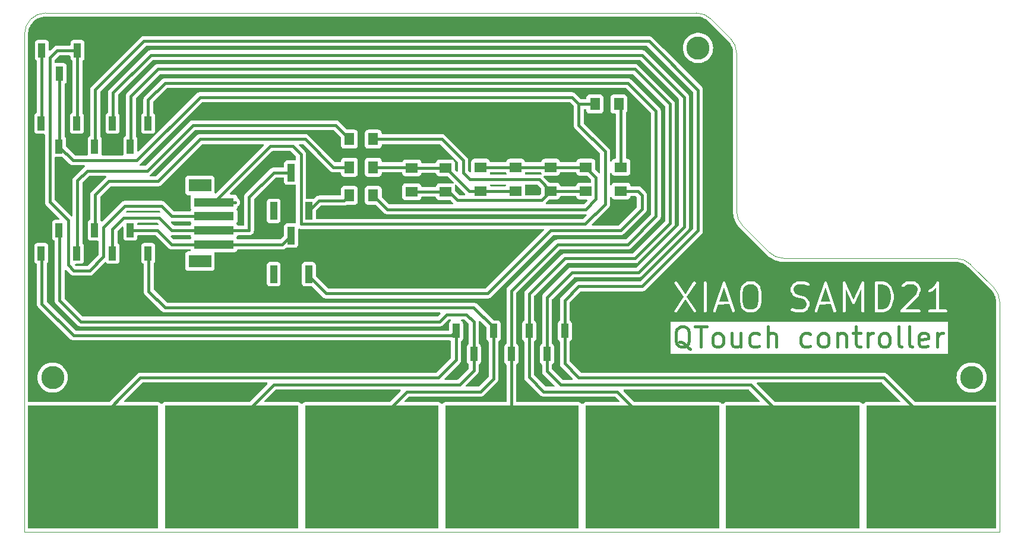
<source format=gbr>
%TF.GenerationSoftware,KiCad,Pcbnew,8.0.0*%
%TF.CreationDate,2024-03-22T20:34:51+02:00*%
%TF.ProjectId,qtouch-board,71746f75-6368-42d6-926f-6172642e6b69,rev?*%
%TF.SameCoordinates,Original*%
%TF.FileFunction,Copper,L1,Top*%
%TF.FilePolarity,Positive*%
%FSLAX46Y46*%
G04 Gerber Fmt 4.6, Leading zero omitted, Abs format (unit mm)*
G04 Created by KiCad (PCBNEW 8.0.0) date 2024-03-22 20:34:51*
%MOMM*%
%LPD*%
G01*
G04 APERTURE LIST*
%ADD10C,0.400000*%
%TA.AperFunction,NonConductor*%
%ADD11C,0.400000*%
%TD*%
%TA.AperFunction,ComponentPad*%
%ADD12C,3.300000*%
%TD*%
%TA.AperFunction,ComponentPad*%
%ADD13O,1.700000X1.700000*%
%TD*%
%TA.AperFunction,SMDPad,CuDef*%
%ADD14R,5.700000X1.200000*%
%TD*%
%TA.AperFunction,SMDPad,CuDef*%
%ADD15R,3.200000X1.800000*%
%TD*%
%TA.AperFunction,SMDPad,CuDef*%
%ADD16R,1.000000X2.500000*%
%TD*%
%TA.AperFunction,SMDPad,CuDef*%
%ADD17R,1.000000X2.000000*%
%TD*%
%TA.AperFunction,SMDPad,CuDef*%
%ADD18R,1.400000X1.700000*%
%TD*%
%TA.AperFunction,SMDPad,CuDef*%
%ADD19R,1.700000X1.400000*%
%TD*%
%TA.AperFunction,Conductor*%
%ADD20C,0.400000*%
%TD*%
%TA.AperFunction,Profile*%
%ADD21C,0.050000*%
%TD*%
G04 APERTURE END LIST*
%TA.AperFunction,Conductor*%
G36*
X182000000Y-106000000D02*
G01*
X200500000Y-106000000D01*
X200500000Y-123500000D01*
X182000000Y-123500000D01*
X182000000Y-106000000D01*
G37*
%TD.AperFunction*%
%TA.AperFunction,Conductor*%
G36*
X62500000Y-106000000D02*
G01*
X81000000Y-106000000D01*
X81000000Y-123500000D01*
X62500000Y-123500000D01*
X62500000Y-106000000D01*
G37*
%TD.AperFunction*%
%TA.AperFunction,Conductor*%
G36*
X82000000Y-106000000D02*
G01*
X101000000Y-106000000D01*
X101000000Y-123500000D01*
X82000000Y-123500000D01*
X82000000Y-106000000D01*
G37*
%TD.AperFunction*%
%TA.AperFunction,Conductor*%
G36*
X102000000Y-106000000D02*
G01*
X121000000Y-106000000D01*
X121000000Y-123500000D01*
X102000000Y-123500000D01*
X102000000Y-106000000D01*
G37*
%TD.AperFunction*%
%TA.AperFunction,Conductor*%
G36*
X142000000Y-106000000D02*
G01*
X161000000Y-106000000D01*
X161000000Y-123500000D01*
X142000000Y-123500000D01*
X142000000Y-106000000D01*
G37*
%TD.AperFunction*%
%TA.AperFunction,Conductor*%
G36*
X122000000Y-106000000D02*
G01*
X141000000Y-106000000D01*
X141000000Y-123500000D01*
X122000000Y-123500000D01*
X122000000Y-106000000D01*
G37*
%TD.AperFunction*%
%TA.AperFunction,Conductor*%
G36*
X162000000Y-106000000D02*
G01*
X181000000Y-106000000D01*
X181000000Y-123500000D01*
X162000000Y-123500000D01*
X162000000Y-106000000D01*
G37*
%TD.AperFunction*%
D10*
G36*
X166138008Y-88837632D02*
G01*
X166462333Y-89157670D01*
X166634614Y-89833389D01*
X166638209Y-91117413D01*
X166468005Y-91811972D01*
X166153616Y-92130571D01*
X165841492Y-92289871D01*
X165173568Y-92293076D01*
X164864491Y-92141717D01*
X164540170Y-91821681D01*
X164367888Y-91145961D01*
X164364293Y-89861941D01*
X164534497Y-89167379D01*
X164848886Y-88848780D01*
X165161010Y-88689480D01*
X165828935Y-88686275D01*
X166138008Y-88837632D01*
G37*
G36*
X184817154Y-88849945D02*
G01*
X185142146Y-89170642D01*
X185309015Y-89497596D01*
X185491794Y-90214487D01*
X185495087Y-90737545D01*
X185319678Y-91453341D01*
X185153294Y-91793099D01*
X184828255Y-92122492D01*
X184336295Y-92289761D01*
X183605825Y-92292593D01*
X183602396Y-88688914D01*
X184315769Y-88686149D01*
X184817154Y-88849945D01*
G37*
G36*
X162369409Y-91147362D02*
G01*
X161014351Y-91150041D01*
X161690286Y-89116112D01*
X162369409Y-91147362D01*
G37*
G36*
X176845599Y-91147362D02*
G01*
X175490541Y-91150041D01*
X176166476Y-89116112D01*
X176845599Y-91147362D01*
G37*
G36*
X193951377Y-93134120D02*
G01*
X154190141Y-93134120D01*
X154190141Y-92489885D01*
X154634585Y-92489885D01*
X154649889Y-92566406D01*
X154693312Y-92631245D01*
X154758242Y-92674532D01*
X154834794Y-92689676D01*
X154911315Y-92674372D01*
X154976154Y-92630949D01*
X155000995Y-92600616D01*
X156168201Y-90846794D01*
X157359683Y-92630949D01*
X157424522Y-92674372D01*
X157501043Y-92689676D01*
X157577595Y-92674532D01*
X157642525Y-92631245D01*
X157685948Y-92566406D01*
X157701252Y-92489885D01*
X157686108Y-92413333D01*
X157667662Y-92378736D01*
X156405997Y-90489487D01*
X157686108Y-88566019D01*
X157701211Y-88489676D01*
X158825061Y-88489676D01*
X158828904Y-92528694D01*
X158858767Y-92600790D01*
X158913947Y-92655970D01*
X158986043Y-92685833D01*
X159064079Y-92685833D01*
X159136175Y-92655970D01*
X159191355Y-92600790D01*
X159221218Y-92528694D01*
X159225061Y-92489676D01*
X159225037Y-92464661D01*
X160159966Y-92464661D01*
X160165497Y-92542501D01*
X160200396Y-92612299D01*
X160259349Y-92663428D01*
X160333380Y-92688105D01*
X160411220Y-92682574D01*
X160481018Y-92647675D01*
X160532147Y-92588722D01*
X160548132Y-92552922D01*
X160882584Y-91546535D01*
X162501797Y-91543334D01*
X162851310Y-92588722D01*
X162902439Y-92647674D01*
X162972237Y-92682573D01*
X163050076Y-92688105D01*
X163124108Y-92663428D01*
X163183061Y-92612299D01*
X163217960Y-92542501D01*
X163223491Y-92464661D01*
X163214799Y-92426430D01*
X162344378Y-89823009D01*
X163967918Y-89823009D01*
X163971613Y-91142813D01*
X163968154Y-91166064D01*
X163971747Y-91190363D01*
X163971761Y-91195360D01*
X163972888Y-91198081D01*
X163973889Y-91204849D01*
X164162237Y-91943586D01*
X164162237Y-91957265D01*
X164171307Y-91979163D01*
X164177557Y-92003675D01*
X164186409Y-92015622D01*
X164192100Y-92029361D01*
X164216973Y-92059668D01*
X164598305Y-92435961D01*
X164616724Y-92457199D01*
X164625293Y-92462593D01*
X164628233Y-92465494D01*
X164633112Y-92467515D01*
X164649904Y-92478085D01*
X165005380Y-92652165D01*
X165009185Y-92655970D01*
X165034897Y-92666620D01*
X165067473Y-92682573D01*
X165074640Y-92683082D01*
X165081281Y-92685833D01*
X165120299Y-92689676D01*
X165851376Y-92686168D01*
X165857190Y-92688106D01*
X165886852Y-92685997D01*
X165921222Y-92685833D01*
X165927859Y-92683083D01*
X165935029Y-92682574D01*
X165971647Y-92668561D01*
X166349092Y-92475922D01*
X166374270Y-92465494D01*
X166382071Y-92459091D01*
X166385779Y-92457199D01*
X166389240Y-92453207D01*
X166404577Y-92440621D01*
X166767183Y-92073159D01*
X166778489Y-92066376D01*
X166792387Y-92047617D01*
X166810403Y-92029361D01*
X166816093Y-92015622D01*
X166824946Y-92003675D01*
X166838138Y-91966754D01*
X167021995Y-91216476D01*
X167030742Y-91195360D01*
X167033142Y-91170987D01*
X167034349Y-91166064D01*
X167033914Y-91163146D01*
X167034585Y-91156342D01*
X167030889Y-89836537D01*
X167034349Y-89813287D01*
X167030755Y-89788987D01*
X167030742Y-89783991D01*
X167029614Y-89781269D01*
X167028614Y-89774502D01*
X166895290Y-89251580D01*
X171206013Y-89251580D01*
X171209224Y-89602593D01*
X171207583Y-89607519D01*
X171209519Y-89634765D01*
X171209856Y-89671551D01*
X171212605Y-89678188D01*
X171213115Y-89685358D01*
X171227128Y-89721976D01*
X171419765Y-90099420D01*
X171430195Y-90124599D01*
X171436598Y-90132401D01*
X171438490Y-90136108D01*
X171442480Y-90139568D01*
X171455068Y-90154907D01*
X171647843Y-90342936D01*
X171664343Y-90361960D01*
X171672815Y-90367293D01*
X171675852Y-90370255D01*
X171680731Y-90372276D01*
X171697523Y-90382846D01*
X172066944Y-90563757D01*
X172082490Y-90575275D01*
X172111982Y-90585812D01*
X172115093Y-90587336D01*
X172116531Y-90587438D01*
X172119411Y-90588467D01*
X172845870Y-90766487D01*
X173186011Y-90933058D01*
X173333289Y-91076711D01*
X173492103Y-91387882D01*
X173494733Y-91675307D01*
X173343583Y-91983957D01*
X173199928Y-92131238D01*
X172889185Y-92289833D01*
X172020067Y-92293202D01*
X171431027Y-92100771D01*
X171353188Y-92106302D01*
X171283390Y-92141201D01*
X171232261Y-92200154D01*
X171207584Y-92274186D01*
X171213115Y-92352025D01*
X171248014Y-92421823D01*
X171306967Y-92472952D01*
X171342768Y-92488937D01*
X171912112Y-92674934D01*
X171938424Y-92685833D01*
X171948515Y-92686826D01*
X171952428Y-92688105D01*
X171957693Y-92687730D01*
X171977442Y-92689676D01*
X172898804Y-92686104D01*
X172904809Y-92688106D01*
X172934942Y-92685964D01*
X172968841Y-92685833D01*
X172975478Y-92683083D01*
X172982648Y-92682574D01*
X173019266Y-92668561D01*
X173396710Y-92475923D01*
X173421889Y-92465494D01*
X173422904Y-92464661D01*
X174636156Y-92464661D01*
X174641687Y-92542501D01*
X174676586Y-92612299D01*
X174735539Y-92663428D01*
X174809570Y-92688105D01*
X174887410Y-92682574D01*
X174957208Y-92647675D01*
X175008337Y-92588722D01*
X175024322Y-92552922D01*
X175358774Y-91546535D01*
X176977987Y-91543334D01*
X177327500Y-92588722D01*
X177378629Y-92647674D01*
X177448427Y-92682573D01*
X177526266Y-92688105D01*
X177600298Y-92663428D01*
X177659251Y-92612299D01*
X177694150Y-92542501D01*
X177699681Y-92464661D01*
X177690989Y-92426430D01*
X176374784Y-88489676D01*
X178634584Y-88489676D01*
X178638427Y-92528694D01*
X178668290Y-92600790D01*
X178723470Y-92655970D01*
X178795566Y-92685833D01*
X178873602Y-92685833D01*
X178945698Y-92655970D01*
X179000878Y-92600790D01*
X179030741Y-92528694D01*
X179034584Y-92489676D01*
X179031627Y-89382313D01*
X179986737Y-91422562D01*
X179996905Y-91450523D01*
X180002882Y-91457050D01*
X180006664Y-91465128D01*
X180029080Y-91485656D01*
X180049609Y-91508073D01*
X180057660Y-91511830D01*
X180064214Y-91517832D01*
X180092782Y-91528220D01*
X180120324Y-91541073D01*
X180129200Y-91541463D01*
X180137552Y-91544500D01*
X180167918Y-91543165D01*
X180198284Y-91544500D01*
X180206635Y-91541463D01*
X180215512Y-91541073D01*
X180243053Y-91528220D01*
X180271622Y-91517832D01*
X180278175Y-91511830D01*
X180286227Y-91508073D01*
X180306755Y-91485656D01*
X180329172Y-91465128D01*
X180335796Y-91453945D01*
X180338931Y-91450523D01*
X180340690Y-91445684D01*
X180349155Y-91431396D01*
X181302100Y-89382934D01*
X181305094Y-92528694D01*
X181334957Y-92600790D01*
X181390137Y-92655970D01*
X181462233Y-92685833D01*
X181540269Y-92685833D01*
X181612365Y-92655970D01*
X181667545Y-92600790D01*
X181697408Y-92528694D01*
X181701251Y-92489676D01*
X181697448Y-88493061D01*
X181697597Y-88489676D01*
X183206013Y-88489676D01*
X183209856Y-92528694D01*
X183239719Y-92600790D01*
X183294899Y-92655970D01*
X183366995Y-92685833D01*
X183406013Y-92689676D01*
X184353812Y-92686002D01*
X184383408Y-92688105D01*
X184393331Y-92685848D01*
X184397412Y-92685833D01*
X184402292Y-92683811D01*
X184421639Y-92679413D01*
X184864924Y-92528694D01*
X186828904Y-92528694D01*
X186858767Y-92600790D01*
X186913947Y-92655970D01*
X186986043Y-92685833D01*
X187025061Y-92689676D01*
X189540270Y-92685833D01*
X189612366Y-92655970D01*
X189667546Y-92600790D01*
X189697409Y-92528694D01*
X189697409Y-92450658D01*
X189667546Y-92378562D01*
X189612366Y-92323382D01*
X189540270Y-92293519D01*
X189501252Y-92289676D01*
X187504057Y-92292727D01*
X189427204Y-90365056D01*
X189433398Y-90361960D01*
X189454047Y-90338150D01*
X189477069Y-90315075D01*
X189479819Y-90308435D01*
X189484527Y-90303007D01*
X189500512Y-90267207D01*
X189686511Y-89697860D01*
X189697409Y-89671551D01*
X189698402Y-89661460D01*
X189699681Y-89657548D01*
X189699306Y-89652282D01*
X189701252Y-89632533D01*
X189701023Y-89607518D01*
X190826631Y-89607518D01*
X190832163Y-89685358D01*
X190867062Y-89755156D01*
X190926015Y-89806285D01*
X191000046Y-89830963D01*
X191077886Y-89825431D01*
X191114504Y-89811419D01*
X191491951Y-89618779D01*
X191517128Y-89608351D01*
X191524930Y-89601947D01*
X191528637Y-89600056D01*
X191532097Y-89596065D01*
X191547436Y-89583478D01*
X191913687Y-89212320D01*
X191928535Y-89202377D01*
X191953104Y-89172375D01*
X191953260Y-89172218D01*
X191953287Y-89172152D01*
X191953376Y-89172044D01*
X191968545Y-89149026D01*
X191971535Y-92291889D01*
X190986043Y-92293519D01*
X190913947Y-92323382D01*
X190858767Y-92378562D01*
X190828904Y-92450658D01*
X190828904Y-92528694D01*
X190858767Y-92600790D01*
X190913947Y-92655970D01*
X190986043Y-92685833D01*
X191025061Y-92689676D01*
X193349794Y-92685833D01*
X193421890Y-92655970D01*
X193477070Y-92600790D01*
X193506933Y-92528694D01*
X193506933Y-92450658D01*
X193477070Y-92378562D01*
X193421890Y-92323382D01*
X193349794Y-92293519D01*
X193310776Y-92289676D01*
X192367729Y-92291234D01*
X192364130Y-88508614D01*
X192367918Y-88489467D01*
X192364093Y-88470345D01*
X192364075Y-88450658D01*
X192356497Y-88432364D01*
X192352614Y-88412946D01*
X192341710Y-88396664D01*
X192334212Y-88378562D01*
X192320208Y-88364558D01*
X192309191Y-88348107D01*
X192292888Y-88337238D01*
X192279032Y-88323382D01*
X192260736Y-88315803D01*
X192244261Y-88304820D01*
X192225038Y-88301017D01*
X192206936Y-88293519D01*
X192187135Y-88293519D01*
X192167709Y-88289676D01*
X192148494Y-88293519D01*
X192128900Y-88293519D01*
X192110606Y-88301096D01*
X192091188Y-88304980D01*
X192074906Y-88315883D01*
X192056804Y-88323382D01*
X192042800Y-88337385D01*
X192026349Y-88348403D01*
X192001770Y-88378415D01*
X192001624Y-88378562D01*
X192001596Y-88378627D01*
X192001508Y-88378736D01*
X191643904Y-88921344D01*
X191296473Y-89273429D01*
X190902438Y-89474534D01*
X190851309Y-89533487D01*
X190826631Y-89607518D01*
X189701023Y-89607518D01*
X189698040Y-89281520D01*
X189699682Y-89276594D01*
X189697745Y-89249347D01*
X189697409Y-89212562D01*
X189694659Y-89205924D01*
X189694150Y-89198755D01*
X189680137Y-89162137D01*
X189487497Y-88784690D01*
X189477069Y-88759514D01*
X189470665Y-88751711D01*
X189468774Y-88748005D01*
X189464783Y-88744544D01*
X189452197Y-88729207D01*
X189259419Y-88541175D01*
X189242922Y-88522153D01*
X189234449Y-88516819D01*
X189231413Y-88513858D01*
X189226534Y-88511837D01*
X189209741Y-88501266D01*
X188854264Y-88327185D01*
X188850461Y-88323382D01*
X188824755Y-88312734D01*
X188792172Y-88296778D01*
X188785002Y-88296268D01*
X188778365Y-88293519D01*
X188739347Y-88289676D01*
X187817981Y-88293247D01*
X187811980Y-88291247D01*
X187781855Y-88293387D01*
X187747948Y-88293519D01*
X187741309Y-88296268D01*
X187734141Y-88296778D01*
X187697523Y-88310791D01*
X187320076Y-88503429D01*
X187294899Y-88513858D01*
X187287096Y-88520261D01*
X187283390Y-88522153D01*
X187279929Y-88526142D01*
X187264592Y-88538730D01*
X187049243Y-88759514D01*
X187019380Y-88831610D01*
X187019380Y-88909646D01*
X187049243Y-88981742D01*
X187104423Y-89036922D01*
X187176519Y-89066785D01*
X187254555Y-89066785D01*
X187326651Y-89036922D01*
X187356958Y-89012049D01*
X187516856Y-88848115D01*
X187827603Y-88689518D01*
X188685905Y-88686191D01*
X188995535Y-88837820D01*
X189142813Y-88981473D01*
X189301627Y-89292643D01*
X189304359Y-89591189D01*
X189141134Y-90090825D01*
X186858767Y-92378562D01*
X186828904Y-92450658D01*
X186828904Y-92528694D01*
X184864924Y-92528694D01*
X184962973Y-92495357D01*
X184968841Y-92495357D01*
X184995727Y-92484220D01*
X185028869Y-92472952D01*
X185034297Y-92468244D01*
X185040937Y-92465494D01*
X185071245Y-92440621D01*
X185447534Y-92059290D01*
X185468774Y-92040870D01*
X185474168Y-92032300D01*
X185477069Y-92029361D01*
X185479090Y-92024481D01*
X185489660Y-92007690D01*
X185670571Y-91638268D01*
X185682089Y-91622723D01*
X185692626Y-91593230D01*
X185694150Y-91590120D01*
X185694252Y-91588681D01*
X185695281Y-91585802D01*
X185879138Y-90835524D01*
X185887885Y-90814408D01*
X185890285Y-90790035D01*
X185891492Y-90785112D01*
X185891057Y-90782194D01*
X185891728Y-90775390D01*
X185888208Y-90216305D01*
X185891492Y-90194239D01*
X185887917Y-90170063D01*
X185887885Y-90164943D01*
X185886757Y-90162221D01*
X185885757Y-90155454D01*
X185695598Y-89409616D01*
X185694150Y-89389232D01*
X185682916Y-89359876D01*
X185682089Y-89356629D01*
X185681231Y-89355471D01*
X185680138Y-89352614D01*
X185487493Y-88975159D01*
X185477068Y-88949990D01*
X185470666Y-88942189D01*
X185468774Y-88938481D01*
X185464782Y-88935018D01*
X185452196Y-88919682D01*
X185090382Y-88562650D01*
X185087822Y-88557529D01*
X185066111Y-88538699D01*
X185040937Y-88513858D01*
X185034297Y-88511107D01*
X185028869Y-88506400D01*
X184993069Y-88490415D01*
X184423723Y-88304417D01*
X184397412Y-88293519D01*
X184387320Y-88292525D01*
X184383408Y-88291247D01*
X184378142Y-88291621D01*
X184358394Y-88289676D01*
X183366995Y-88293519D01*
X183294899Y-88323382D01*
X183239719Y-88378562D01*
X183209856Y-88450658D01*
X183206013Y-88489676D01*
X181697597Y-88489676D01*
X181698932Y-88459310D01*
X181697412Y-88455130D01*
X181697408Y-88450658D01*
X181684123Y-88418587D01*
X181672264Y-88385972D01*
X181669251Y-88382683D01*
X181667545Y-88378562D01*
X181642997Y-88354014D01*
X181619560Y-88328422D01*
X181615519Y-88326536D01*
X181612365Y-88323382D01*
X181580289Y-88310095D01*
X181548845Y-88295422D01*
X181544390Y-88295226D01*
X181540269Y-88293519D01*
X181505554Y-88293519D01*
X181470885Y-88291995D01*
X181466694Y-88293519D01*
X181462233Y-88293519D01*
X181430162Y-88306803D01*
X181397547Y-88318663D01*
X181394258Y-88321675D01*
X181390137Y-88323382D01*
X181365589Y-88347929D01*
X181339997Y-88371367D01*
X181336864Y-88376654D01*
X181334957Y-88378562D01*
X181333149Y-88382926D01*
X181320014Y-88405099D01*
X180169448Y-90878365D01*
X179013720Y-88409565D01*
X179000878Y-88378562D01*
X178997734Y-88375418D01*
X178995838Y-88371367D01*
X178970245Y-88347929D01*
X178945698Y-88323382D01*
X178941576Y-88321675D01*
X178938288Y-88318663D01*
X178905672Y-88306803D01*
X178873602Y-88293519D01*
X178869141Y-88293519D01*
X178864950Y-88291995D01*
X178830280Y-88293519D01*
X178795566Y-88293519D01*
X178791444Y-88295226D01*
X178786989Y-88295422D01*
X178755540Y-88310098D01*
X178723470Y-88323382D01*
X178720315Y-88326536D01*
X178716275Y-88328422D01*
X178692837Y-88354014D01*
X178668290Y-88378562D01*
X178666583Y-88382683D01*
X178663571Y-88385972D01*
X178651711Y-88418587D01*
X178638427Y-88450658D01*
X178637824Y-88456776D01*
X178636903Y-88459310D01*
X178637110Y-88464026D01*
X178634584Y-88489676D01*
X176374784Y-88489676D01*
X176361812Y-88450876D01*
X176360816Y-88436851D01*
X176349671Y-88414561D01*
X176341670Y-88390630D01*
X176332308Y-88379835D01*
X176325917Y-88367053D01*
X176306971Y-88350622D01*
X176290541Y-88331677D01*
X176277758Y-88325285D01*
X176266964Y-88315924D01*
X176243177Y-88307995D01*
X176220743Y-88296778D01*
X176206487Y-88295765D01*
X176192933Y-88291247D01*
X176167918Y-88293024D01*
X176142903Y-88291247D01*
X176129348Y-88295765D01*
X176115093Y-88296778D01*
X176092659Y-88307995D01*
X176068872Y-88315924D01*
X176058077Y-88325285D01*
X176045295Y-88331677D01*
X176028864Y-88350622D01*
X176009919Y-88367053D01*
X176003527Y-88379835D01*
X175994166Y-88390630D01*
X175978181Y-88426431D01*
X175025628Y-91292714D01*
X175019380Y-91307801D01*
X175019380Y-91311518D01*
X174636156Y-92464661D01*
X173422904Y-92464661D01*
X173429691Y-92459090D01*
X173433398Y-92457199D01*
X173436858Y-92453208D01*
X173452197Y-92440621D01*
X173640226Y-92247845D01*
X173659250Y-92231346D01*
X173664583Y-92222873D01*
X173667545Y-92219837D01*
X173669566Y-92214957D01*
X173680136Y-92198166D01*
X173854218Y-91842688D01*
X173858022Y-91838885D01*
X173868670Y-91813177D01*
X173884626Y-91780596D01*
X173885135Y-91773426D01*
X173887885Y-91766789D01*
X173891728Y-91727771D01*
X173888516Y-91376759D01*
X173890158Y-91371834D01*
X173888221Y-91344587D01*
X173887885Y-91307801D01*
X173885135Y-91301163D01*
X173884626Y-91293994D01*
X173870614Y-91257376D01*
X173677973Y-90879928D01*
X173667545Y-90854752D01*
X173661141Y-90846949D01*
X173659250Y-90843243D01*
X173655260Y-90839782D01*
X173642673Y-90824445D01*
X173449895Y-90636413D01*
X173433398Y-90617391D01*
X173424925Y-90612057D01*
X173421889Y-90609096D01*
X173417010Y-90607075D01*
X173400217Y-90596504D01*
X173030795Y-90415594D01*
X173015251Y-90404077D01*
X172985764Y-90393542D01*
X172982648Y-90392016D01*
X172981205Y-90391913D01*
X172978330Y-90390886D01*
X172251871Y-90212864D01*
X171911731Y-90046293D01*
X171764450Y-89902638D01*
X171605637Y-89591468D01*
X171603007Y-89304043D01*
X171754156Y-88995393D01*
X171897811Y-88848113D01*
X172208555Y-88689518D01*
X173077674Y-88686149D01*
X173666714Y-88878581D01*
X173744553Y-88873050D01*
X173814351Y-88838151D01*
X173865480Y-88779198D01*
X173890158Y-88705166D01*
X173884626Y-88627327D01*
X173849727Y-88557529D01*
X173790774Y-88506400D01*
X173754974Y-88490415D01*
X173185628Y-88304417D01*
X173159317Y-88293519D01*
X173149225Y-88292525D01*
X173145313Y-88291247D01*
X173140047Y-88291621D01*
X173120299Y-88289676D01*
X172198933Y-88293247D01*
X172192932Y-88291247D01*
X172162812Y-88293387D01*
X172128900Y-88293519D01*
X172122259Y-88296269D01*
X172115092Y-88296779D01*
X172078475Y-88310791D01*
X171701029Y-88503429D01*
X171675852Y-88513858D01*
X171668050Y-88520260D01*
X171664343Y-88522153D01*
X171660881Y-88526144D01*
X171645545Y-88538731D01*
X171457513Y-88731505D01*
X171438490Y-88748005D01*
X171433156Y-88756477D01*
X171430195Y-88759514D01*
X171428174Y-88764392D01*
X171417603Y-88781186D01*
X171243522Y-89136662D01*
X171239719Y-89140466D01*
X171229071Y-89166171D01*
X171213115Y-89198755D01*
X171212605Y-89205924D01*
X171209856Y-89212562D01*
X171206013Y-89251580D01*
X166895290Y-89251580D01*
X166840266Y-89035764D01*
X166840266Y-89022085D01*
X166831195Y-89000185D01*
X166824946Y-88975676D01*
X166816093Y-88963728D01*
X166810403Y-88949990D01*
X166785530Y-88919682D01*
X166404197Y-88543389D01*
X166385779Y-88522153D01*
X166377209Y-88516758D01*
X166374270Y-88513858D01*
X166369391Y-88511837D01*
X166352598Y-88501266D01*
X165997121Y-88327185D01*
X165993318Y-88323382D01*
X165967612Y-88312734D01*
X165935029Y-88296778D01*
X165927859Y-88296268D01*
X165921222Y-88293519D01*
X165882204Y-88289676D01*
X165151123Y-88293183D01*
X165145313Y-88291247D01*
X165115665Y-88293354D01*
X165081281Y-88293519D01*
X165074640Y-88296269D01*
X165067473Y-88296779D01*
X165030856Y-88310791D01*
X164653410Y-88503429D01*
X164628233Y-88513858D01*
X164620431Y-88520260D01*
X164616724Y-88522153D01*
X164613262Y-88526144D01*
X164597926Y-88538731D01*
X164235319Y-88906191D01*
X164224014Y-88912975D01*
X164210115Y-88931733D01*
X164192100Y-88949990D01*
X164186409Y-88963728D01*
X164177557Y-88975676D01*
X164164366Y-89012597D01*
X163980507Y-89762874D01*
X163971761Y-89783991D01*
X163969360Y-89808363D01*
X163968154Y-89813287D01*
X163968588Y-89816204D01*
X163967918Y-89823009D01*
X162344378Y-89823009D01*
X161885622Y-88450876D01*
X161884626Y-88436851D01*
X161873481Y-88414561D01*
X161865480Y-88390630D01*
X161856118Y-88379835D01*
X161849727Y-88367053D01*
X161830781Y-88350622D01*
X161814351Y-88331677D01*
X161801568Y-88325285D01*
X161790774Y-88315924D01*
X161766987Y-88307995D01*
X161744553Y-88296778D01*
X161730297Y-88295765D01*
X161716743Y-88291247D01*
X161691728Y-88293024D01*
X161666713Y-88291247D01*
X161653158Y-88295765D01*
X161638903Y-88296778D01*
X161616469Y-88307995D01*
X161592682Y-88315924D01*
X161581887Y-88325285D01*
X161569105Y-88331677D01*
X161552674Y-88350622D01*
X161533729Y-88367053D01*
X161527337Y-88379835D01*
X161517976Y-88390630D01*
X161501991Y-88426431D01*
X160549438Y-91292714D01*
X160543190Y-91307801D01*
X160543190Y-91311518D01*
X160159966Y-92464661D01*
X159225037Y-92464661D01*
X159221218Y-88450658D01*
X159191355Y-88378562D01*
X159136175Y-88323382D01*
X159064079Y-88293519D01*
X158986043Y-88293519D01*
X158913947Y-88323382D01*
X158858767Y-88378562D01*
X158828904Y-88450658D01*
X158825061Y-88489676D01*
X157701211Y-88489676D01*
X157701252Y-88489467D01*
X157685948Y-88412946D01*
X157642525Y-88348107D01*
X157577595Y-88304820D01*
X157501043Y-88289676D01*
X157424522Y-88304980D01*
X157359683Y-88348403D01*
X157334842Y-88378736D01*
X156167635Y-90132557D01*
X154976154Y-88348403D01*
X154911315Y-88304980D01*
X154834794Y-88289676D01*
X154758242Y-88304820D01*
X154693312Y-88348107D01*
X154649889Y-88412946D01*
X154634585Y-88489467D01*
X154649729Y-88566019D01*
X154668175Y-88600616D01*
X155929839Y-90489864D01*
X154649729Y-92413333D01*
X154634585Y-92489885D01*
X154190141Y-92489885D01*
X154190141Y-87845232D01*
X193951377Y-87845232D01*
X193951377Y-93134120D01*
G37*
D11*
X156886966Y-97900485D02*
X156610776Y-97762390D01*
X156610776Y-97762390D02*
X156334585Y-97486200D01*
X156334585Y-97486200D02*
X155920299Y-97071914D01*
X155920299Y-97071914D02*
X155644109Y-96933819D01*
X155644109Y-96933819D02*
X155367918Y-96933819D01*
X155506014Y-97624295D02*
X155229823Y-97486200D01*
X155229823Y-97486200D02*
X154953633Y-97210009D01*
X154953633Y-97210009D02*
X154815537Y-96657628D01*
X154815537Y-96657628D02*
X154815537Y-95690961D01*
X154815537Y-95690961D02*
X154953633Y-95138580D01*
X154953633Y-95138580D02*
X155229823Y-94862390D01*
X155229823Y-94862390D02*
X155506014Y-94724295D01*
X155506014Y-94724295D02*
X156058395Y-94724295D01*
X156058395Y-94724295D02*
X156334585Y-94862390D01*
X156334585Y-94862390D02*
X156610776Y-95138580D01*
X156610776Y-95138580D02*
X156748871Y-95690961D01*
X156748871Y-95690961D02*
X156748871Y-96657628D01*
X156748871Y-96657628D02*
X156610776Y-97210009D01*
X156610776Y-97210009D02*
X156334585Y-97486200D01*
X156334585Y-97486200D02*
X156058395Y-97624295D01*
X156058395Y-97624295D02*
X155506014Y-97624295D01*
X157577442Y-94724295D02*
X159234585Y-94724295D01*
X158406013Y-97624295D02*
X158406013Y-94724295D01*
X160615537Y-97624295D02*
X160339347Y-97486200D01*
X160339347Y-97486200D02*
X160201252Y-97348104D01*
X160201252Y-97348104D02*
X160063156Y-97071914D01*
X160063156Y-97071914D02*
X160063156Y-96243342D01*
X160063156Y-96243342D02*
X160201252Y-95967152D01*
X160201252Y-95967152D02*
X160339347Y-95829057D01*
X160339347Y-95829057D02*
X160615537Y-95690961D01*
X160615537Y-95690961D02*
X161029823Y-95690961D01*
X161029823Y-95690961D02*
X161306014Y-95829057D01*
X161306014Y-95829057D02*
X161444109Y-95967152D01*
X161444109Y-95967152D02*
X161582204Y-96243342D01*
X161582204Y-96243342D02*
X161582204Y-97071914D01*
X161582204Y-97071914D02*
X161444109Y-97348104D01*
X161444109Y-97348104D02*
X161306014Y-97486200D01*
X161306014Y-97486200D02*
X161029823Y-97624295D01*
X161029823Y-97624295D02*
X160615537Y-97624295D01*
X164067919Y-95690961D02*
X164067919Y-97624295D01*
X162825062Y-95690961D02*
X162825062Y-97210009D01*
X162825062Y-97210009D02*
X162963157Y-97486200D01*
X162963157Y-97486200D02*
X163239347Y-97624295D01*
X163239347Y-97624295D02*
X163653633Y-97624295D01*
X163653633Y-97624295D02*
X163929824Y-97486200D01*
X163929824Y-97486200D02*
X164067919Y-97348104D01*
X166691729Y-97486200D02*
X166415538Y-97624295D01*
X166415538Y-97624295D02*
X165863157Y-97624295D01*
X165863157Y-97624295D02*
X165586967Y-97486200D01*
X165586967Y-97486200D02*
X165448872Y-97348104D01*
X165448872Y-97348104D02*
X165310776Y-97071914D01*
X165310776Y-97071914D02*
X165310776Y-96243342D01*
X165310776Y-96243342D02*
X165448872Y-95967152D01*
X165448872Y-95967152D02*
X165586967Y-95829057D01*
X165586967Y-95829057D02*
X165863157Y-95690961D01*
X165863157Y-95690961D02*
X166415538Y-95690961D01*
X166415538Y-95690961D02*
X166691729Y-95829057D01*
X167934586Y-97624295D02*
X167934586Y-94724295D01*
X169177443Y-97624295D02*
X169177443Y-96105247D01*
X169177443Y-96105247D02*
X169039348Y-95829057D01*
X169039348Y-95829057D02*
X168763157Y-95690961D01*
X168763157Y-95690961D02*
X168348871Y-95690961D01*
X168348871Y-95690961D02*
X168072681Y-95829057D01*
X168072681Y-95829057D02*
X167934586Y-95967152D01*
X174010777Y-97486200D02*
X173734586Y-97624295D01*
X173734586Y-97624295D02*
X173182205Y-97624295D01*
X173182205Y-97624295D02*
X172906015Y-97486200D01*
X172906015Y-97486200D02*
X172767920Y-97348104D01*
X172767920Y-97348104D02*
X172629824Y-97071914D01*
X172629824Y-97071914D02*
X172629824Y-96243342D01*
X172629824Y-96243342D02*
X172767920Y-95967152D01*
X172767920Y-95967152D02*
X172906015Y-95829057D01*
X172906015Y-95829057D02*
X173182205Y-95690961D01*
X173182205Y-95690961D02*
X173734586Y-95690961D01*
X173734586Y-95690961D02*
X174010777Y-95829057D01*
X175667919Y-97624295D02*
X175391729Y-97486200D01*
X175391729Y-97486200D02*
X175253634Y-97348104D01*
X175253634Y-97348104D02*
X175115538Y-97071914D01*
X175115538Y-97071914D02*
X175115538Y-96243342D01*
X175115538Y-96243342D02*
X175253634Y-95967152D01*
X175253634Y-95967152D02*
X175391729Y-95829057D01*
X175391729Y-95829057D02*
X175667919Y-95690961D01*
X175667919Y-95690961D02*
X176082205Y-95690961D01*
X176082205Y-95690961D02*
X176358396Y-95829057D01*
X176358396Y-95829057D02*
X176496491Y-95967152D01*
X176496491Y-95967152D02*
X176634586Y-96243342D01*
X176634586Y-96243342D02*
X176634586Y-97071914D01*
X176634586Y-97071914D02*
X176496491Y-97348104D01*
X176496491Y-97348104D02*
X176358396Y-97486200D01*
X176358396Y-97486200D02*
X176082205Y-97624295D01*
X176082205Y-97624295D02*
X175667919Y-97624295D01*
X177877444Y-95690961D02*
X177877444Y-97624295D01*
X177877444Y-95967152D02*
X178015539Y-95829057D01*
X178015539Y-95829057D02*
X178291729Y-95690961D01*
X178291729Y-95690961D02*
X178706015Y-95690961D01*
X178706015Y-95690961D02*
X178982206Y-95829057D01*
X178982206Y-95829057D02*
X179120301Y-96105247D01*
X179120301Y-96105247D02*
X179120301Y-97624295D01*
X180086968Y-95690961D02*
X181191730Y-95690961D01*
X180501254Y-94724295D02*
X180501254Y-97210009D01*
X180501254Y-97210009D02*
X180639349Y-97486200D01*
X180639349Y-97486200D02*
X180915539Y-97624295D01*
X180915539Y-97624295D02*
X181191730Y-97624295D01*
X182158397Y-97624295D02*
X182158397Y-95690961D01*
X182158397Y-96243342D02*
X182296492Y-95967152D01*
X182296492Y-95967152D02*
X182434587Y-95829057D01*
X182434587Y-95829057D02*
X182710778Y-95690961D01*
X182710778Y-95690961D02*
X182986968Y-95690961D01*
X184367920Y-97624295D02*
X184091730Y-97486200D01*
X184091730Y-97486200D02*
X183953635Y-97348104D01*
X183953635Y-97348104D02*
X183815539Y-97071914D01*
X183815539Y-97071914D02*
X183815539Y-96243342D01*
X183815539Y-96243342D02*
X183953635Y-95967152D01*
X183953635Y-95967152D02*
X184091730Y-95829057D01*
X184091730Y-95829057D02*
X184367920Y-95690961D01*
X184367920Y-95690961D02*
X184782206Y-95690961D01*
X184782206Y-95690961D02*
X185058397Y-95829057D01*
X185058397Y-95829057D02*
X185196492Y-95967152D01*
X185196492Y-95967152D02*
X185334587Y-96243342D01*
X185334587Y-96243342D02*
X185334587Y-97071914D01*
X185334587Y-97071914D02*
X185196492Y-97348104D01*
X185196492Y-97348104D02*
X185058397Y-97486200D01*
X185058397Y-97486200D02*
X184782206Y-97624295D01*
X184782206Y-97624295D02*
X184367920Y-97624295D01*
X186991730Y-97624295D02*
X186715540Y-97486200D01*
X186715540Y-97486200D02*
X186577445Y-97210009D01*
X186577445Y-97210009D02*
X186577445Y-94724295D01*
X188510778Y-97624295D02*
X188234588Y-97486200D01*
X188234588Y-97486200D02*
X188096493Y-97210009D01*
X188096493Y-97210009D02*
X188096493Y-94724295D01*
X190720303Y-97486200D02*
X190444112Y-97624295D01*
X190444112Y-97624295D02*
X189891731Y-97624295D01*
X189891731Y-97624295D02*
X189615541Y-97486200D01*
X189615541Y-97486200D02*
X189477445Y-97210009D01*
X189477445Y-97210009D02*
X189477445Y-96105247D01*
X189477445Y-96105247D02*
X189615541Y-95829057D01*
X189615541Y-95829057D02*
X189891731Y-95690961D01*
X189891731Y-95690961D02*
X190444112Y-95690961D01*
X190444112Y-95690961D02*
X190720303Y-95829057D01*
X190720303Y-95829057D02*
X190858398Y-96105247D01*
X190858398Y-96105247D02*
X190858398Y-96381438D01*
X190858398Y-96381438D02*
X189477445Y-96657628D01*
X192101255Y-97624295D02*
X192101255Y-95690961D01*
X192101255Y-96243342D02*
X192239350Y-95967152D01*
X192239350Y-95967152D02*
X192377445Y-95829057D01*
X192377445Y-95829057D02*
X192653636Y-95690961D01*
X192653636Y-95690961D02*
X192929826Y-95690961D01*
D12*
X197000000Y-102000000D03*
X66000000Y-102000000D03*
X158000000Y-55000000D03*
D13*
X191500000Y-109000000D03*
X171500000Y-109000000D03*
X151500000Y-109000000D03*
X131500000Y-109000000D03*
X111500000Y-109000000D03*
X91500000Y-109000000D03*
X71500000Y-109000000D03*
D14*
X89000000Y-77000000D03*
X89000000Y-79000000D03*
D15*
X87000000Y-74600000D03*
X87000000Y-85400000D03*
D14*
X89000000Y-81000000D03*
X89000000Y-83000000D03*
D16*
X97500000Y-78250000D03*
X100000000Y-72750000D03*
X102500000Y-78250000D03*
D17*
X64380000Y-84270000D03*
X66920000Y-80970000D03*
X69460000Y-84270000D03*
X72000000Y-80970000D03*
X74540000Y-84270000D03*
X77080000Y-80970000D03*
X79620000Y-84270000D03*
X79620000Y-65730000D03*
X77080000Y-69030000D03*
X74540000Y-65730000D03*
X72000000Y-69030000D03*
X69460000Y-65730000D03*
X66920000Y-69030000D03*
X64380000Y-65730000D03*
D16*
X102500000Y-87250000D03*
X100000000Y-81750000D03*
X97500000Y-87250000D03*
D18*
X143300000Y-63000000D03*
X146700000Y-63000000D03*
X111700000Y-76000000D03*
X108300000Y-76000000D03*
X111700000Y-72000000D03*
X108300000Y-72000000D03*
X111700000Y-68000000D03*
X108300000Y-68000000D03*
D17*
X69540000Y-55350000D03*
X67000000Y-58650000D03*
X64460000Y-55350000D03*
X126040000Y-98650000D03*
X123500000Y-95350000D03*
X139000000Y-95350000D03*
X136460000Y-98650000D03*
X133920000Y-95350000D03*
X131380000Y-98650000D03*
X128840000Y-95350000D03*
D19*
X147000000Y-72000000D03*
X147000000Y-75400000D03*
X142000000Y-75400000D03*
X142000000Y-72000000D03*
X137000000Y-72000000D03*
X137000000Y-75400000D03*
X132000000Y-75400000D03*
X132000000Y-72000000D03*
X127000000Y-72000000D03*
X127000000Y-75400000D03*
X122000000Y-75500000D03*
X122000000Y-72100000D03*
X117200000Y-72100000D03*
X117200000Y-75500000D03*
D20*
X97000000Y-69000000D02*
X89000000Y-77000000D01*
X100250000Y-69000000D02*
X97000000Y-69000000D01*
X101400000Y-80100000D02*
X101400000Y-70150000D01*
X141900000Y-80100000D02*
X101400000Y-80100000D01*
X144750000Y-77250000D02*
X141900000Y-80100000D01*
X101400000Y-70150000D02*
X100250000Y-69000000D01*
X144750000Y-69750000D02*
X144750000Y-77250000D01*
X141000000Y-63000000D02*
X141000000Y-66000000D01*
X141000000Y-66000000D02*
X144750000Y-69750000D01*
X98750000Y-83000000D02*
X89000000Y-83000000D01*
X100000000Y-81750000D02*
X98750000Y-83000000D01*
X102500000Y-87500000D02*
X102500000Y-87250000D01*
X128000000Y-90000000D02*
X105000000Y-90000000D01*
X137000000Y-81000000D02*
X128000000Y-90000000D01*
X150000000Y-76000000D02*
X150000000Y-77934315D01*
X149400000Y-75400000D02*
X150000000Y-76000000D01*
X105000000Y-90000000D02*
X102500000Y-87500000D01*
X150000000Y-77934315D02*
X146934315Y-81000000D01*
X147000000Y-75400000D02*
X149400000Y-75400000D01*
X146934315Y-81000000D02*
X137000000Y-81000000D01*
X107550000Y-76750000D02*
X108300000Y-76000000D01*
X104000000Y-76750000D02*
X107550000Y-76750000D01*
X97500000Y-72750000D02*
X100000000Y-72750000D01*
X89000000Y-81000000D02*
X94000000Y-81000000D01*
X94000000Y-81000000D02*
X94000000Y-76250000D01*
X94000000Y-76250000D02*
X97500000Y-72750000D01*
X102500000Y-78250000D02*
X104000000Y-76750000D01*
X89000000Y-79000000D02*
X83000000Y-79000000D01*
X83000000Y-79000000D02*
X81500000Y-77500000D01*
X81500000Y-77500000D02*
X76300000Y-77500000D01*
X76300000Y-77500000D02*
X73250000Y-80550000D01*
X68995000Y-86750000D02*
X68200000Y-85955000D01*
X73250000Y-80550000D02*
X73250000Y-84750000D01*
X73250000Y-84750000D02*
X71250000Y-86750000D01*
X71250000Y-86750000D02*
X68995000Y-86750000D01*
X68200000Y-85955000D02*
X68200000Y-79550000D01*
X68200000Y-79550000D02*
X65600000Y-76950000D01*
X65600000Y-76950000D02*
X65600000Y-56400000D01*
X65600000Y-56400000D02*
X66650000Y-55350000D01*
X66650000Y-55350000D02*
X69540000Y-55350000D01*
X83000000Y-81000000D02*
X89000000Y-81000000D01*
X76150000Y-79200000D02*
X81200000Y-79200000D01*
X81200000Y-79200000D02*
X83000000Y-81000000D01*
X74540000Y-80810000D02*
X76150000Y-79200000D01*
X74540000Y-84270000D02*
X74540000Y-80810000D01*
X82968750Y-83000000D02*
X89000000Y-83000000D01*
X80938750Y-80970000D02*
X82968750Y-83000000D01*
X77080000Y-80970000D02*
X80938750Y-80970000D01*
X64460000Y-65650000D02*
X64460000Y-55350000D01*
X64380000Y-65730000D02*
X64460000Y-65650000D01*
X66920000Y-69030000D02*
X67000000Y-68950000D01*
X69540000Y-55350000D02*
X69540000Y-65650000D01*
X67000000Y-68950000D02*
X67000000Y-58650000D01*
X69540000Y-65650000D02*
X69460000Y-65730000D01*
X106300000Y-66000000D02*
X108300000Y-68000000D01*
X79500000Y-72500000D02*
X86000000Y-66000000D01*
X86000000Y-66000000D02*
X106300000Y-66000000D01*
X70930000Y-72500000D02*
X79500000Y-72500000D01*
X69540000Y-84190000D02*
X69540000Y-73890000D01*
X69460000Y-84270000D02*
X69540000Y-84190000D01*
X69540000Y-73890000D02*
X70930000Y-72500000D01*
X140000000Y-62000000D02*
X141000000Y-63000000D01*
X87000000Y-62000000D02*
X140000000Y-62000000D01*
X78000000Y-71000000D02*
X87000000Y-62000000D01*
X68890000Y-71000000D02*
X78000000Y-71000000D01*
X66920000Y-69030000D02*
X68890000Y-71000000D01*
X102000000Y-68000000D02*
X106000000Y-72000000D01*
X87000000Y-68000000D02*
X102000000Y-68000000D01*
X106000000Y-72000000D02*
X108300000Y-72000000D01*
X74000000Y-74000000D02*
X81000000Y-74000000D01*
X81000000Y-74000000D02*
X87000000Y-68000000D01*
X72080000Y-75920000D02*
X74000000Y-74000000D01*
X72080000Y-80890000D02*
X72080000Y-75920000D01*
X72000000Y-80970000D02*
X72080000Y-80890000D01*
X126040000Y-94040000D02*
X126040000Y-98650000D01*
X122150000Y-93000000D02*
X125000000Y-93000000D01*
X121150000Y-94000000D02*
X122150000Y-93000000D01*
X70000000Y-94000000D02*
X121150000Y-94000000D01*
X67000000Y-91000000D02*
X70000000Y-94000000D01*
X125000000Y-93000000D02*
X126040000Y-94040000D01*
X67000000Y-81050000D02*
X67000000Y-91000000D01*
X66920000Y-80970000D02*
X67000000Y-81050000D01*
X64460000Y-84350000D02*
X64380000Y-84270000D01*
X64460000Y-91460000D02*
X64460000Y-84350000D01*
X69000000Y-96000000D02*
X64460000Y-91460000D01*
X122850000Y-96000000D02*
X69000000Y-96000000D01*
X123500000Y-95350000D02*
X122850000Y-96000000D01*
X79700000Y-84350000D02*
X79620000Y-84270000D01*
X79700000Y-89700000D02*
X79700000Y-84350000D01*
X126000000Y-92000000D02*
X82000000Y-92000000D01*
X82000000Y-92000000D02*
X79700000Y-89700000D01*
X128840000Y-95350000D02*
X128840000Y-94840000D01*
X128840000Y-94840000D02*
X126000000Y-92000000D01*
X143450000Y-73450000D02*
X142000000Y-72000000D01*
X143450000Y-76550000D02*
X143450000Y-73450000D01*
X142000000Y-78000000D02*
X143450000Y-76550000D01*
X111700000Y-76000000D02*
X113700000Y-78000000D01*
X113700000Y-78000000D02*
X142000000Y-78000000D01*
X135350000Y-73750000D02*
X137000000Y-75400000D01*
X124500000Y-72750000D02*
X125500000Y-73750000D01*
X125500000Y-73750000D02*
X135350000Y-73750000D01*
X124500000Y-71000000D02*
X124500000Y-72750000D01*
X121500000Y-68000000D02*
X124500000Y-71000000D01*
X111700000Y-68000000D02*
X121500000Y-68000000D01*
X147000000Y-63300000D02*
X146700000Y-63000000D01*
X141000000Y-63000000D02*
X143300000Y-63000000D01*
X147000000Y-72000000D02*
X147000000Y-63300000D01*
X131380000Y-89620000D02*
X131380000Y-98650000D01*
X148000000Y-83000000D02*
X138000000Y-83000000D01*
X152000000Y-79000000D02*
X148000000Y-83000000D01*
X152000000Y-64000000D02*
X152000000Y-79000000D01*
X82000000Y-60000000D02*
X148000000Y-60000000D01*
X138000000Y-83000000D02*
X131380000Y-89620000D01*
X79620000Y-62380000D02*
X82000000Y-60000000D01*
X79620000Y-65730000D02*
X79620000Y-62380000D01*
X148000000Y-60000000D02*
X152000000Y-64000000D01*
X133920000Y-90080000D02*
X133920000Y-95350000D01*
X149000000Y-85000000D02*
X139000000Y-85000000D01*
X154000000Y-80000000D02*
X149000000Y-85000000D01*
X154000000Y-63000000D02*
X154000000Y-80000000D01*
X139000000Y-85000000D02*
X133920000Y-90080000D01*
X81000000Y-58000000D02*
X149000000Y-58000000D01*
X77160000Y-61840000D02*
X81000000Y-58000000D01*
X77160000Y-68950000D02*
X77160000Y-61840000D01*
X77080000Y-69030000D02*
X77160000Y-68950000D01*
X149000000Y-58000000D02*
X154000000Y-63000000D01*
X140000000Y-87000000D02*
X136460000Y-90540000D01*
X149500000Y-87000000D02*
X140000000Y-87000000D01*
X156000000Y-62000000D02*
X156000000Y-80500000D01*
X80000000Y-56000000D02*
X150000000Y-56000000D01*
X156000000Y-80500000D02*
X149500000Y-87000000D01*
X136460000Y-90540000D02*
X136460000Y-98650000D01*
X74620000Y-65650000D02*
X74620000Y-61380000D01*
X74620000Y-61380000D02*
X80000000Y-56000000D01*
X74540000Y-65730000D02*
X74620000Y-65650000D01*
X150000000Y-56000000D02*
X156000000Y-62000000D01*
X139000000Y-91000000D02*
X139000000Y-95350000D01*
X141000000Y-89000000D02*
X139000000Y-91000000D01*
X150000000Y-89000000D02*
X141000000Y-89000000D01*
X158000000Y-81000000D02*
X150000000Y-89000000D01*
X158000000Y-61000000D02*
X158000000Y-81000000D01*
X151000000Y-54000000D02*
X158000000Y-61000000D01*
X72080000Y-60920000D02*
X79000000Y-54000000D01*
X72080000Y-68950000D02*
X72080000Y-60920000D01*
X79000000Y-54000000D02*
X151000000Y-54000000D01*
X72000000Y-69030000D02*
X72080000Y-68950000D01*
X121000000Y-102000000D02*
X78500000Y-102000000D01*
X123500000Y-99500000D02*
X121000000Y-102000000D01*
X123500000Y-95350000D02*
X123500000Y-99500000D01*
X78500000Y-102000000D02*
X71500000Y-109000000D01*
X124000000Y-103000000D02*
X97500000Y-103000000D01*
X126040000Y-100960000D02*
X124000000Y-103000000D01*
X97500000Y-103000000D02*
X91500000Y-109000000D01*
X126040000Y-98650000D02*
X126040000Y-100960000D01*
X116500000Y-104000000D02*
X111500000Y-109000000D01*
X128840000Y-95350000D02*
X128840000Y-102160000D01*
X128840000Y-102160000D02*
X127000000Y-104000000D01*
X127000000Y-104000000D02*
X116500000Y-104000000D01*
X184500000Y-102000000D02*
X191500000Y-109000000D01*
X141000000Y-102000000D02*
X184500000Y-102000000D01*
X139000000Y-100000000D02*
X141000000Y-102000000D01*
X139000000Y-95350000D02*
X139000000Y-100000000D01*
X138420000Y-103000000D02*
X165500000Y-103000000D01*
X136460000Y-101040000D02*
X138420000Y-103000000D01*
X136460000Y-98650000D02*
X136460000Y-101040000D01*
X165500000Y-103000000D02*
X171500000Y-109000000D01*
X133920000Y-101920000D02*
X136000000Y-104000000D01*
X136000000Y-104000000D02*
X146500000Y-104000000D01*
X146500000Y-104000000D02*
X151500000Y-109000000D01*
X133920000Y-95350000D02*
X133920000Y-101920000D01*
X131380000Y-108880000D02*
X131500000Y-109000000D01*
X131380000Y-98650000D02*
X131380000Y-108880000D01*
X117100000Y-72000000D02*
X117200000Y-72100000D01*
X111700000Y-72000000D02*
X117100000Y-72000000D01*
X91880000Y-77000000D02*
X92000000Y-77000000D01*
X86550000Y-80970000D02*
X86850000Y-81270000D01*
X74540000Y-84270000D02*
X74620000Y-84190000D01*
X127000000Y-72000000D02*
X132000000Y-72000000D01*
X137000000Y-72000000D02*
X132000000Y-72000000D01*
X142000000Y-72000000D02*
X137000000Y-72000000D01*
X135700000Y-76700000D02*
X137000000Y-75400000D01*
X122500000Y-75500000D02*
X123700000Y-76700000D01*
X123700000Y-76700000D02*
X135700000Y-76700000D01*
X122000000Y-75500000D02*
X122500000Y-75500000D01*
X117200000Y-75500000D02*
X122000000Y-75500000D01*
X137000000Y-75400000D02*
X142000000Y-75400000D01*
X127000000Y-75400000D02*
X132000000Y-75400000D01*
X125400000Y-75400000D02*
X127000000Y-75400000D01*
X122100000Y-72100000D02*
X125400000Y-75400000D01*
X122000000Y-72100000D02*
X122100000Y-72100000D01*
X117200000Y-72100000D02*
X122000000Y-72100000D01*
%TA.AperFunction,NonConductor*%
G36*
X130600062Y-72720185D02*
G01*
X130645817Y-72772989D01*
X130653266Y-72800134D01*
X130654124Y-72799932D01*
X130655907Y-72807479D01*
X130683764Y-72882167D01*
X130688748Y-72951859D01*
X130655263Y-73013182D01*
X130593939Y-73046666D01*
X130567582Y-73049500D01*
X128432418Y-73049500D01*
X128365379Y-73029815D01*
X128319624Y-72977011D01*
X128309680Y-72907853D01*
X128316236Y-72882167D01*
X128339353Y-72820185D01*
X128344091Y-72807483D01*
X128344091Y-72807481D01*
X128345874Y-72799938D01*
X128348146Y-72800474D01*
X128370429Y-72746688D01*
X128427823Y-72706843D01*
X128466976Y-72700500D01*
X130533023Y-72700500D01*
X130600062Y-72720185D01*
G37*
%TD.AperFunction*%
%TA.AperFunction,NonConductor*%
G36*
X135600062Y-72720185D02*
G01*
X135645817Y-72772989D01*
X135653266Y-72800134D01*
X135654124Y-72799932D01*
X135655907Y-72807479D01*
X135694692Y-72911467D01*
X135699676Y-72981159D01*
X135666191Y-73042482D01*
X135604867Y-73075966D01*
X135554319Y-73076417D01*
X135418998Y-73049500D01*
X135418994Y-73049500D01*
X135418993Y-73049500D01*
X133432418Y-73049500D01*
X133365379Y-73029815D01*
X133319624Y-72977011D01*
X133309680Y-72907853D01*
X133316236Y-72882167D01*
X133339353Y-72820185D01*
X133344091Y-72807483D01*
X133344091Y-72807481D01*
X133345874Y-72799938D01*
X133348146Y-72800474D01*
X133370429Y-72746688D01*
X133427823Y-72706843D01*
X133466976Y-72700500D01*
X135533023Y-72700500D01*
X135600062Y-72720185D01*
G37*
%TD.AperFunction*%
%TA.AperFunction,NonConductor*%
G36*
X140600062Y-72720185D02*
G01*
X140645817Y-72772989D01*
X140653266Y-72800134D01*
X140654124Y-72799932D01*
X140655907Y-72807479D01*
X140706202Y-72942328D01*
X140706206Y-72942335D01*
X140792452Y-73057544D01*
X140792455Y-73057547D01*
X140907664Y-73143793D01*
X140907671Y-73143797D01*
X141042517Y-73194091D01*
X141042516Y-73194091D01*
X141049444Y-73194835D01*
X141102127Y-73200500D01*
X142158480Y-73200499D01*
X142225519Y-73220183D01*
X142246161Y-73236818D01*
X142713181Y-73703838D01*
X142746666Y-73765161D01*
X142749500Y-73791519D01*
X142749500Y-74075500D01*
X142729815Y-74142539D01*
X142677011Y-74188294D01*
X142625500Y-74199500D01*
X141102129Y-74199500D01*
X141102123Y-74199501D01*
X141042516Y-74205908D01*
X140907671Y-74256202D01*
X140907664Y-74256206D01*
X140792455Y-74342452D01*
X140792452Y-74342455D01*
X140706206Y-74457664D01*
X140706202Y-74457671D01*
X140655908Y-74592517D01*
X140654126Y-74600062D01*
X140651853Y-74599525D01*
X140629571Y-74653312D01*
X140572177Y-74693157D01*
X140533024Y-74699500D01*
X138466977Y-74699500D01*
X138399938Y-74679815D01*
X138354183Y-74627011D01*
X138346733Y-74599865D01*
X138345876Y-74600068D01*
X138344092Y-74592520D01*
X138293797Y-74457671D01*
X138293793Y-74457664D01*
X138207547Y-74342455D01*
X138207544Y-74342452D01*
X138092335Y-74256206D01*
X138092328Y-74256202D01*
X137957482Y-74205908D01*
X137957483Y-74205908D01*
X137897883Y-74199501D01*
X137897881Y-74199500D01*
X137897873Y-74199500D01*
X137897865Y-74199500D01*
X136841519Y-74199500D01*
X136774480Y-74179815D01*
X136753838Y-74163181D01*
X136002240Y-73411582D01*
X135968755Y-73350259D01*
X135973739Y-73280567D01*
X136015611Y-73224634D01*
X136081075Y-73200217D01*
X136098806Y-73200537D01*
X136098806Y-73200500D01*
X136098809Y-73200499D01*
X136098819Y-73200322D01*
X136102100Y-73200497D01*
X136102127Y-73200500D01*
X137897872Y-73200499D01*
X137957483Y-73194091D01*
X138092331Y-73143796D01*
X138207546Y-73057546D01*
X138293796Y-72942331D01*
X138344091Y-72807483D01*
X138344091Y-72807481D01*
X138345874Y-72799938D01*
X138348146Y-72800474D01*
X138370429Y-72746688D01*
X138427823Y-72706843D01*
X138466976Y-72700500D01*
X140533023Y-72700500D01*
X140600062Y-72720185D01*
G37*
%TD.AperFunction*%
%TA.AperFunction,NonConductor*%
G36*
X130600171Y-74470185D02*
G01*
X130645926Y-74522989D01*
X130656415Y-74587815D01*
X130656307Y-74588815D01*
X130629538Y-74653353D01*
X130572126Y-74693173D01*
X130533024Y-74699500D01*
X128466977Y-74699500D01*
X128399938Y-74679815D01*
X128354183Y-74627011D01*
X128343694Y-74588815D01*
X128343586Y-74587815D01*
X128355958Y-74519049D01*
X128403544Y-74467889D01*
X128466869Y-74450500D01*
X130533132Y-74450500D01*
X130600171Y-74470185D01*
G37*
%TD.AperFunction*%
%TA.AperFunction,NonConductor*%
G36*
X135075520Y-74470185D02*
G01*
X135096162Y-74486819D01*
X135613181Y-75003837D01*
X135646666Y-75065160D01*
X135649500Y-75091518D01*
X135649500Y-75708480D01*
X135629815Y-75775519D01*
X135613185Y-75796156D01*
X135446160Y-75963182D01*
X135384839Y-75996666D01*
X135358481Y-75999500D01*
X133474500Y-75999500D01*
X133407461Y-75979815D01*
X133361706Y-75927011D01*
X133350500Y-75875500D01*
X133350499Y-74652129D01*
X133350498Y-74652123D01*
X133350216Y-74649501D01*
X133344091Y-74592517D01*
X133343579Y-74587753D01*
X133355986Y-74518994D01*
X133403597Y-74467857D01*
X133466869Y-74450500D01*
X135008481Y-74450500D01*
X135075520Y-74470185D01*
G37*
%TD.AperFunction*%
%TA.AperFunction,NonConductor*%
G36*
X123489989Y-74496494D02*
G01*
X123534337Y-74524995D01*
X124797161Y-75787819D01*
X124830646Y-75849142D01*
X124825662Y-75918834D01*
X124783790Y-75974767D01*
X124718326Y-75999184D01*
X124709480Y-75999500D01*
X124041519Y-75999500D01*
X123974480Y-75979815D01*
X123953838Y-75963181D01*
X123386818Y-75396161D01*
X123353333Y-75334838D01*
X123350499Y-75308480D01*
X123350499Y-74752129D01*
X123350498Y-74752123D01*
X123344091Y-74692517D01*
X123344090Y-74692514D01*
X123330475Y-74656010D01*
X123325490Y-74586319D01*
X123358974Y-74524995D01*
X123420297Y-74491510D01*
X123489989Y-74496494D01*
G37*
%TD.AperFunction*%
%TA.AperFunction,NonConductor*%
G36*
X140600062Y-76120185D02*
G01*
X140645817Y-76172989D01*
X140653266Y-76200134D01*
X140654124Y-76199932D01*
X140655907Y-76207479D01*
X140706202Y-76342328D01*
X140706206Y-76342335D01*
X140792452Y-76457544D01*
X140792455Y-76457547D01*
X140907664Y-76543793D01*
X140907671Y-76543797D01*
X141042517Y-76594091D01*
X141042516Y-76594091D01*
X141049444Y-76594835D01*
X141102127Y-76600500D01*
X142109481Y-76600499D01*
X142176520Y-76620183D01*
X142222275Y-76672987D01*
X142232219Y-76742146D01*
X142203194Y-76805702D01*
X142197162Y-76812180D01*
X141746162Y-77263181D01*
X141684839Y-77296666D01*
X141658481Y-77299500D01*
X136390520Y-77299500D01*
X136323481Y-77279815D01*
X136277726Y-77227011D01*
X136267782Y-77157853D01*
X136296807Y-77094297D01*
X136302839Y-77087819D01*
X136753838Y-76636818D01*
X136815161Y-76603333D01*
X136841519Y-76600499D01*
X137897871Y-76600499D01*
X137897872Y-76600499D01*
X137957483Y-76594091D01*
X138092331Y-76543796D01*
X138207546Y-76457546D01*
X138293796Y-76342331D01*
X138344091Y-76207483D01*
X138344091Y-76207481D01*
X138345874Y-76199938D01*
X138348146Y-76200474D01*
X138370429Y-76146688D01*
X138427823Y-76106843D01*
X138466976Y-76100500D01*
X140533023Y-76100500D01*
X140600062Y-76120185D01*
G37*
%TD.AperFunction*%
%TA.AperFunction,NonConductor*%
G36*
X81225520Y-78220185D02*
G01*
X81246162Y-78236819D01*
X81297162Y-78287819D01*
X81330647Y-78349142D01*
X81325663Y-78418834D01*
X81283791Y-78474767D01*
X81218327Y-78499184D01*
X81209481Y-78499500D01*
X76590518Y-78499500D01*
X76523479Y-78479815D01*
X76477724Y-78427011D01*
X76467780Y-78357853D01*
X76496805Y-78294297D01*
X76502837Y-78287819D01*
X76553837Y-78236819D01*
X76615160Y-78203334D01*
X76641518Y-78200500D01*
X81158481Y-78200500D01*
X81225520Y-78220185D01*
G37*
%TD.AperFunction*%
%TA.AperFunction,NonConductor*%
G36*
X67445519Y-70550184D02*
G01*
X67466161Y-70566818D01*
X68443453Y-71544111D01*
X68443454Y-71544112D01*
X68558192Y-71620777D01*
X68685667Y-71673578D01*
X68685672Y-71673580D01*
X68685676Y-71673580D01*
X68685677Y-71673581D01*
X68821003Y-71700500D01*
X70456896Y-71700500D01*
X70523935Y-71720185D01*
X70569690Y-71772989D01*
X70579634Y-71842147D01*
X70550609Y-71905703D01*
X70525786Y-71927603D01*
X70483454Y-71955887D01*
X68995887Y-73443454D01*
X68919222Y-73558192D01*
X68866421Y-73685667D01*
X68866418Y-73685679D01*
X68839905Y-73818970D01*
X68839900Y-73818998D01*
X68839500Y-73821006D01*
X68839500Y-78899480D01*
X68819815Y-78966519D01*
X68767011Y-79012274D01*
X68697853Y-79022218D01*
X68634297Y-78993193D01*
X68627819Y-78987161D01*
X66336819Y-76696161D01*
X66303334Y-76634838D01*
X66300500Y-76608480D01*
X66300500Y-70654499D01*
X66320185Y-70587460D01*
X66372989Y-70541705D01*
X66424495Y-70530499D01*
X67378480Y-70530499D01*
X67445519Y-70550184D01*
G37*
%TD.AperFunction*%
%TA.AperFunction,NonConductor*%
G36*
X139725520Y-62720185D02*
G01*
X139746162Y-62736819D01*
X140263181Y-63253838D01*
X140296666Y-63315161D01*
X140299500Y-63341519D01*
X140299500Y-65931006D01*
X140299500Y-66068994D01*
X140299500Y-66068996D01*
X140299499Y-66068996D01*
X140326418Y-66204322D01*
X140326421Y-66204332D01*
X140379222Y-66331807D01*
X140455887Y-66446545D01*
X140455888Y-66446546D01*
X144013181Y-70003838D01*
X144046666Y-70065161D01*
X144049500Y-70091519D01*
X144049500Y-72759480D01*
X144029815Y-72826519D01*
X143977011Y-72872274D01*
X143907853Y-72882218D01*
X143844297Y-72853193D01*
X143837819Y-72847161D01*
X143386818Y-72396160D01*
X143353333Y-72334837D01*
X143350499Y-72308479D01*
X143350499Y-71252129D01*
X143350498Y-71252123D01*
X143350497Y-71252116D01*
X143344091Y-71192517D01*
X143339286Y-71179635D01*
X143293797Y-71057671D01*
X143293793Y-71057664D01*
X143207547Y-70942455D01*
X143207544Y-70942452D01*
X143092335Y-70856206D01*
X143092328Y-70856202D01*
X142957482Y-70805908D01*
X142957483Y-70805908D01*
X142897883Y-70799501D01*
X142897881Y-70799500D01*
X142897873Y-70799500D01*
X142897864Y-70799500D01*
X141102129Y-70799500D01*
X141102123Y-70799501D01*
X141042516Y-70805908D01*
X140907671Y-70856202D01*
X140907664Y-70856206D01*
X140792455Y-70942452D01*
X140792452Y-70942455D01*
X140706206Y-71057664D01*
X140706202Y-71057671D01*
X140655908Y-71192517D01*
X140654126Y-71200062D01*
X140651853Y-71199525D01*
X140629571Y-71253312D01*
X140572177Y-71293157D01*
X140533024Y-71299500D01*
X138466977Y-71299500D01*
X138399938Y-71279815D01*
X138354183Y-71227011D01*
X138346733Y-71199865D01*
X138345876Y-71200068D01*
X138344092Y-71192520D01*
X138293797Y-71057671D01*
X138293793Y-71057664D01*
X138207547Y-70942455D01*
X138207544Y-70942452D01*
X138092335Y-70856206D01*
X138092328Y-70856202D01*
X137957482Y-70805908D01*
X137957483Y-70805908D01*
X137897883Y-70799501D01*
X137897881Y-70799500D01*
X137897873Y-70799500D01*
X137897864Y-70799500D01*
X136102129Y-70799500D01*
X136102123Y-70799501D01*
X136042516Y-70805908D01*
X135907671Y-70856202D01*
X135907664Y-70856206D01*
X135792455Y-70942452D01*
X135792452Y-70942455D01*
X135706206Y-71057664D01*
X135706202Y-71057671D01*
X135655908Y-71192517D01*
X135654126Y-71200062D01*
X135651853Y-71199525D01*
X135629571Y-71253312D01*
X135572177Y-71293157D01*
X135533024Y-71299500D01*
X133466977Y-71299500D01*
X133399938Y-71279815D01*
X133354183Y-71227011D01*
X133346733Y-71199865D01*
X133345876Y-71200068D01*
X133344092Y-71192520D01*
X133293797Y-71057671D01*
X133293793Y-71057664D01*
X133207547Y-70942455D01*
X133207544Y-70942452D01*
X133092335Y-70856206D01*
X133092328Y-70856202D01*
X132957482Y-70805908D01*
X132957483Y-70805908D01*
X132897883Y-70799501D01*
X132897881Y-70799500D01*
X132897873Y-70799500D01*
X132897864Y-70799500D01*
X131102129Y-70799500D01*
X131102123Y-70799501D01*
X131042516Y-70805908D01*
X130907671Y-70856202D01*
X130907664Y-70856206D01*
X130792455Y-70942452D01*
X130792452Y-70942455D01*
X130706206Y-71057664D01*
X130706202Y-71057671D01*
X130655908Y-71192517D01*
X130654126Y-71200062D01*
X130651853Y-71199525D01*
X130629571Y-71253312D01*
X130572177Y-71293157D01*
X130533024Y-71299500D01*
X128466977Y-71299500D01*
X128399938Y-71279815D01*
X128354183Y-71227011D01*
X128346733Y-71199865D01*
X128345876Y-71200068D01*
X128344092Y-71192520D01*
X128293797Y-71057671D01*
X128293793Y-71057664D01*
X128207547Y-70942455D01*
X128207544Y-70942452D01*
X128092335Y-70856206D01*
X128092328Y-70856202D01*
X127957482Y-70805908D01*
X127957483Y-70805908D01*
X127897883Y-70799501D01*
X127897881Y-70799500D01*
X127897873Y-70799500D01*
X127897864Y-70799500D01*
X126102129Y-70799500D01*
X126102123Y-70799501D01*
X126042516Y-70805908D01*
X125907671Y-70856202D01*
X125907664Y-70856206D01*
X125792455Y-70942452D01*
X125792452Y-70942455D01*
X125706206Y-71057664D01*
X125706202Y-71057671D01*
X125655908Y-71192517D01*
X125652200Y-71227011D01*
X125649501Y-71252123D01*
X125649500Y-71252135D01*
X125649500Y-72609481D01*
X125629815Y-72676520D01*
X125577011Y-72722275D01*
X125507853Y-72732219D01*
X125444297Y-72703194D01*
X125437819Y-72697162D01*
X125236819Y-72496162D01*
X125203334Y-72434839D01*
X125200500Y-72408481D01*
X125200500Y-70931004D01*
X125173581Y-70795677D01*
X125173580Y-70795676D01*
X125173580Y-70795672D01*
X125173578Y-70795667D01*
X125120776Y-70668191D01*
X125120775Y-70668189D01*
X125072903Y-70596543D01*
X125058508Y-70575000D01*
X125044115Y-70553458D01*
X125044111Y-70553453D01*
X121946545Y-67455887D01*
X121831807Y-67379222D01*
X121704332Y-67326421D01*
X121704322Y-67326418D01*
X121568996Y-67299500D01*
X121568994Y-67299500D01*
X121568993Y-67299500D01*
X113024499Y-67299500D01*
X112957460Y-67279815D01*
X112911705Y-67227011D01*
X112900499Y-67175500D01*
X112900499Y-67102129D01*
X112900498Y-67102123D01*
X112900497Y-67102116D01*
X112894091Y-67042517D01*
X112867913Y-66972331D01*
X112843797Y-66907671D01*
X112843793Y-66907664D01*
X112757547Y-66792455D01*
X112757544Y-66792452D01*
X112642335Y-66706206D01*
X112642328Y-66706202D01*
X112507482Y-66655908D01*
X112507483Y-66655908D01*
X112447883Y-66649501D01*
X112447881Y-66649500D01*
X112447873Y-66649500D01*
X112447864Y-66649500D01*
X110952129Y-66649500D01*
X110952123Y-66649501D01*
X110892516Y-66655908D01*
X110757671Y-66706202D01*
X110757664Y-66706206D01*
X110642455Y-66792452D01*
X110642452Y-66792455D01*
X110556206Y-66907664D01*
X110556202Y-66907671D01*
X110505908Y-67042517D01*
X110499501Y-67102116D01*
X110499501Y-67102123D01*
X110499500Y-67102135D01*
X110499500Y-68897870D01*
X110499501Y-68897876D01*
X110505908Y-68957483D01*
X110556202Y-69092328D01*
X110556206Y-69092335D01*
X110642452Y-69207544D01*
X110642455Y-69207547D01*
X110757664Y-69293793D01*
X110757671Y-69293797D01*
X110892517Y-69344091D01*
X110892516Y-69344091D01*
X110899444Y-69344835D01*
X110952127Y-69350500D01*
X112447872Y-69350499D01*
X112507483Y-69344091D01*
X112642331Y-69293796D01*
X112757546Y-69207546D01*
X112843796Y-69092331D01*
X112894091Y-68957483D01*
X112900500Y-68897873D01*
X112900500Y-68824500D01*
X112920185Y-68757461D01*
X112972989Y-68711706D01*
X113024500Y-68700500D01*
X121158481Y-68700500D01*
X121225520Y-68720185D01*
X121246162Y-68736819D01*
X123350888Y-70841545D01*
X123371113Y-70878584D01*
X123395082Y-70887524D01*
X123408454Y-70899111D01*
X123763181Y-71253838D01*
X123796666Y-71315161D01*
X123799500Y-71341519D01*
X123799500Y-72509481D01*
X123779815Y-72576520D01*
X123727011Y-72622275D01*
X123657853Y-72632219D01*
X123594297Y-72603194D01*
X123587819Y-72597162D01*
X123386818Y-72396161D01*
X123353333Y-72334838D01*
X123350499Y-72308480D01*
X123350499Y-71352129D01*
X123350498Y-71352123D01*
X123349358Y-71341519D01*
X123344091Y-71292517D01*
X123339353Y-71279815D01*
X123293797Y-71157671D01*
X123293793Y-71157664D01*
X123221507Y-71061103D01*
X123213717Y-71040219D01*
X123203780Y-71038058D01*
X123188896Y-71028492D01*
X123092335Y-70956206D01*
X123092328Y-70956202D01*
X122957482Y-70905908D01*
X122957483Y-70905908D01*
X122897883Y-70899501D01*
X122897881Y-70899500D01*
X122897873Y-70899500D01*
X122897864Y-70899500D01*
X121102129Y-70899500D01*
X121102123Y-70899501D01*
X121042516Y-70905908D01*
X120907671Y-70956202D01*
X120907664Y-70956206D01*
X120792455Y-71042452D01*
X120792452Y-71042455D01*
X120706206Y-71157664D01*
X120706202Y-71157671D01*
X120655908Y-71292517D01*
X120654126Y-71300062D01*
X120651853Y-71299525D01*
X120629571Y-71353312D01*
X120572177Y-71393157D01*
X120533024Y-71399500D01*
X118666977Y-71399500D01*
X118599938Y-71379815D01*
X118554183Y-71327011D01*
X118546733Y-71299865D01*
X118545876Y-71300068D01*
X118544092Y-71292520D01*
X118529029Y-71252135D01*
X118506795Y-71192520D01*
X118493797Y-71157671D01*
X118493793Y-71157664D01*
X118407547Y-71042455D01*
X118407544Y-71042452D01*
X118292335Y-70956206D01*
X118292328Y-70956202D01*
X118157482Y-70905908D01*
X118157483Y-70905908D01*
X118097883Y-70899501D01*
X118097881Y-70899500D01*
X118097873Y-70899500D01*
X118097864Y-70899500D01*
X116302129Y-70899500D01*
X116302123Y-70899501D01*
X116242516Y-70905908D01*
X116107671Y-70956202D01*
X116107664Y-70956206D01*
X115992455Y-71042452D01*
X115992452Y-71042455D01*
X115906206Y-71157664D01*
X115906202Y-71157671D01*
X115883391Y-71218833D01*
X115841520Y-71274767D01*
X115776056Y-71299184D01*
X115767209Y-71299500D01*
X113024499Y-71299500D01*
X112957460Y-71279815D01*
X112911705Y-71227011D01*
X112900499Y-71175500D01*
X112900499Y-71102129D01*
X112900498Y-71102123D01*
X112900497Y-71102116D01*
X112894091Y-71042517D01*
X112878623Y-71001046D01*
X112843797Y-70907671D01*
X112843793Y-70907664D01*
X112757547Y-70792455D01*
X112757544Y-70792452D01*
X112642335Y-70706206D01*
X112642328Y-70706202D01*
X112507482Y-70655908D01*
X112507483Y-70655908D01*
X112447883Y-70649501D01*
X112447881Y-70649500D01*
X112447873Y-70649500D01*
X112447864Y-70649500D01*
X110952129Y-70649500D01*
X110952123Y-70649501D01*
X110892516Y-70655908D01*
X110757671Y-70706202D01*
X110757664Y-70706206D01*
X110642455Y-70792452D01*
X110642452Y-70792455D01*
X110556206Y-70907664D01*
X110556202Y-70907671D01*
X110505908Y-71042517D01*
X110499501Y-71102116D01*
X110499501Y-71102123D01*
X110499500Y-71102135D01*
X110499500Y-72897870D01*
X110499501Y-72897876D01*
X110505908Y-72957483D01*
X110556202Y-73092328D01*
X110556206Y-73092335D01*
X110642452Y-73207544D01*
X110642455Y-73207547D01*
X110757664Y-73293793D01*
X110757671Y-73293797D01*
X110892517Y-73344091D01*
X110892516Y-73344091D01*
X110899444Y-73344835D01*
X110952127Y-73350500D01*
X112447872Y-73350499D01*
X112507483Y-73344091D01*
X112642331Y-73293796D01*
X112757546Y-73207546D01*
X112843796Y-73092331D01*
X112894091Y-72957483D01*
X112900500Y-72897873D01*
X112900500Y-72824500D01*
X112920185Y-72757461D01*
X112972989Y-72711706D01*
X113024500Y-72700500D01*
X115725501Y-72700500D01*
X115792540Y-72720185D01*
X115838295Y-72772989D01*
X115849501Y-72824500D01*
X115849501Y-72847876D01*
X115855908Y-72907483D01*
X115906202Y-73042328D01*
X115906206Y-73042335D01*
X115992452Y-73157544D01*
X115992455Y-73157547D01*
X116107664Y-73243793D01*
X116107671Y-73243797D01*
X116242517Y-73294091D01*
X116242516Y-73294091D01*
X116249444Y-73294835D01*
X116302127Y-73300500D01*
X118097872Y-73300499D01*
X118157483Y-73294091D01*
X118292331Y-73243796D01*
X118407546Y-73157546D01*
X118493796Y-73042331D01*
X118544091Y-72907483D01*
X118544091Y-72907481D01*
X118545874Y-72899938D01*
X118548146Y-72900474D01*
X118570429Y-72846688D01*
X118627823Y-72806843D01*
X118666976Y-72800500D01*
X120533023Y-72800500D01*
X120600062Y-72820185D01*
X120645817Y-72872989D01*
X120653266Y-72900134D01*
X120654124Y-72899932D01*
X120655907Y-72907479D01*
X120706202Y-73042328D01*
X120706206Y-73042335D01*
X120792452Y-73157544D01*
X120792455Y-73157547D01*
X120907664Y-73243793D01*
X120907671Y-73243797D01*
X121042517Y-73294091D01*
X121042516Y-73294091D01*
X121049444Y-73294835D01*
X121102127Y-73300500D01*
X122258480Y-73300499D01*
X122325519Y-73320184D01*
X122346161Y-73336818D01*
X123125005Y-74115662D01*
X123158490Y-74176985D01*
X123153506Y-74246677D01*
X123111634Y-74302610D01*
X123046170Y-74327027D01*
X122993992Y-74319525D01*
X122957485Y-74305909D01*
X122957483Y-74305908D01*
X122897883Y-74299501D01*
X122897881Y-74299500D01*
X122897873Y-74299500D01*
X122897864Y-74299500D01*
X121102129Y-74299500D01*
X121102123Y-74299501D01*
X121042516Y-74305908D01*
X120907671Y-74356202D01*
X120907664Y-74356206D01*
X120792455Y-74442452D01*
X120792452Y-74442455D01*
X120706206Y-74557664D01*
X120706202Y-74557671D01*
X120655908Y-74692517D01*
X120654126Y-74700062D01*
X120651853Y-74699525D01*
X120629571Y-74753312D01*
X120572177Y-74793157D01*
X120533024Y-74799500D01*
X118666977Y-74799500D01*
X118599938Y-74779815D01*
X118554183Y-74727011D01*
X118546733Y-74699865D01*
X118545876Y-74700068D01*
X118544092Y-74692520D01*
X118493797Y-74557671D01*
X118493793Y-74557664D01*
X118407547Y-74442455D01*
X118407544Y-74442452D01*
X118292335Y-74356206D01*
X118292328Y-74356202D01*
X118157482Y-74305908D01*
X118157483Y-74305908D01*
X118097883Y-74299501D01*
X118097881Y-74299500D01*
X118097873Y-74299500D01*
X118097864Y-74299500D01*
X116302129Y-74299500D01*
X116302123Y-74299501D01*
X116242516Y-74305908D01*
X116107671Y-74356202D01*
X116107664Y-74356206D01*
X115992455Y-74442452D01*
X115992452Y-74442455D01*
X115906206Y-74557664D01*
X115906202Y-74557671D01*
X115855908Y-74692517D01*
X115849501Y-74752116D01*
X115849501Y-74752123D01*
X115849500Y-74752135D01*
X115849500Y-76247870D01*
X115849501Y-76247876D01*
X115855908Y-76307483D01*
X115906202Y-76442328D01*
X115906206Y-76442335D01*
X115992452Y-76557544D01*
X115992455Y-76557547D01*
X116107664Y-76643793D01*
X116107671Y-76643797D01*
X116242517Y-76694091D01*
X116242516Y-76694091D01*
X116249444Y-76694835D01*
X116302127Y-76700500D01*
X118097872Y-76700499D01*
X118157483Y-76694091D01*
X118292331Y-76643796D01*
X118407546Y-76557546D01*
X118493796Y-76442331D01*
X118544091Y-76307483D01*
X118544091Y-76307481D01*
X118545874Y-76299938D01*
X118548146Y-76300474D01*
X118570429Y-76246688D01*
X118627823Y-76206843D01*
X118666976Y-76200500D01*
X120533023Y-76200500D01*
X120600062Y-76220185D01*
X120645817Y-76272989D01*
X120653266Y-76300134D01*
X120654124Y-76299932D01*
X120655907Y-76307479D01*
X120706202Y-76442328D01*
X120706206Y-76442335D01*
X120792452Y-76557544D01*
X120792455Y-76557547D01*
X120907664Y-76643793D01*
X120907671Y-76643797D01*
X121042517Y-76694091D01*
X121042516Y-76694091D01*
X121049444Y-76694835D01*
X121102127Y-76700500D01*
X122658479Y-76700499D01*
X122725518Y-76720184D01*
X122746160Y-76736818D01*
X123097161Y-77087819D01*
X123130646Y-77149142D01*
X123125662Y-77218834D01*
X123083790Y-77274767D01*
X123018326Y-77299184D01*
X123009480Y-77299500D01*
X114041519Y-77299500D01*
X113974480Y-77279815D01*
X113953838Y-77263181D01*
X112936818Y-76246161D01*
X112903333Y-76184838D01*
X112900499Y-76158480D01*
X112900499Y-75102129D01*
X112900498Y-75102123D01*
X112900497Y-75102116D01*
X112894091Y-75042517D01*
X112893210Y-75040156D01*
X112843797Y-74907671D01*
X112843793Y-74907664D01*
X112757547Y-74792455D01*
X112757544Y-74792452D01*
X112642335Y-74706206D01*
X112642328Y-74706202D01*
X112507482Y-74655908D01*
X112507483Y-74655908D01*
X112447883Y-74649501D01*
X112447881Y-74649500D01*
X112447873Y-74649500D01*
X112447864Y-74649500D01*
X110952129Y-74649500D01*
X110952123Y-74649501D01*
X110892516Y-74655908D01*
X110757671Y-74706202D01*
X110757664Y-74706206D01*
X110642455Y-74792452D01*
X110642452Y-74792455D01*
X110556206Y-74907664D01*
X110556202Y-74907671D01*
X110505908Y-75042517D01*
X110499501Y-75102116D01*
X110499501Y-75102123D01*
X110499500Y-75102135D01*
X110499500Y-76897870D01*
X110499501Y-76897876D01*
X110505908Y-76957483D01*
X110556202Y-77092328D01*
X110556206Y-77092335D01*
X110642452Y-77207544D01*
X110642455Y-77207547D01*
X110757664Y-77293793D01*
X110757671Y-77293797D01*
X110892517Y-77344091D01*
X110892516Y-77344091D01*
X110899444Y-77344835D01*
X110952127Y-77350500D01*
X112008480Y-77350499D01*
X112075519Y-77370183D01*
X112096161Y-77386818D01*
X113253451Y-78544109D01*
X113253454Y-78544112D01*
X113306006Y-78579226D01*
X113368182Y-78620771D01*
X113368195Y-78620778D01*
X113495667Y-78673578D01*
X113495672Y-78673580D01*
X113495676Y-78673580D01*
X113495677Y-78673581D01*
X113631004Y-78700500D01*
X142009481Y-78700500D01*
X142076520Y-78720185D01*
X142122275Y-78772989D01*
X142132219Y-78842147D01*
X142103194Y-78905703D01*
X142097162Y-78912181D01*
X141646162Y-79363181D01*
X141584839Y-79396666D01*
X141558481Y-79399500D01*
X103624500Y-79399500D01*
X103557461Y-79379815D01*
X103511706Y-79327011D01*
X103500500Y-79275500D01*
X103500499Y-78291518D01*
X103520183Y-78224479D01*
X103536813Y-78203842D01*
X104253837Y-77486819D01*
X104315160Y-77453334D01*
X104341518Y-77450500D01*
X107618996Y-77450500D01*
X107710040Y-77432389D01*
X107754328Y-77423580D01*
X107881811Y-77370775D01*
X107881816Y-77370771D01*
X107887184Y-77367903D01*
X107887881Y-77369207D01*
X107947549Y-77350519D01*
X107949771Y-77350499D01*
X109047871Y-77350499D01*
X109047872Y-77350499D01*
X109107483Y-77344091D01*
X109242331Y-77293796D01*
X109357546Y-77207546D01*
X109443796Y-77092331D01*
X109494091Y-76957483D01*
X109500500Y-76897873D01*
X109500499Y-75102128D01*
X109494091Y-75042517D01*
X109493210Y-75040156D01*
X109443797Y-74907671D01*
X109443793Y-74907664D01*
X109357547Y-74792455D01*
X109357544Y-74792452D01*
X109242335Y-74706206D01*
X109242328Y-74706202D01*
X109107482Y-74655908D01*
X109107483Y-74655908D01*
X109047883Y-74649501D01*
X109047881Y-74649500D01*
X109047873Y-74649500D01*
X109047864Y-74649500D01*
X107552129Y-74649500D01*
X107552123Y-74649501D01*
X107492516Y-74655908D01*
X107357671Y-74706202D01*
X107357664Y-74706206D01*
X107242455Y-74792452D01*
X107242452Y-74792455D01*
X107156206Y-74907664D01*
X107156202Y-74907671D01*
X107105908Y-75042517D01*
X107099501Y-75102116D01*
X107099500Y-75102127D01*
X107099500Y-75568993D01*
X107099501Y-75925500D01*
X107079817Y-75992539D01*
X107027013Y-76038294D01*
X106975501Y-76049500D01*
X103931005Y-76049500D01*
X103865672Y-76062496D01*
X103833005Y-76068994D01*
X103795671Y-76076420D01*
X103795669Y-76076420D01*
X103795668Y-76076421D01*
X103795660Y-76076423D01*
X103742865Y-76098292D01*
X103668191Y-76129223D01*
X103555795Y-76204325D01*
X103555786Y-76204331D01*
X103553460Y-76205884D01*
X103270135Y-76489208D01*
X103208812Y-76522692D01*
X103139124Y-76517709D01*
X103107484Y-76505909D01*
X103107483Y-76505908D01*
X103047883Y-76499501D01*
X103047881Y-76499500D01*
X103047873Y-76499500D01*
X103047865Y-76499500D01*
X102224500Y-76499500D01*
X102157461Y-76479815D01*
X102111706Y-76427011D01*
X102100500Y-76375500D01*
X102100500Y-70081010D01*
X102100500Y-70081007D01*
X102099876Y-70077872D01*
X102073580Y-69945672D01*
X102066609Y-69928843D01*
X102020777Y-69818192D01*
X101944112Y-69703454D01*
X101944111Y-69703453D01*
X101152838Y-68912181D01*
X101119353Y-68850858D01*
X101124337Y-68781167D01*
X101166209Y-68725233D01*
X101231673Y-68700816D01*
X101240519Y-68700500D01*
X101658481Y-68700500D01*
X101725520Y-68720185D01*
X101746162Y-68736819D01*
X105553453Y-72544111D01*
X105553454Y-72544112D01*
X105668190Y-72620776D01*
X105766790Y-72661617D01*
X105795671Y-72673580D01*
X105795672Y-72673580D01*
X105795677Y-72673582D01*
X105822545Y-72678925D01*
X105822551Y-72678926D01*
X105822591Y-72678934D01*
X105912937Y-72696905D01*
X105931006Y-72700500D01*
X105931007Y-72700500D01*
X106975501Y-72700500D01*
X107042540Y-72720185D01*
X107088295Y-72772989D01*
X107099501Y-72824500D01*
X107099501Y-72897876D01*
X107105908Y-72957483D01*
X107156202Y-73092328D01*
X107156206Y-73092335D01*
X107242452Y-73207544D01*
X107242455Y-73207547D01*
X107357664Y-73293793D01*
X107357671Y-73293797D01*
X107492517Y-73344091D01*
X107492516Y-73344091D01*
X107499444Y-73344835D01*
X107552127Y-73350500D01*
X109047872Y-73350499D01*
X109107483Y-73344091D01*
X109242331Y-73293796D01*
X109357546Y-73207546D01*
X109443796Y-73092331D01*
X109494091Y-72957483D01*
X109500500Y-72897873D01*
X109500499Y-71102128D01*
X109494091Y-71042517D01*
X109478623Y-71001046D01*
X109443797Y-70907671D01*
X109443793Y-70907664D01*
X109357547Y-70792455D01*
X109357544Y-70792452D01*
X109242335Y-70706206D01*
X109242328Y-70706202D01*
X109107482Y-70655908D01*
X109107483Y-70655908D01*
X109047883Y-70649501D01*
X109047881Y-70649500D01*
X109047873Y-70649500D01*
X109047864Y-70649500D01*
X107552129Y-70649500D01*
X107552123Y-70649501D01*
X107492516Y-70655908D01*
X107357671Y-70706202D01*
X107357664Y-70706206D01*
X107242455Y-70792452D01*
X107242452Y-70792455D01*
X107156206Y-70907664D01*
X107156202Y-70907671D01*
X107105908Y-71042517D01*
X107099501Y-71102116D01*
X107099501Y-71102123D01*
X107099500Y-71102135D01*
X107099500Y-71175500D01*
X107079815Y-71242539D01*
X107027011Y-71288294D01*
X106975500Y-71299500D01*
X106341519Y-71299500D01*
X106274480Y-71279815D01*
X106253838Y-71263181D01*
X102446546Y-67455888D01*
X102446545Y-67455887D01*
X102331807Y-67379222D01*
X102204332Y-67326421D01*
X102204322Y-67326418D01*
X102068996Y-67299500D01*
X102068994Y-67299500D01*
X102068993Y-67299500D01*
X86931007Y-67299500D01*
X86931003Y-67299500D01*
X86822590Y-67321065D01*
X86822589Y-67321065D01*
X86809131Y-67323742D01*
X86795673Y-67326419D01*
X86742866Y-67348291D01*
X86742866Y-67348292D01*
X86695774Y-67367798D01*
X86668186Y-67379226D01*
X86658034Y-67386010D01*
X86657923Y-67386084D01*
X86553457Y-67455886D01*
X86553453Y-67455889D01*
X80746162Y-73263181D01*
X80684839Y-73296666D01*
X80658481Y-73299500D01*
X79973104Y-73299500D01*
X79906065Y-73279815D01*
X79860310Y-73227011D01*
X79850366Y-73157853D01*
X79879391Y-73094297D01*
X79904214Y-73072397D01*
X79946543Y-73044114D01*
X86253838Y-66736819D01*
X86315161Y-66703334D01*
X86341519Y-66700500D01*
X105958481Y-66700500D01*
X106025520Y-66720185D01*
X106046162Y-66736819D01*
X107063181Y-67753838D01*
X107096666Y-67815161D01*
X107099500Y-67841519D01*
X107099500Y-68897870D01*
X107099501Y-68897876D01*
X107105908Y-68957483D01*
X107156202Y-69092328D01*
X107156206Y-69092335D01*
X107242452Y-69207544D01*
X107242455Y-69207547D01*
X107357664Y-69293793D01*
X107357671Y-69293797D01*
X107492517Y-69344091D01*
X107492516Y-69344091D01*
X107499444Y-69344835D01*
X107552127Y-69350500D01*
X109047872Y-69350499D01*
X109107483Y-69344091D01*
X109242331Y-69293796D01*
X109357546Y-69207546D01*
X109443796Y-69092331D01*
X109494091Y-68957483D01*
X109500500Y-68897873D01*
X109500499Y-67102128D01*
X109494091Y-67042517D01*
X109467913Y-66972331D01*
X109443797Y-66907671D01*
X109443793Y-66907664D01*
X109357547Y-66792455D01*
X109357544Y-66792452D01*
X109242335Y-66706206D01*
X109242328Y-66706202D01*
X109107482Y-66655908D01*
X109107483Y-66655908D01*
X109047883Y-66649501D01*
X109047881Y-66649500D01*
X109047873Y-66649500D01*
X109047865Y-66649500D01*
X107991519Y-66649500D01*
X107924480Y-66629815D01*
X107903838Y-66613181D01*
X106746546Y-65455888D01*
X106746545Y-65455887D01*
X106631807Y-65379222D01*
X106504332Y-65326421D01*
X106504322Y-65326418D01*
X106368996Y-65299500D01*
X106368994Y-65299500D01*
X106368993Y-65299500D01*
X85931007Y-65299500D01*
X85931005Y-65299500D01*
X85868370Y-65311959D01*
X85837052Y-65318189D01*
X85795671Y-65326420D01*
X85795670Y-65326420D01*
X85668190Y-65379224D01*
X85553454Y-65455887D01*
X85553453Y-65455888D01*
X79246162Y-71763181D01*
X79184839Y-71796666D01*
X79158481Y-71799500D01*
X78473104Y-71799500D01*
X78406065Y-71779815D01*
X78360310Y-71727011D01*
X78350366Y-71657853D01*
X78379391Y-71594297D01*
X78404214Y-71572397D01*
X78446543Y-71544114D01*
X87253838Y-62736819D01*
X87315161Y-62703334D01*
X87341519Y-62700500D01*
X139658481Y-62700500D01*
X139725520Y-62720185D01*
G37*
%TD.AperFunction*%
%TA.AperFunction,NonConductor*%
G36*
X96076521Y-68720185D02*
G01*
X96122276Y-68772989D01*
X96132220Y-68842147D01*
X96103195Y-68905703D01*
X96097163Y-68912181D01*
X89305559Y-75703782D01*
X89244236Y-75737267D01*
X89174544Y-75732283D01*
X89118611Y-75690411D01*
X89094194Y-75624947D01*
X89094588Y-75602852D01*
X89100500Y-75547873D01*
X89100499Y-73652128D01*
X89094091Y-73592517D01*
X89081287Y-73558189D01*
X89043797Y-73457671D01*
X89043793Y-73457664D01*
X88957547Y-73342455D01*
X88957544Y-73342452D01*
X88842335Y-73256206D01*
X88842328Y-73256202D01*
X88707482Y-73205908D01*
X88707483Y-73205908D01*
X88647883Y-73199501D01*
X88647881Y-73199500D01*
X88647873Y-73199500D01*
X88647864Y-73199500D01*
X85352129Y-73199500D01*
X85352123Y-73199501D01*
X85292516Y-73205908D01*
X85157671Y-73256202D01*
X85157664Y-73256206D01*
X85042455Y-73342452D01*
X85042452Y-73342455D01*
X84956206Y-73457664D01*
X84956202Y-73457671D01*
X84905908Y-73592517D01*
X84899501Y-73652116D01*
X84899501Y-73652123D01*
X84899500Y-73652135D01*
X84899500Y-75547870D01*
X84899501Y-75547876D01*
X84905908Y-75607483D01*
X84956202Y-75742328D01*
X84956206Y-75742335D01*
X85042452Y-75857544D01*
X85042455Y-75857547D01*
X85157664Y-75943793D01*
X85157671Y-75943797D01*
X85190942Y-75956206D01*
X85292517Y-75994091D01*
X85352127Y-76000500D01*
X85586230Y-76000499D01*
X85653269Y-76020183D01*
X85699024Y-76072987D01*
X85708968Y-76142146D01*
X85702412Y-76167831D01*
X85655909Y-76292514D01*
X85655908Y-76292516D01*
X85649501Y-76352116D01*
X85649500Y-76352135D01*
X85649500Y-77647870D01*
X85649501Y-77647876D01*
X85655908Y-77707483D01*
X85706202Y-77842328D01*
X85706203Y-77842330D01*
X85768606Y-77925689D01*
X85793023Y-77991153D01*
X85778172Y-78059426D01*
X85768606Y-78074311D01*
X85706203Y-78157669D01*
X85706202Y-78157671D01*
X85683391Y-78218833D01*
X85641520Y-78274767D01*
X85576056Y-78299184D01*
X85567209Y-78299500D01*
X83341518Y-78299500D01*
X83274479Y-78279815D01*
X83253837Y-78263181D01*
X81946546Y-76955888D01*
X81946545Y-76955887D01*
X81831807Y-76879222D01*
X81704332Y-76826421D01*
X81704322Y-76826418D01*
X81568996Y-76799500D01*
X81568994Y-76799500D01*
X81568993Y-76799500D01*
X76231007Y-76799500D01*
X76231005Y-76799500D01*
X76167261Y-76812180D01*
X76133010Y-76818993D01*
X76095671Y-76826420D01*
X76095669Y-76826420D01*
X76095668Y-76826421D01*
X76095660Y-76826423D01*
X76042865Y-76848292D01*
X75968191Y-76879223D01*
X75855795Y-76954325D01*
X75855786Y-76954331D01*
X75853457Y-76955886D01*
X73104012Y-79705330D01*
X73042689Y-79738815D01*
X72972997Y-79733831D01*
X72917065Y-79691960D01*
X72857548Y-79612457D01*
X72857546Y-79612454D01*
X72857544Y-79612452D01*
X72857542Y-79612450D01*
X72830188Y-79591973D01*
X72788318Y-79536039D01*
X72780500Y-79492707D01*
X72780500Y-76261519D01*
X72800185Y-76194480D01*
X72816819Y-76173838D01*
X74253838Y-74736819D01*
X74315161Y-74703334D01*
X74341519Y-74700500D01*
X81068996Y-74700500D01*
X81172983Y-74679815D01*
X81204328Y-74673580D01*
X81268069Y-74647177D01*
X81331807Y-74620777D01*
X81331808Y-74620776D01*
X81331811Y-74620775D01*
X81446543Y-74544114D01*
X87253837Y-68736818D01*
X87315160Y-68703334D01*
X87341518Y-68700500D01*
X96009482Y-68700500D01*
X96076521Y-68720185D01*
G37*
%TD.AperFunction*%
%TA.AperFunction,NonConductor*%
G36*
X80925520Y-79920185D02*
G01*
X80946162Y-79936819D01*
X81067162Y-80057819D01*
X81100647Y-80119142D01*
X81095663Y-80188834D01*
X81053791Y-80244767D01*
X80988327Y-80269184D01*
X80979481Y-80269500D01*
X78204499Y-80269500D01*
X78137460Y-80249815D01*
X78091705Y-80197011D01*
X78080499Y-80145500D01*
X78080499Y-80024500D01*
X78100184Y-79957461D01*
X78152988Y-79911706D01*
X78204499Y-79900500D01*
X80858481Y-79900500D01*
X80925520Y-79920185D01*
G37*
%TD.AperFunction*%
%TA.AperFunction,NonConductor*%
G36*
X149125520Y-76120185D02*
G01*
X149146162Y-76136819D01*
X149263181Y-76253838D01*
X149296666Y-76315161D01*
X149299500Y-76341519D01*
X149299500Y-77592796D01*
X149279815Y-77659835D01*
X149263181Y-77680477D01*
X146680477Y-80263181D01*
X146619154Y-80296666D01*
X146592796Y-80299500D01*
X142990519Y-80299500D01*
X142923480Y-80279815D01*
X142877725Y-80227011D01*
X142867781Y-80157853D01*
X142896806Y-80094297D01*
X142902838Y-80087819D01*
X145294112Y-77696545D01*
X145294114Y-77696543D01*
X145370775Y-77581811D01*
X145423580Y-77454328D01*
X145444233Y-77350499D01*
X145450500Y-77318996D01*
X145450500Y-76344048D01*
X145470185Y-76277009D01*
X145522989Y-76231254D01*
X145592147Y-76221310D01*
X145655703Y-76250335D01*
X145690682Y-76300715D01*
X145706202Y-76342328D01*
X145706206Y-76342335D01*
X145792452Y-76457544D01*
X145792455Y-76457547D01*
X145907664Y-76543793D01*
X145907671Y-76543797D01*
X146042517Y-76594091D01*
X146042516Y-76594091D01*
X146049444Y-76594835D01*
X146102127Y-76600500D01*
X147897872Y-76600499D01*
X147957483Y-76594091D01*
X148092331Y-76543796D01*
X148207546Y-76457546D01*
X148293796Y-76342331D01*
X148344091Y-76207483D01*
X148344091Y-76207481D01*
X148345874Y-76199938D01*
X148348146Y-76200474D01*
X148370429Y-76146688D01*
X148427823Y-76106843D01*
X148466976Y-76100500D01*
X149058481Y-76100500D01*
X149125520Y-76120185D01*
G37*
%TD.AperFunction*%
%TA.AperFunction,NonConductor*%
G36*
X99975520Y-69720185D02*
G01*
X99996162Y-69736819D01*
X100663181Y-70403838D01*
X100696666Y-70465161D01*
X100699500Y-70491519D01*
X100699500Y-70877756D01*
X100679815Y-70944795D01*
X100627011Y-70990550D01*
X100562247Y-71001045D01*
X100547873Y-70999500D01*
X100547864Y-70999500D01*
X99452129Y-70999500D01*
X99452123Y-70999501D01*
X99392516Y-71005908D01*
X99257671Y-71056202D01*
X99257664Y-71056206D01*
X99142455Y-71142452D01*
X99142452Y-71142455D01*
X99056206Y-71257664D01*
X99056202Y-71257671D01*
X99005908Y-71392517D01*
X98999501Y-71452116D01*
X98999500Y-71452135D01*
X98999500Y-71925500D01*
X98979815Y-71992539D01*
X98927011Y-72038294D01*
X98875500Y-72049500D01*
X97431005Y-72049500D01*
X97365675Y-72062495D01*
X97333010Y-72068993D01*
X97295671Y-72076420D01*
X97295669Y-72076420D01*
X97295668Y-72076421D01*
X97295660Y-72076423D01*
X97242865Y-72098292D01*
X97168191Y-72129223D01*
X97168185Y-72129226D01*
X97108671Y-72168992D01*
X97108672Y-72168993D01*
X97053457Y-72205886D01*
X97053453Y-72205889D01*
X93455888Y-75803453D01*
X93455884Y-75803458D01*
X93426953Y-75846757D01*
X93419745Y-75857546D01*
X93399415Y-75887971D01*
X93379223Y-75918191D01*
X93326421Y-76045667D01*
X93326418Y-76045677D01*
X93299500Y-76181004D01*
X93299500Y-80175500D01*
X93279815Y-80242539D01*
X93227011Y-80288294D01*
X93175500Y-80299500D01*
X92432791Y-80299500D01*
X92365752Y-80279815D01*
X92319997Y-80227011D01*
X92316609Y-80218833D01*
X92293797Y-80157671D01*
X92293796Y-80157669D01*
X92231394Y-80074311D01*
X92206977Y-80008847D01*
X92221828Y-79940574D01*
X92231394Y-79925689D01*
X92234060Y-79922128D01*
X92293796Y-79842331D01*
X92344091Y-79707483D01*
X92350500Y-79647873D01*
X92350499Y-78352128D01*
X92344091Y-78292517D01*
X92343718Y-78291518D01*
X92293797Y-78157671D01*
X92293796Y-78157669D01*
X92231394Y-78074311D01*
X92206977Y-78008847D01*
X92221828Y-77940574D01*
X92231394Y-77925689D01*
X92293796Y-77842331D01*
X92344091Y-77707483D01*
X92348889Y-77662861D01*
X92375627Y-77598310D01*
X92403283Y-77573017D01*
X92446542Y-77544114D01*
X92544114Y-77446542D01*
X92620775Y-77331811D01*
X92673580Y-77204328D01*
X92695858Y-77092331D01*
X92700500Y-77068995D01*
X92700500Y-76931004D01*
X92673581Y-76795677D01*
X92673580Y-76795676D01*
X92673580Y-76795672D01*
X92634159Y-76700500D01*
X92620778Y-76668195D01*
X92620771Y-76668182D01*
X92544114Y-76553458D01*
X92544111Y-76553454D01*
X92446549Y-76455892D01*
X92446543Y-76455887D01*
X92403283Y-76426980D01*
X92358480Y-76373367D01*
X92348887Y-76337133D01*
X92344091Y-76292516D01*
X92293797Y-76157671D01*
X92293793Y-76157664D01*
X92207547Y-76042455D01*
X92207544Y-76042452D01*
X92092335Y-75956206D01*
X92092328Y-75956202D01*
X91957482Y-75905908D01*
X91957483Y-75905908D01*
X91897883Y-75899501D01*
X91897881Y-75899500D01*
X91897873Y-75899500D01*
X91897865Y-75899500D01*
X91390518Y-75899500D01*
X91323479Y-75879815D01*
X91277724Y-75827011D01*
X91267780Y-75757853D01*
X91296805Y-75694297D01*
X91302837Y-75687819D01*
X97253837Y-69736819D01*
X97315160Y-69703334D01*
X97341518Y-69700500D01*
X99908481Y-69700500D01*
X99975520Y-69720185D01*
G37*
%TD.AperFunction*%
%TA.AperFunction,NonConductor*%
G36*
X85634248Y-79720185D02*
G01*
X85680003Y-79772989D01*
X85683391Y-79781167D01*
X85706202Y-79842328D01*
X85706203Y-79842330D01*
X85768606Y-79925689D01*
X85793023Y-79991153D01*
X85778172Y-80059426D01*
X85768606Y-80074311D01*
X85706203Y-80157669D01*
X85706202Y-80157671D01*
X85683391Y-80218833D01*
X85641520Y-80274767D01*
X85576056Y-80299184D01*
X85567209Y-80299500D01*
X83341518Y-80299500D01*
X83274479Y-80279815D01*
X83253837Y-80263181D01*
X82902837Y-79912181D01*
X82869352Y-79850858D01*
X82874336Y-79781166D01*
X82916208Y-79725233D01*
X82981672Y-79700816D01*
X82990518Y-79700500D01*
X85567209Y-79700500D01*
X85634248Y-79720185D01*
G37*
%TD.AperFunction*%
%TA.AperFunction,NonConductor*%
G36*
X98942540Y-73470185D02*
G01*
X98988295Y-73522989D01*
X98999501Y-73574500D01*
X98999501Y-74047876D01*
X99005908Y-74107483D01*
X99056202Y-74242328D01*
X99056206Y-74242335D01*
X99142452Y-74357544D01*
X99142455Y-74357547D01*
X99257664Y-74443793D01*
X99257671Y-74443797D01*
X99392517Y-74494091D01*
X99392516Y-74494091D01*
X99399444Y-74494835D01*
X99452127Y-74500500D01*
X100547872Y-74500499D01*
X100562242Y-74498954D01*
X100631001Y-74511357D01*
X100682140Y-74558966D01*
X100699500Y-74622243D01*
X100699500Y-79877756D01*
X100679815Y-79944795D01*
X100627011Y-79990550D01*
X100562247Y-80001045D01*
X100547873Y-79999500D01*
X100547864Y-79999500D01*
X99452129Y-79999500D01*
X99452123Y-79999501D01*
X99392516Y-80005908D01*
X99257671Y-80056202D01*
X99257664Y-80056206D01*
X99142455Y-80142452D01*
X99142452Y-80142455D01*
X99056206Y-80257664D01*
X99056202Y-80257671D01*
X99005908Y-80392517D01*
X98999501Y-80452116D01*
X98999500Y-80452135D01*
X98999500Y-81708480D01*
X98979815Y-81775519D01*
X98963181Y-81796161D01*
X98496162Y-82263181D01*
X98434839Y-82296666D01*
X98408481Y-82299500D01*
X92432791Y-82299500D01*
X92365752Y-82279815D01*
X92319997Y-82227011D01*
X92316609Y-82218833D01*
X92293797Y-82157671D01*
X92293796Y-82157669D01*
X92231394Y-82074311D01*
X92206977Y-82008847D01*
X92221828Y-81940574D01*
X92231394Y-81925689D01*
X92241506Y-81912181D01*
X92293796Y-81842331D01*
X92316609Y-81781167D01*
X92358480Y-81725233D01*
X92423944Y-81700816D01*
X92432791Y-81700500D01*
X94068995Y-81700500D01*
X94163476Y-81681706D01*
X94204328Y-81673580D01*
X94331811Y-81620775D01*
X94446542Y-81544114D01*
X94544114Y-81446542D01*
X94620775Y-81331811D01*
X94673580Y-81204328D01*
X94688519Y-81129225D01*
X94700500Y-81068995D01*
X94700500Y-79547870D01*
X96499500Y-79547870D01*
X96499501Y-79547876D01*
X96505908Y-79607483D01*
X96556202Y-79742328D01*
X96556206Y-79742335D01*
X96642452Y-79857544D01*
X96642455Y-79857547D01*
X96757664Y-79943793D01*
X96757671Y-79943797D01*
X96892517Y-79994091D01*
X96892516Y-79994091D01*
X96899444Y-79994835D01*
X96952127Y-80000500D01*
X98047872Y-80000499D01*
X98107483Y-79994091D01*
X98242331Y-79943796D01*
X98357546Y-79857546D01*
X98443796Y-79742331D01*
X98494091Y-79607483D01*
X98500500Y-79547873D01*
X98500499Y-76952128D01*
X98494091Y-76892517D01*
X98489133Y-76879225D01*
X98443797Y-76757671D01*
X98443793Y-76757664D01*
X98357547Y-76642455D01*
X98357544Y-76642452D01*
X98242335Y-76556206D01*
X98242328Y-76556202D01*
X98107482Y-76505908D01*
X98107483Y-76505908D01*
X98047883Y-76499501D01*
X98047881Y-76499500D01*
X98047873Y-76499500D01*
X98047864Y-76499500D01*
X96952129Y-76499500D01*
X96952123Y-76499501D01*
X96892516Y-76505908D01*
X96757671Y-76556202D01*
X96757664Y-76556206D01*
X96642455Y-76642452D01*
X96642452Y-76642455D01*
X96556206Y-76757664D01*
X96556202Y-76757671D01*
X96505908Y-76892517D01*
X96499501Y-76952116D01*
X96499501Y-76952123D01*
X96499500Y-76952135D01*
X96499500Y-79547870D01*
X94700500Y-79547870D01*
X94700500Y-76591518D01*
X94720185Y-76524479D01*
X94736819Y-76503837D01*
X97753837Y-73486819D01*
X97815160Y-73453334D01*
X97841518Y-73450500D01*
X98875501Y-73450500D01*
X98942540Y-73470185D01*
G37*
%TD.AperFunction*%
%TA.AperFunction,NonConductor*%
G36*
X85634248Y-81720185D02*
G01*
X85680003Y-81772989D01*
X85683391Y-81781167D01*
X85706202Y-81842328D01*
X85706203Y-81842330D01*
X85768606Y-81925689D01*
X85793023Y-81991153D01*
X85778172Y-82059426D01*
X85768606Y-82074311D01*
X85706203Y-82157669D01*
X85706202Y-82157671D01*
X85683391Y-82218833D01*
X85641520Y-82274767D01*
X85576056Y-82299184D01*
X85567209Y-82299500D01*
X83310269Y-82299500D01*
X83243230Y-82279815D01*
X83222588Y-82263181D01*
X82871588Y-81912181D01*
X82838103Y-81850858D01*
X82843087Y-81781166D01*
X82884959Y-81725233D01*
X82950423Y-81700816D01*
X82959269Y-81700500D01*
X85567209Y-81700500D01*
X85634248Y-81720185D01*
G37*
%TD.AperFunction*%
%TA.AperFunction,NonConductor*%
G36*
X73593935Y-73220185D02*
G01*
X73639690Y-73272989D01*
X73649634Y-73342147D01*
X73620609Y-73405703D01*
X73595786Y-73427603D01*
X73553454Y-73455887D01*
X71535885Y-75473456D01*
X71472051Y-75568991D01*
X71472052Y-75568992D01*
X71459226Y-75588187D01*
X71459223Y-75588192D01*
X71406420Y-75715671D01*
X71406418Y-75715677D01*
X71379500Y-75851004D01*
X71379500Y-79394668D01*
X71359815Y-79461707D01*
X71307011Y-79507462D01*
X71298834Y-79510850D01*
X71257669Y-79526203D01*
X71257664Y-79526206D01*
X71142455Y-79612452D01*
X71142452Y-79612455D01*
X71056206Y-79727664D01*
X71056202Y-79727671D01*
X71005908Y-79862517D01*
X70999501Y-79922116D01*
X70999500Y-79922135D01*
X70999500Y-82017870D01*
X70999501Y-82017876D01*
X71005908Y-82077483D01*
X71056202Y-82212328D01*
X71056206Y-82212335D01*
X71142452Y-82327544D01*
X71142455Y-82327547D01*
X71257664Y-82413793D01*
X71257671Y-82413797D01*
X71392517Y-82464091D01*
X71392516Y-82464091D01*
X71399444Y-82464835D01*
X71452127Y-82470500D01*
X72425500Y-82470499D01*
X72492539Y-82490183D01*
X72538294Y-82542987D01*
X72549500Y-82594499D01*
X72549500Y-84408481D01*
X72529815Y-84475520D01*
X72513181Y-84496162D01*
X70996162Y-86013181D01*
X70934839Y-86046666D01*
X70908481Y-86049500D01*
X69336519Y-86049500D01*
X69269480Y-86029815D01*
X69248838Y-86013181D01*
X69217837Y-85982180D01*
X69184352Y-85920857D01*
X69189336Y-85851165D01*
X69231208Y-85795232D01*
X69296672Y-85770815D01*
X69305518Y-85770499D01*
X70007871Y-85770499D01*
X70007872Y-85770499D01*
X70067483Y-85764091D01*
X70202331Y-85713796D01*
X70317546Y-85627546D01*
X70403796Y-85512331D01*
X70454091Y-85377483D01*
X70460500Y-85317873D01*
X70460499Y-83222128D01*
X70454091Y-83162517D01*
X70433564Y-83107482D01*
X70403797Y-83027671D01*
X70403793Y-83027664D01*
X70317548Y-82912457D01*
X70317546Y-82912454D01*
X70317544Y-82912452D01*
X70317542Y-82912450D01*
X70290188Y-82891973D01*
X70248318Y-82836039D01*
X70240500Y-82792707D01*
X70240500Y-74231519D01*
X70260185Y-74164480D01*
X70276819Y-74143838D01*
X71183838Y-73236819D01*
X71245161Y-73203334D01*
X71271519Y-73200500D01*
X73526896Y-73200500D01*
X73593935Y-73220185D01*
G37*
%TD.AperFunction*%
%TA.AperFunction,NonConductor*%
G36*
X124725520Y-93720185D02*
G01*
X124746162Y-93736819D01*
X125303181Y-94293838D01*
X125336666Y-94355161D01*
X125339500Y-94381519D01*
X125339500Y-97112819D01*
X125319815Y-97179858D01*
X125289812Y-97212085D01*
X125182452Y-97292455D01*
X125096206Y-97407664D01*
X125096202Y-97407671D01*
X125045908Y-97542517D01*
X125039501Y-97602116D01*
X125039501Y-97602123D01*
X125039500Y-97602135D01*
X125039500Y-99697870D01*
X125039501Y-99697876D01*
X125045908Y-99757483D01*
X125096202Y-99892328D01*
X125096206Y-99892335D01*
X125153548Y-99968933D01*
X125182454Y-100007546D01*
X125289811Y-100087914D01*
X125331682Y-100143847D01*
X125339500Y-100187180D01*
X125339500Y-100618481D01*
X125319815Y-100685520D01*
X125303181Y-100706162D01*
X123746162Y-102263181D01*
X123684839Y-102296666D01*
X123658481Y-102299500D01*
X121990519Y-102299500D01*
X121923480Y-102279815D01*
X121877725Y-102227011D01*
X121867781Y-102157853D01*
X121896806Y-102094297D01*
X121902838Y-102087819D01*
X124044112Y-99946545D01*
X124044114Y-99946543D01*
X124120775Y-99831811D01*
X124173580Y-99704328D01*
X124200500Y-99568994D01*
X124200500Y-99431006D01*
X124200500Y-96887180D01*
X124220185Y-96820141D01*
X124250187Y-96787914D01*
X124357546Y-96707546D01*
X124443796Y-96592331D01*
X124494091Y-96457483D01*
X124500500Y-96397873D01*
X124500499Y-94302128D01*
X124494091Y-94242517D01*
X124443796Y-94107669D01*
X124443795Y-94107668D01*
X124443793Y-94107664D01*
X124357547Y-93992455D01*
X124357544Y-93992452D01*
X124265792Y-93923766D01*
X124223921Y-93867832D01*
X124218937Y-93798141D01*
X124252423Y-93736818D01*
X124313746Y-93703334D01*
X124340103Y-93700500D01*
X124658481Y-93700500D01*
X124725520Y-93720185D01*
G37*
%TD.AperFunction*%
%TA.AperFunction,NonConductor*%
G36*
X150725520Y-54720185D02*
G01*
X150746162Y-54736819D01*
X157263181Y-61253838D01*
X157296666Y-61315161D01*
X157299500Y-61341519D01*
X157299500Y-80658481D01*
X157279815Y-80725520D01*
X157263181Y-80746162D01*
X149746162Y-88263181D01*
X149684839Y-88296666D01*
X149658481Y-88299500D01*
X140931005Y-88299500D01*
X140795677Y-88326418D01*
X140795667Y-88326421D01*
X140668192Y-88379222D01*
X140553454Y-88455887D01*
X138455890Y-90553451D01*
X138455884Y-90553458D01*
X138418778Y-90608993D01*
X138418778Y-90608994D01*
X138410905Y-90620777D01*
X138379225Y-90668188D01*
X138379221Y-90668195D01*
X138326421Y-90795667D01*
X138326418Y-90795677D01*
X138299500Y-90931004D01*
X138299500Y-93812819D01*
X138279815Y-93879858D01*
X138249812Y-93912085D01*
X138142452Y-93992455D01*
X138056206Y-94107664D01*
X138056202Y-94107671D01*
X138005908Y-94242517D01*
X138000391Y-94293838D01*
X137999501Y-94302123D01*
X137999500Y-94302135D01*
X137999500Y-96397870D01*
X137999501Y-96397876D01*
X138005908Y-96457483D01*
X138056202Y-96592328D01*
X138056206Y-96592335D01*
X138117027Y-96673580D01*
X138142454Y-96707546D01*
X138249811Y-96787914D01*
X138291682Y-96843847D01*
X138299500Y-96887180D01*
X138299500Y-99931006D01*
X138299500Y-100068994D01*
X138299500Y-100068996D01*
X138299499Y-100068996D01*
X138326418Y-100204322D01*
X138326421Y-100204332D01*
X138379222Y-100331807D01*
X138455887Y-100446545D01*
X138455888Y-100446546D01*
X140097162Y-102087819D01*
X140130647Y-102149142D01*
X140125663Y-102218834D01*
X140083791Y-102274767D01*
X140018327Y-102299184D01*
X140009481Y-102299500D01*
X138761519Y-102299500D01*
X138694480Y-102279815D01*
X138673838Y-102263181D01*
X137196819Y-100786162D01*
X137163334Y-100724839D01*
X137160500Y-100698481D01*
X137160500Y-100187180D01*
X137180185Y-100120141D01*
X137210187Y-100087914D01*
X137317546Y-100007546D01*
X137403796Y-99892331D01*
X137454091Y-99757483D01*
X137460500Y-99697873D01*
X137460499Y-97602128D01*
X137454091Y-97542517D01*
X137403796Y-97407669D01*
X137403795Y-97407668D01*
X137403793Y-97407664D01*
X137317547Y-97292455D01*
X137210188Y-97212085D01*
X137168318Y-97156151D01*
X137160500Y-97112819D01*
X137160500Y-90881519D01*
X137180185Y-90814480D01*
X137196819Y-90793838D01*
X140253838Y-87736819D01*
X140315161Y-87703334D01*
X140341519Y-87700500D01*
X149568996Y-87700500D01*
X149660040Y-87682389D01*
X149704328Y-87673580D01*
X149768069Y-87647177D01*
X149831807Y-87620777D01*
X149831808Y-87620776D01*
X149831811Y-87620775D01*
X149946543Y-87544114D01*
X156544114Y-80946543D01*
X156620775Y-80831811D01*
X156673580Y-80704329D01*
X156678631Y-80678936D01*
X156679696Y-80673582D01*
X156679696Y-80673580D01*
X156700500Y-80568993D01*
X156700500Y-61931007D01*
X156700500Y-61931004D01*
X156673581Y-61795676D01*
X156673578Y-61795667D01*
X156663365Y-61771013D01*
X156663364Y-61771008D01*
X156638844Y-61711811D01*
X156620778Y-61668195D01*
X156620771Y-61668182D01*
X156544115Y-61553459D01*
X156498845Y-61508189D01*
X156446542Y-61455886D01*
X154998199Y-60007543D01*
X150446546Y-55455888D01*
X150446545Y-55455887D01*
X150331807Y-55379222D01*
X150204332Y-55326421D01*
X150204322Y-55326418D01*
X150068996Y-55299500D01*
X150068994Y-55299500D01*
X150068993Y-55299500D01*
X80068994Y-55299500D01*
X79931006Y-55299500D01*
X79931004Y-55299500D01*
X79795677Y-55326418D01*
X79795667Y-55326421D01*
X79668192Y-55379222D01*
X79553454Y-55455887D01*
X74075890Y-60933451D01*
X74075884Y-60933458D01*
X74038778Y-60988993D01*
X74038778Y-60988994D01*
X74019001Y-61018591D01*
X73999225Y-61048188D01*
X73999221Y-61048195D01*
X73946421Y-61175667D01*
X73946418Y-61175677D01*
X73919500Y-61311004D01*
X73919500Y-64154668D01*
X73899815Y-64221707D01*
X73847011Y-64267462D01*
X73838834Y-64270850D01*
X73797669Y-64286203D01*
X73797664Y-64286206D01*
X73682455Y-64372452D01*
X73682452Y-64372455D01*
X73596206Y-64487664D01*
X73596202Y-64487671D01*
X73545908Y-64622517D01*
X73539501Y-64682116D01*
X73539501Y-64682123D01*
X73539500Y-64682135D01*
X73539500Y-66777870D01*
X73539501Y-66777876D01*
X73545908Y-66837483D01*
X73596202Y-66972328D01*
X73596206Y-66972335D01*
X73682452Y-67087544D01*
X73682455Y-67087547D01*
X73797664Y-67173793D01*
X73797671Y-67173797D01*
X73932517Y-67224091D01*
X73932516Y-67224091D01*
X73939444Y-67224835D01*
X73992127Y-67230500D01*
X75087872Y-67230499D01*
X75147483Y-67224091D01*
X75282331Y-67173796D01*
X75397546Y-67087546D01*
X75483796Y-66972331D01*
X75534091Y-66837483D01*
X75540500Y-66777873D01*
X75540499Y-64682128D01*
X75534091Y-64622517D01*
X75483796Y-64487669D01*
X75483795Y-64487668D01*
X75483793Y-64487664D01*
X75397548Y-64372457D01*
X75397546Y-64372454D01*
X75397544Y-64372452D01*
X75397542Y-64372450D01*
X75370188Y-64351973D01*
X75328318Y-64296039D01*
X75320500Y-64252707D01*
X75320500Y-61721519D01*
X75340185Y-61654480D01*
X75356819Y-61633838D01*
X80253838Y-56736819D01*
X80315161Y-56703334D01*
X80341519Y-56700500D01*
X149658481Y-56700500D01*
X149725520Y-56720185D01*
X149746162Y-56736819D01*
X155263181Y-62253837D01*
X155296666Y-62315160D01*
X155299500Y-62341518D01*
X155299500Y-80158481D01*
X155279815Y-80225520D01*
X155263181Y-80246162D01*
X149246162Y-86263181D01*
X149184839Y-86296666D01*
X149158481Y-86299500D01*
X139931004Y-86299500D01*
X139795677Y-86326418D01*
X139795667Y-86326421D01*
X139668192Y-86379222D01*
X139553454Y-86455887D01*
X135915887Y-90093454D01*
X135880415Y-90146543D01*
X135868675Y-90164114D01*
X135853950Y-90186151D01*
X135839225Y-90208188D01*
X135839221Y-90208195D01*
X135786421Y-90335667D01*
X135786418Y-90335677D01*
X135759500Y-90471004D01*
X135759500Y-97112819D01*
X135739815Y-97179858D01*
X135709812Y-97212085D01*
X135602452Y-97292455D01*
X135516206Y-97407664D01*
X135516202Y-97407671D01*
X135465908Y-97542517D01*
X135459501Y-97602116D01*
X135459501Y-97602123D01*
X135459500Y-97602135D01*
X135459500Y-99697870D01*
X135459501Y-99697876D01*
X135465908Y-99757483D01*
X135516202Y-99892328D01*
X135516206Y-99892335D01*
X135573548Y-99968933D01*
X135602454Y-100007546D01*
X135709811Y-100087914D01*
X135751682Y-100143847D01*
X135759500Y-100187180D01*
X135759500Y-100971006D01*
X135759500Y-101108994D01*
X135759500Y-101108996D01*
X135759499Y-101108996D01*
X135786418Y-101244322D01*
X135786421Y-101244332D01*
X135839222Y-101371807D01*
X135915887Y-101486545D01*
X135915888Y-101486546D01*
X137517162Y-103087819D01*
X137550647Y-103149142D01*
X137545663Y-103218834D01*
X137503791Y-103274767D01*
X137438327Y-103299184D01*
X137429481Y-103299500D01*
X136341519Y-103299500D01*
X136274480Y-103279815D01*
X136253838Y-103263181D01*
X134656819Y-101666162D01*
X134623334Y-101604839D01*
X134620500Y-101578481D01*
X134620500Y-96887180D01*
X134640185Y-96820141D01*
X134670187Y-96787914D01*
X134777546Y-96707546D01*
X134863796Y-96592331D01*
X134914091Y-96457483D01*
X134920500Y-96397873D01*
X134920499Y-94302128D01*
X134914091Y-94242517D01*
X134863796Y-94107669D01*
X134863795Y-94107668D01*
X134863793Y-94107664D01*
X134777547Y-93992455D01*
X134670188Y-93912085D01*
X134628318Y-93856151D01*
X134620500Y-93812819D01*
X134620500Y-90421519D01*
X134640185Y-90354480D01*
X134656819Y-90333838D01*
X139253838Y-85736819D01*
X139315161Y-85703334D01*
X139341519Y-85700500D01*
X149068996Y-85700500D01*
X149170786Y-85680252D01*
X149204328Y-85673580D01*
X149283577Y-85640754D01*
X149331807Y-85620777D01*
X149331808Y-85620776D01*
X149331811Y-85620775D01*
X149446543Y-85544114D01*
X154544114Y-80446543D01*
X154620775Y-80331811D01*
X154634290Y-80299184D01*
X154651485Y-80257671D01*
X154673580Y-80204328D01*
X154685282Y-80145500D01*
X154700500Y-80068996D01*
X154700500Y-62931006D01*
X154696643Y-62911619D01*
X154685074Y-62853458D01*
X154673580Y-62795672D01*
X154620775Y-62668189D01*
X154544114Y-62553457D01*
X154544112Y-62553454D01*
X149446545Y-57455887D01*
X149331807Y-57379222D01*
X149204332Y-57326421D01*
X149204322Y-57326418D01*
X149068996Y-57299500D01*
X149068994Y-57299500D01*
X149068993Y-57299500D01*
X81068994Y-57299500D01*
X80931006Y-57299500D01*
X80931004Y-57299500D01*
X80795677Y-57326418D01*
X80795667Y-57326421D01*
X80668192Y-57379222D01*
X80553454Y-57455887D01*
X76615887Y-61393454D01*
X76539222Y-61508192D01*
X76486421Y-61635667D01*
X76486418Y-61635679D01*
X76461844Y-61759221D01*
X76459500Y-61771005D01*
X76459500Y-67454668D01*
X76439815Y-67521707D01*
X76387011Y-67567462D01*
X76378834Y-67570850D01*
X76337669Y-67586203D01*
X76337664Y-67586206D01*
X76222455Y-67672452D01*
X76222452Y-67672455D01*
X76136206Y-67787664D01*
X76136202Y-67787671D01*
X76085908Y-67922517D01*
X76079501Y-67982116D01*
X76079501Y-67982123D01*
X76079500Y-67982135D01*
X76079500Y-70077870D01*
X76079501Y-70077874D01*
X76085909Y-70137487D01*
X76087692Y-70145031D01*
X76084893Y-70145692D01*
X76088910Y-70201861D01*
X76055423Y-70263184D01*
X75994099Y-70296667D01*
X75967744Y-70299500D01*
X73112256Y-70299500D01*
X73045217Y-70279815D01*
X72999462Y-70227011D01*
X72989518Y-70157853D01*
X72992761Y-70145142D01*
X72992307Y-70145035D01*
X72994091Y-70137483D01*
X73000500Y-70077873D01*
X73000499Y-67982128D01*
X72994091Y-67922517D01*
X72943796Y-67787669D01*
X72943795Y-67787668D01*
X72943793Y-67787664D01*
X72857548Y-67672457D01*
X72857546Y-67672454D01*
X72857544Y-67672452D01*
X72857542Y-67672450D01*
X72830188Y-67651973D01*
X72788318Y-67596039D01*
X72780500Y-67552707D01*
X72780500Y-61261519D01*
X72800185Y-61194480D01*
X72816819Y-61173838D01*
X79253838Y-54736819D01*
X79315161Y-54703334D01*
X79341519Y-54700500D01*
X150658481Y-54700500D01*
X150725520Y-54720185D01*
G37*
%TD.AperFunction*%
%TA.AperFunction,NonConductor*%
G36*
X126945703Y-93936806D02*
G01*
X126952181Y-93942838D01*
X127803181Y-94793838D01*
X127836666Y-94855161D01*
X127839500Y-94881519D01*
X127839500Y-96397870D01*
X127839501Y-96397876D01*
X127845908Y-96457483D01*
X127896202Y-96592328D01*
X127896206Y-96592335D01*
X127957027Y-96673580D01*
X127982454Y-96707546D01*
X128089811Y-96787914D01*
X128131682Y-96843847D01*
X128139500Y-96887180D01*
X128139500Y-101818481D01*
X128119815Y-101885520D01*
X128103181Y-101906162D01*
X126746162Y-103263181D01*
X126684839Y-103296666D01*
X126658481Y-103299500D01*
X124990519Y-103299500D01*
X124923480Y-103279815D01*
X124877725Y-103227011D01*
X124867781Y-103157853D01*
X124896806Y-103094297D01*
X124902838Y-103087819D01*
X126584112Y-101406545D01*
X126584114Y-101406543D01*
X126660775Y-101291811D01*
X126713580Y-101164328D01*
X126740500Y-101028994D01*
X126740500Y-100891006D01*
X126740500Y-100187180D01*
X126760185Y-100120141D01*
X126790187Y-100087914D01*
X126897546Y-100007546D01*
X126983796Y-99892331D01*
X127034091Y-99757483D01*
X127040500Y-99697873D01*
X127040499Y-97602128D01*
X127034091Y-97542517D01*
X126983796Y-97407669D01*
X126983795Y-97407668D01*
X126983793Y-97407664D01*
X126897547Y-97292455D01*
X126790188Y-97212085D01*
X126748318Y-97156151D01*
X126740500Y-97112819D01*
X126740500Y-94030519D01*
X126760185Y-93963480D01*
X126812989Y-93917725D01*
X126882147Y-93907781D01*
X126945703Y-93936806D01*
G37*
%TD.AperFunction*%
%TA.AperFunction,NonConductor*%
G36*
X157691474Y-50500501D02*
G01*
X157753887Y-50500500D01*
X157760838Y-50500694D01*
X158030274Y-50515823D01*
X158044073Y-50517377D01*
X158306688Y-50561997D01*
X158320236Y-50565090D01*
X158576200Y-50638834D01*
X158589326Y-50643427D01*
X158835400Y-50745358D01*
X158847930Y-50751391D01*
X159081070Y-50880248D01*
X159092836Y-50887643D01*
X159310069Y-51041788D01*
X159320941Y-51050458D01*
X159403758Y-51124473D01*
X159522544Y-51230633D01*
X159527577Y-51235391D01*
X159571351Y-51279168D01*
X159577186Y-51285003D01*
X159577209Y-51285023D01*
X162264940Y-53972754D01*
X162269719Y-53977809D01*
X162449540Y-54179033D01*
X162458207Y-54189900D01*
X162612353Y-54407152D01*
X162619745Y-54418918D01*
X162748587Y-54652047D01*
X162754621Y-54664576D01*
X162856555Y-54910675D01*
X162861147Y-54923800D01*
X162934883Y-55179755D01*
X162937977Y-55193311D01*
X162982592Y-55455912D01*
X162984149Y-55469731D01*
X162999304Y-55739670D01*
X162999499Y-55746621D01*
X162999499Y-55818513D01*
X162999500Y-55818526D01*
X162999500Y-78330999D01*
X162999526Y-78331417D01*
X162999526Y-78380858D01*
X162999526Y-78429320D01*
X163010831Y-78544114D01*
X163033231Y-78771584D01*
X163033231Y-78771589D01*
X163100329Y-79108933D01*
X163100329Y-79108935D01*
X163170982Y-79341854D01*
X163200163Y-79438056D01*
X163327781Y-79746162D01*
X163331776Y-79755808D01*
X163331777Y-79755812D01*
X163493902Y-80059134D01*
X163493911Y-80059149D01*
X163684972Y-80345099D01*
X163684977Y-80345106D01*
X163684982Y-80345113D01*
X163903170Y-80610982D01*
X163971111Y-80678923D01*
X163971122Y-80678936D01*
X164046517Y-80754331D01*
X164078420Y-80786236D01*
X164078434Y-80786248D01*
X167716483Y-84424297D01*
X167716504Y-84424320D01*
X167731698Y-84439513D01*
X167731747Y-84439603D01*
X167767396Y-84475251D01*
X167888998Y-84596851D01*
X168154868Y-84815040D01*
X168154872Y-84815043D01*
X168440843Y-85006119D01*
X168440845Y-85006120D01*
X168744174Y-85168248D01*
X169061934Y-85299864D01*
X169219805Y-85347751D01*
X169391056Y-85399698D01*
X169391059Y-85399698D01*
X169391064Y-85399700D01*
X169728395Y-85466795D01*
X170070678Y-85500503D01*
X170242648Y-85500500D01*
X194691470Y-85500500D01*
X194691474Y-85500501D01*
X194753887Y-85500500D01*
X194760839Y-85500695D01*
X195030284Y-85515823D01*
X195044078Y-85517377D01*
X195306698Y-85561995D01*
X195320245Y-85565086D01*
X195537049Y-85627544D01*
X195576208Y-85638825D01*
X195589333Y-85643417D01*
X195644248Y-85666162D01*
X195835433Y-85745351D01*
X195847953Y-85751380D01*
X196081108Y-85880236D01*
X196092872Y-85887629D01*
X196310107Y-86041762D01*
X196320979Y-86050431D01*
X196521824Y-86229913D01*
X196526879Y-86234693D01*
X199764924Y-89472738D01*
X199769699Y-89477788D01*
X199944661Y-89673581D01*
X199949530Y-89679029D01*
X199958199Y-89689901D01*
X200112335Y-89907145D01*
X200119732Y-89918918D01*
X200248581Y-90152060D01*
X200254614Y-90164588D01*
X200356545Y-90410677D01*
X200361138Y-90423801D01*
X200434880Y-90679764D01*
X200437974Y-90693320D01*
X200482595Y-90955928D01*
X200484152Y-90969745D01*
X200499305Y-91239483D01*
X200499500Y-91246438D01*
X200499500Y-105375500D01*
X200479815Y-105442539D01*
X200427011Y-105488294D01*
X200375500Y-105499500D01*
X189041519Y-105499500D01*
X188974480Y-105479815D01*
X188953838Y-105463181D01*
X185490658Y-102000000D01*
X194844475Y-102000000D01*
X194864551Y-102293511D01*
X194864552Y-102293513D01*
X194924404Y-102581543D01*
X194924409Y-102581559D01*
X195022927Y-102858762D01*
X195158278Y-103119977D01*
X195158282Y-103119983D01*
X195327932Y-103360323D01*
X195528743Y-103575338D01*
X195656384Y-103679181D01*
X195756951Y-103760999D01*
X195756953Y-103761000D01*
X195756954Y-103761001D01*
X196008319Y-103913860D01*
X196008324Y-103913862D01*
X196278154Y-104031065D01*
X196278159Y-104031067D01*
X196561445Y-104110440D01*
X196817681Y-104145659D01*
X196852901Y-104150500D01*
X196852902Y-104150500D01*
X197147099Y-104150500D01*
X197178520Y-104146180D01*
X197438555Y-104110440D01*
X197721841Y-104031067D01*
X197991682Y-103913859D01*
X198243049Y-103760999D01*
X198471260Y-103575335D01*
X198672065Y-103360326D01*
X198841722Y-103119976D01*
X198977072Y-102858764D01*
X199075592Y-102581554D01*
X199075592Y-102581549D01*
X199075595Y-102581543D01*
X199134792Y-102296666D01*
X199135448Y-102293511D01*
X199155525Y-102000000D01*
X199135448Y-101706489D01*
X199108848Y-101578481D01*
X199075595Y-101418456D01*
X199075590Y-101418440D01*
X199033319Y-101299500D01*
X198977072Y-101141236D01*
X198841722Y-100880024D01*
X198841721Y-100880022D01*
X198841717Y-100880016D01*
X198672067Y-100639676D01*
X198491695Y-100446546D01*
X198471260Y-100424665D01*
X198471258Y-100424664D01*
X198471256Y-100424661D01*
X198243045Y-100238998D01*
X197991680Y-100086139D01*
X197991675Y-100086137D01*
X197721845Y-99968934D01*
X197438560Y-99889561D01*
X197438556Y-99889560D01*
X197438555Y-99889560D01*
X197292826Y-99869530D01*
X197147099Y-99849500D01*
X197147098Y-99849500D01*
X196852902Y-99849500D01*
X196852901Y-99849500D01*
X196561445Y-99889560D01*
X196561439Y-99889561D01*
X196278154Y-99968934D01*
X196008324Y-100086137D01*
X196008319Y-100086139D01*
X195756954Y-100238998D01*
X195528743Y-100424661D01*
X195327932Y-100639676D01*
X195158282Y-100880016D01*
X195158278Y-100880022D01*
X195022927Y-101141237D01*
X194924409Y-101418440D01*
X194924404Y-101418456D01*
X194864552Y-101706486D01*
X194864551Y-101706488D01*
X194844475Y-102000000D01*
X185490658Y-102000000D01*
X184946546Y-101455888D01*
X184946545Y-101455887D01*
X184831807Y-101379222D01*
X184704332Y-101326421D01*
X184704322Y-101326418D01*
X184568996Y-101299500D01*
X184568994Y-101299500D01*
X184568993Y-101299500D01*
X141341519Y-101299500D01*
X141274480Y-101279815D01*
X141253838Y-101263181D01*
X139736819Y-99746162D01*
X139703334Y-99684839D01*
X139700500Y-99658481D01*
X139700500Y-96887180D01*
X139720185Y-96820141D01*
X139750187Y-96787914D01*
X139857546Y-96707546D01*
X139943796Y-96592331D01*
X139994091Y-96457483D01*
X140000500Y-96397873D01*
X140000499Y-94302128D01*
X139994091Y-94242517D01*
X139943796Y-94107669D01*
X139943795Y-94107668D01*
X139943793Y-94107664D01*
X139875540Y-94016491D01*
X154106414Y-94016491D01*
X154106414Y-98608289D01*
X193635326Y-98608289D01*
X193635326Y-94016491D01*
X154106414Y-94016491D01*
X139875540Y-94016491D01*
X139857547Y-93992455D01*
X139750188Y-93912085D01*
X139708318Y-93856151D01*
X139700500Y-93812819D01*
X139700500Y-91341519D01*
X139720185Y-91274480D01*
X139736819Y-91253838D01*
X141253838Y-89736819D01*
X141315161Y-89703334D01*
X141341519Y-89700500D01*
X150068996Y-89700500D01*
X150176934Y-89679029D01*
X150204328Y-89673580D01*
X150268069Y-89647177D01*
X150331807Y-89620777D01*
X150331808Y-89620776D01*
X150331811Y-89620775D01*
X150446543Y-89544114D01*
X152139343Y-87851314D01*
X154196223Y-87851314D01*
X154196223Y-93128038D01*
X193945220Y-93128038D01*
X193945220Y-87851314D01*
X154196223Y-87851314D01*
X152139343Y-87851314D01*
X158544113Y-81446543D01*
X158564159Y-81416543D01*
X158620775Y-81331811D01*
X158665606Y-81223580D01*
X158673580Y-81204329D01*
X158688519Y-81129225D01*
X158700500Y-81068993D01*
X158700500Y-60931007D01*
X158700500Y-60931004D01*
X158673581Y-60795677D01*
X158673580Y-60795676D01*
X158673580Y-60795672D01*
X158649202Y-60736819D01*
X158620776Y-60668191D01*
X158620775Y-60668189D01*
X158567321Y-60588189D01*
X158544114Y-60553457D01*
X158544112Y-60553455D01*
X158544110Y-60553452D01*
X152990658Y-55000000D01*
X155844475Y-55000000D01*
X155864551Y-55293511D01*
X155864552Y-55293513D01*
X155924404Y-55581543D01*
X155924409Y-55581559D01*
X156022927Y-55858762D01*
X156158278Y-56119977D01*
X156158282Y-56119983D01*
X156327932Y-56360323D01*
X156528743Y-56575338D01*
X156625233Y-56653838D01*
X156756951Y-56760999D01*
X156756953Y-56761000D01*
X156756954Y-56761001D01*
X157008319Y-56913860D01*
X157008324Y-56913862D01*
X157270536Y-57027756D01*
X157278159Y-57031067D01*
X157561445Y-57110440D01*
X157817681Y-57145659D01*
X157852901Y-57150500D01*
X157852902Y-57150500D01*
X158147099Y-57150500D01*
X158178520Y-57146180D01*
X158438555Y-57110440D01*
X158721841Y-57031067D01*
X158991682Y-56913859D01*
X159243049Y-56760999D01*
X159471260Y-56575335D01*
X159672065Y-56360326D01*
X159841722Y-56119976D01*
X159977072Y-55858764D01*
X160075592Y-55581554D01*
X160075592Y-55581549D01*
X160075595Y-55581543D01*
X160119419Y-55370647D01*
X160135448Y-55293511D01*
X160155525Y-55000000D01*
X160135448Y-54706489D01*
X160105411Y-54561944D01*
X160075595Y-54418456D01*
X160075590Y-54418440D01*
X160034251Y-54302123D01*
X159977072Y-54141236D01*
X159841722Y-53880024D01*
X159841721Y-53880022D01*
X159841717Y-53880016D01*
X159672067Y-53639676D01*
X159471256Y-53424661D01*
X159243045Y-53238998D01*
X158991680Y-53086139D01*
X158991675Y-53086137D01*
X158721845Y-52968934D01*
X158438560Y-52889561D01*
X158438556Y-52889560D01*
X158438555Y-52889560D01*
X158292826Y-52869530D01*
X158147099Y-52849500D01*
X158147098Y-52849500D01*
X157852902Y-52849500D01*
X157852901Y-52849500D01*
X157561445Y-52889560D01*
X157561439Y-52889561D01*
X157278154Y-52968934D01*
X157008324Y-53086137D01*
X157008319Y-53086139D01*
X156756954Y-53238998D01*
X156528743Y-53424661D01*
X156327932Y-53639676D01*
X156158282Y-53880016D01*
X156158278Y-53880022D01*
X156022927Y-54141237D01*
X155924409Y-54418440D01*
X155924404Y-54418456D01*
X155864552Y-54706486D01*
X155864551Y-54706488D01*
X155844475Y-55000000D01*
X152990658Y-55000000D01*
X151446545Y-53455887D01*
X151331807Y-53379222D01*
X151204332Y-53326421D01*
X151204322Y-53326418D01*
X151068996Y-53299500D01*
X151068994Y-53299500D01*
X151068993Y-53299500D01*
X79068994Y-53299500D01*
X78931006Y-53299500D01*
X78931004Y-53299500D01*
X78795677Y-53326418D01*
X78795667Y-53326421D01*
X78668192Y-53379222D01*
X78553454Y-53455887D01*
X71535887Y-60473454D01*
X71459222Y-60588192D01*
X71406421Y-60715667D01*
X71406418Y-60715677D01*
X71379500Y-60851004D01*
X71379500Y-67454668D01*
X71359815Y-67521707D01*
X71307011Y-67567462D01*
X71298834Y-67570850D01*
X71257669Y-67586203D01*
X71257664Y-67586206D01*
X71142455Y-67672452D01*
X71142452Y-67672455D01*
X71056206Y-67787664D01*
X71056202Y-67787671D01*
X71005908Y-67922517D01*
X70999501Y-67982116D01*
X70999501Y-67982123D01*
X70999500Y-67982135D01*
X70999500Y-70077870D01*
X70999501Y-70077874D01*
X71005909Y-70137487D01*
X71007692Y-70145031D01*
X71004893Y-70145692D01*
X71008910Y-70201861D01*
X70975423Y-70263184D01*
X70914099Y-70296667D01*
X70887744Y-70299500D01*
X69231519Y-70299500D01*
X69164480Y-70279815D01*
X69143838Y-70263181D01*
X67956818Y-69076161D01*
X67923333Y-69014838D01*
X67920499Y-68988480D01*
X67920499Y-67982129D01*
X67920498Y-67982123D01*
X67920497Y-67982116D01*
X67914091Y-67922517D01*
X67863796Y-67787669D01*
X67863795Y-67787668D01*
X67863793Y-67787664D01*
X67777548Y-67672457D01*
X67777546Y-67672454D01*
X67777544Y-67672452D01*
X67777542Y-67672450D01*
X67750188Y-67651973D01*
X67708318Y-67596039D01*
X67700500Y-67552707D01*
X67700500Y-60187180D01*
X67720185Y-60120141D01*
X67750187Y-60087914D01*
X67857546Y-60007546D01*
X67943796Y-59892331D01*
X67994091Y-59757483D01*
X68000500Y-59697873D01*
X68000499Y-57602128D01*
X67994091Y-57542517D01*
X67943796Y-57407669D01*
X67943795Y-57407668D01*
X67943793Y-57407664D01*
X67857547Y-57292455D01*
X67857544Y-57292452D01*
X67742335Y-57206206D01*
X67742328Y-57206202D01*
X67607482Y-57155908D01*
X67607483Y-57155908D01*
X67547883Y-57149501D01*
X67547881Y-57149500D01*
X67547873Y-57149500D01*
X67547864Y-57149500D01*
X66452129Y-57149500D01*
X66452120Y-57149501D01*
X66437752Y-57151046D01*
X66368993Y-57138639D01*
X66317857Y-57091027D01*
X66300500Y-57027756D01*
X66300500Y-56741519D01*
X66320185Y-56674480D01*
X66336819Y-56653838D01*
X66903838Y-56086819D01*
X66965161Y-56053334D01*
X66991519Y-56050500D01*
X68415501Y-56050500D01*
X68482540Y-56070185D01*
X68528295Y-56122989D01*
X68539501Y-56174500D01*
X68539501Y-56397876D01*
X68545908Y-56457483D01*
X68596202Y-56592328D01*
X68596206Y-56592335D01*
X68642248Y-56653838D01*
X68682454Y-56707546D01*
X68789811Y-56787914D01*
X68831682Y-56843847D01*
X68839500Y-56887180D01*
X68839500Y-64154668D01*
X68819815Y-64221707D01*
X68767011Y-64267462D01*
X68758834Y-64270850D01*
X68717669Y-64286203D01*
X68717664Y-64286206D01*
X68602455Y-64372452D01*
X68602452Y-64372455D01*
X68516206Y-64487664D01*
X68516202Y-64487671D01*
X68465908Y-64622517D01*
X68459501Y-64682116D01*
X68459501Y-64682123D01*
X68459500Y-64682135D01*
X68459500Y-66777870D01*
X68459501Y-66777876D01*
X68465908Y-66837483D01*
X68516202Y-66972328D01*
X68516206Y-66972335D01*
X68602452Y-67087544D01*
X68602455Y-67087547D01*
X68717664Y-67173793D01*
X68717671Y-67173797D01*
X68852517Y-67224091D01*
X68852516Y-67224091D01*
X68859444Y-67224835D01*
X68912127Y-67230500D01*
X70007872Y-67230499D01*
X70067483Y-67224091D01*
X70202331Y-67173796D01*
X70317546Y-67087546D01*
X70403796Y-66972331D01*
X70454091Y-66837483D01*
X70460500Y-66777873D01*
X70460499Y-64682128D01*
X70454091Y-64622517D01*
X70403796Y-64487669D01*
X70403795Y-64487668D01*
X70403793Y-64487664D01*
X70317548Y-64372457D01*
X70317546Y-64372454D01*
X70317544Y-64372452D01*
X70317542Y-64372450D01*
X70290188Y-64351973D01*
X70248318Y-64296039D01*
X70240500Y-64252707D01*
X70240500Y-56887180D01*
X70260185Y-56820141D01*
X70290187Y-56787914D01*
X70397546Y-56707546D01*
X70483796Y-56592331D01*
X70534091Y-56457483D01*
X70540500Y-56397873D01*
X70540499Y-54302128D01*
X70534091Y-54242517D01*
X70483796Y-54107669D01*
X70483795Y-54107668D01*
X70483793Y-54107664D01*
X70397547Y-53992455D01*
X70397544Y-53992452D01*
X70282335Y-53906206D01*
X70282328Y-53906202D01*
X70147482Y-53855908D01*
X70147483Y-53855908D01*
X70087883Y-53849501D01*
X70087881Y-53849500D01*
X70087873Y-53849500D01*
X70087864Y-53849500D01*
X68992129Y-53849500D01*
X68992123Y-53849501D01*
X68932516Y-53855908D01*
X68797671Y-53906202D01*
X68797664Y-53906206D01*
X68682455Y-53992452D01*
X68682452Y-53992455D01*
X68596206Y-54107664D01*
X68596202Y-54107671D01*
X68545908Y-54242517D01*
X68539501Y-54302116D01*
X68539501Y-54302123D01*
X68539500Y-54302135D01*
X68539500Y-54525500D01*
X68519815Y-54592539D01*
X68467011Y-54638294D01*
X68415500Y-54649500D01*
X66581003Y-54649500D01*
X66472590Y-54671065D01*
X66472589Y-54671065D01*
X66445671Y-54676420D01*
X66318190Y-54729224D01*
X66203454Y-54805887D01*
X66203453Y-54805888D01*
X65672180Y-55337162D01*
X65610857Y-55370647D01*
X65541165Y-55365663D01*
X65485232Y-55323791D01*
X65460815Y-55258327D01*
X65460499Y-55249481D01*
X65460499Y-54302129D01*
X65460498Y-54302123D01*
X65460497Y-54302116D01*
X65454091Y-54242517D01*
X65403796Y-54107669D01*
X65403795Y-54107668D01*
X65403793Y-54107664D01*
X65317547Y-53992455D01*
X65317544Y-53992452D01*
X65202335Y-53906206D01*
X65202328Y-53906202D01*
X65067482Y-53855908D01*
X65067483Y-53855908D01*
X65007883Y-53849501D01*
X65007881Y-53849500D01*
X65007873Y-53849500D01*
X65007864Y-53849500D01*
X63912129Y-53849500D01*
X63912123Y-53849501D01*
X63852516Y-53855908D01*
X63717671Y-53906202D01*
X63717664Y-53906206D01*
X63602455Y-53992452D01*
X63602452Y-53992455D01*
X63516206Y-54107664D01*
X63516202Y-54107671D01*
X63465908Y-54242517D01*
X63459501Y-54302116D01*
X63459501Y-54302123D01*
X63459500Y-54302135D01*
X63459500Y-56397870D01*
X63459501Y-56397876D01*
X63465908Y-56457483D01*
X63516202Y-56592328D01*
X63516206Y-56592335D01*
X63562248Y-56653838D01*
X63602454Y-56707546D01*
X63709811Y-56787914D01*
X63751682Y-56843847D01*
X63759500Y-56887180D01*
X63759500Y-64154668D01*
X63739815Y-64221707D01*
X63687011Y-64267462D01*
X63678834Y-64270850D01*
X63637669Y-64286203D01*
X63637664Y-64286206D01*
X63522455Y-64372452D01*
X63522452Y-64372455D01*
X63436206Y-64487664D01*
X63436202Y-64487671D01*
X63385908Y-64622517D01*
X63379501Y-64682116D01*
X63379501Y-64682123D01*
X63379500Y-64682135D01*
X63379500Y-66777870D01*
X63379501Y-66777876D01*
X63385908Y-66837483D01*
X63436202Y-66972328D01*
X63436206Y-66972335D01*
X63522452Y-67087544D01*
X63522455Y-67087547D01*
X63637664Y-67173793D01*
X63637671Y-67173797D01*
X63772517Y-67224091D01*
X63772516Y-67224091D01*
X63779444Y-67224835D01*
X63832127Y-67230500D01*
X64775500Y-67230499D01*
X64842539Y-67250183D01*
X64888294Y-67302987D01*
X64899500Y-67354499D01*
X64899500Y-76881006D01*
X64899500Y-77018994D01*
X64899500Y-77018996D01*
X64899499Y-77018996D01*
X64926418Y-77154322D01*
X64926421Y-77154332D01*
X64979222Y-77281807D01*
X65055887Y-77396545D01*
X65055888Y-77396546D01*
X66917162Y-79257819D01*
X66950647Y-79319142D01*
X66945663Y-79388834D01*
X66903791Y-79444767D01*
X66838327Y-79469184D01*
X66829481Y-79469500D01*
X66372129Y-79469500D01*
X66372123Y-79469501D01*
X66312516Y-79475908D01*
X66177671Y-79526202D01*
X66177664Y-79526206D01*
X66062455Y-79612452D01*
X66062452Y-79612455D01*
X65976206Y-79727664D01*
X65976202Y-79727671D01*
X65925908Y-79862517D01*
X65919501Y-79922116D01*
X65919500Y-79922135D01*
X65919500Y-82017870D01*
X65919501Y-82017876D01*
X65925908Y-82077483D01*
X65976202Y-82212328D01*
X65976206Y-82212335D01*
X66062452Y-82327544D01*
X66062455Y-82327547D01*
X66177666Y-82413794D01*
X66177664Y-82413794D01*
X66177668Y-82413795D01*
X66177669Y-82413796D01*
X66218833Y-82429149D01*
X66274765Y-82471017D01*
X66299184Y-82536481D01*
X66299500Y-82545330D01*
X66299500Y-90931006D01*
X66299500Y-91068994D01*
X66299500Y-91068996D01*
X66299499Y-91068996D01*
X66326418Y-91204322D01*
X66326421Y-91204332D01*
X66379222Y-91331807D01*
X66455887Y-91446545D01*
X69553454Y-94544112D01*
X69668192Y-94620777D01*
X69795667Y-94673578D01*
X69795672Y-94673580D01*
X69795676Y-94673580D01*
X69795677Y-94673581D01*
X69931003Y-94700500D01*
X69931006Y-94700500D01*
X121218996Y-94700500D01*
X121310040Y-94682389D01*
X121354328Y-94673580D01*
X121418069Y-94647177D01*
X121481807Y-94620777D01*
X121481808Y-94620776D01*
X121481811Y-94620775D01*
X121596543Y-94544114D01*
X122403838Y-93736819D01*
X122465161Y-93703334D01*
X122491519Y-93700500D01*
X122659897Y-93700500D01*
X122726936Y-93720185D01*
X122772691Y-93772989D01*
X122782635Y-93842147D01*
X122753610Y-93905703D01*
X122734208Y-93923766D01*
X122642455Y-93992452D01*
X122642452Y-93992455D01*
X122556206Y-94107664D01*
X122556202Y-94107671D01*
X122505908Y-94242517D01*
X122500391Y-94293838D01*
X122499501Y-94302123D01*
X122499500Y-94302135D01*
X122499500Y-95175500D01*
X122479815Y-95242539D01*
X122427011Y-95288294D01*
X122375500Y-95299500D01*
X69341519Y-95299500D01*
X69274480Y-95279815D01*
X69253838Y-95263181D01*
X65196819Y-91206162D01*
X65163334Y-91144839D01*
X65160500Y-91118481D01*
X65160500Y-85747291D01*
X65180185Y-85680252D01*
X65210185Y-85648027D01*
X65237546Y-85627546D01*
X65323796Y-85512331D01*
X65374091Y-85377483D01*
X65380500Y-85317873D01*
X65380499Y-83222128D01*
X65374091Y-83162517D01*
X65353564Y-83107482D01*
X65323797Y-83027671D01*
X65323793Y-83027664D01*
X65237547Y-82912455D01*
X65237544Y-82912452D01*
X65122335Y-82826206D01*
X65122328Y-82826202D01*
X64987482Y-82775908D01*
X64987483Y-82775908D01*
X64927883Y-82769501D01*
X64927881Y-82769500D01*
X64927873Y-82769500D01*
X64927864Y-82769500D01*
X63832129Y-82769500D01*
X63832123Y-82769501D01*
X63772516Y-82775908D01*
X63637671Y-82826202D01*
X63637664Y-82826206D01*
X63522455Y-82912452D01*
X63522452Y-82912455D01*
X63436206Y-83027664D01*
X63436202Y-83027671D01*
X63385908Y-83162517D01*
X63379501Y-83222116D01*
X63379501Y-83222123D01*
X63379500Y-83222135D01*
X63379500Y-85317870D01*
X63379501Y-85317876D01*
X63385908Y-85377483D01*
X63436202Y-85512328D01*
X63436206Y-85512335D01*
X63522452Y-85627544D01*
X63522455Y-85627547D01*
X63637666Y-85713794D01*
X63637664Y-85713794D01*
X63637668Y-85713795D01*
X63637669Y-85713796D01*
X63678833Y-85729149D01*
X63734765Y-85771017D01*
X63759184Y-85836481D01*
X63759500Y-85845330D01*
X63759500Y-91391006D01*
X63759500Y-91528994D01*
X63759500Y-91528996D01*
X63759499Y-91528996D01*
X63786418Y-91664322D01*
X63786421Y-91664332D01*
X63839222Y-91791807D01*
X63915887Y-91906545D01*
X68553454Y-96544112D01*
X68668192Y-96620777D01*
X68795667Y-96673578D01*
X68795672Y-96673580D01*
X68795676Y-96673580D01*
X68795677Y-96673581D01*
X68931003Y-96700500D01*
X68931006Y-96700500D01*
X68931007Y-96700500D01*
X122591769Y-96700500D01*
X122658808Y-96720185D01*
X122666079Y-96725233D01*
X122749810Y-96787913D01*
X122791682Y-96843846D01*
X122799500Y-96887180D01*
X122799500Y-99158481D01*
X122779815Y-99225520D01*
X122763181Y-99246162D01*
X120746162Y-101263181D01*
X120684839Y-101296666D01*
X120658481Y-101299500D01*
X78431004Y-101299500D01*
X78295677Y-101326418D01*
X78295667Y-101326421D01*
X78168192Y-101379222D01*
X78053454Y-101455887D01*
X78053453Y-101455888D01*
X74046162Y-105463181D01*
X73984839Y-105496666D01*
X73958481Y-105499500D01*
X62624500Y-105499500D01*
X62557461Y-105479815D01*
X62511706Y-105427011D01*
X62500500Y-105375500D01*
X62500500Y-102000000D01*
X63844475Y-102000000D01*
X63864551Y-102293511D01*
X63864552Y-102293513D01*
X63924404Y-102581543D01*
X63924409Y-102581559D01*
X64022927Y-102858762D01*
X64158278Y-103119977D01*
X64158282Y-103119983D01*
X64327932Y-103360323D01*
X64528743Y-103575338D01*
X64656384Y-103679181D01*
X64756951Y-103760999D01*
X64756953Y-103761000D01*
X64756954Y-103761001D01*
X65008319Y-103913860D01*
X65008324Y-103913862D01*
X65278154Y-104031065D01*
X65278159Y-104031067D01*
X65561445Y-104110440D01*
X65817681Y-104145659D01*
X65852901Y-104150500D01*
X65852902Y-104150500D01*
X66147099Y-104150500D01*
X66178520Y-104146180D01*
X66438555Y-104110440D01*
X66721841Y-104031067D01*
X66991682Y-103913859D01*
X67243049Y-103760999D01*
X67471260Y-103575335D01*
X67672065Y-103360326D01*
X67841722Y-103119976D01*
X67977072Y-102858764D01*
X68075592Y-102581554D01*
X68075592Y-102581549D01*
X68075595Y-102581543D01*
X68134792Y-102296666D01*
X68135448Y-102293511D01*
X68155525Y-102000000D01*
X68135448Y-101706489D01*
X68108848Y-101578481D01*
X68075595Y-101418456D01*
X68075590Y-101418440D01*
X68033319Y-101299500D01*
X67977072Y-101141236D01*
X67841722Y-100880024D01*
X67841721Y-100880022D01*
X67841717Y-100880016D01*
X67672067Y-100639676D01*
X67491695Y-100446546D01*
X67471260Y-100424665D01*
X67471258Y-100424664D01*
X67471256Y-100424661D01*
X67243045Y-100238998D01*
X66991680Y-100086139D01*
X66991675Y-100086137D01*
X66721845Y-99968934D01*
X66438560Y-99889561D01*
X66438556Y-99889560D01*
X66438555Y-99889560D01*
X66292826Y-99869530D01*
X66147099Y-99849500D01*
X66147098Y-99849500D01*
X65852902Y-99849500D01*
X65852901Y-99849500D01*
X65561445Y-99889560D01*
X65561439Y-99889561D01*
X65278154Y-99968934D01*
X65008324Y-100086137D01*
X65008319Y-100086139D01*
X64756954Y-100238998D01*
X64528743Y-100424661D01*
X64327932Y-100639676D01*
X64158282Y-100880016D01*
X64158278Y-100880022D01*
X64022927Y-101141237D01*
X63924409Y-101418440D01*
X63924404Y-101418456D01*
X63864552Y-101706486D01*
X63864551Y-101706488D01*
X63844475Y-102000000D01*
X62500500Y-102000000D01*
X62500500Y-53003750D01*
X62500726Y-52996263D01*
X62507180Y-52889560D01*
X62518271Y-52706201D01*
X62520076Y-52691340D01*
X62571780Y-52409201D01*
X62575364Y-52394663D01*
X62652096Y-52148422D01*
X62660696Y-52120822D01*
X62665998Y-52106841D01*
X62783731Y-51845249D01*
X62790676Y-51832016D01*
X62939080Y-51586526D01*
X62947567Y-51574230D01*
X63124480Y-51348417D01*
X63134395Y-51337226D01*
X63337226Y-51134395D01*
X63348417Y-51124480D01*
X63574230Y-50947567D01*
X63586526Y-50939080D01*
X63832016Y-50790676D01*
X63845249Y-50783731D01*
X64106841Y-50665998D01*
X64120822Y-50660696D01*
X64394668Y-50575362D01*
X64409197Y-50571780D01*
X64691344Y-50520075D01*
X64706201Y-50518271D01*
X64996264Y-50500726D01*
X65003751Y-50500500D01*
X65065892Y-50500500D01*
X157691470Y-50500500D01*
X157691474Y-50500501D01*
G37*
%TD.AperFunction*%
%TA.AperFunction,NonConductor*%
G36*
X184225520Y-102720185D02*
G01*
X184246162Y-102736819D01*
X186797162Y-105287819D01*
X186830647Y-105349142D01*
X186825663Y-105418834D01*
X186783791Y-105474767D01*
X186718327Y-105499184D01*
X186709481Y-105499500D01*
X181934108Y-105499500D01*
X181806812Y-105533608D01*
X181692686Y-105599500D01*
X181692683Y-105599502D01*
X181599498Y-105692687D01*
X181598370Y-105694158D01*
X181597102Y-105695083D01*
X181593753Y-105698433D01*
X181593230Y-105697910D01*
X181541940Y-105735356D01*
X181472193Y-105739506D01*
X181411275Y-105705289D01*
X181401630Y-105694158D01*
X181400501Y-105692687D01*
X181307316Y-105599502D01*
X181307314Y-105599500D01*
X181250250Y-105566554D01*
X181193187Y-105533608D01*
X181129539Y-105516554D01*
X181065892Y-105499500D01*
X181065891Y-105499500D01*
X169041519Y-105499500D01*
X168974480Y-105479815D01*
X168953838Y-105463181D01*
X166402838Y-102912181D01*
X166369353Y-102850858D01*
X166374337Y-102781166D01*
X166416209Y-102725233D01*
X166481673Y-102700816D01*
X166490519Y-102700500D01*
X184158481Y-102700500D01*
X184225520Y-102720185D01*
G37*
%TD.AperFunction*%
%TA.AperFunction,NonConductor*%
G36*
X165225520Y-103720185D02*
G01*
X165246162Y-103736819D01*
X166797162Y-105287819D01*
X166830647Y-105349142D01*
X166825663Y-105418834D01*
X166783791Y-105474767D01*
X166718327Y-105499184D01*
X166709481Y-105499500D01*
X161934108Y-105499500D01*
X161806812Y-105533608D01*
X161692686Y-105599500D01*
X161692683Y-105599502D01*
X161599498Y-105692687D01*
X161598370Y-105694158D01*
X161597102Y-105695083D01*
X161593753Y-105698433D01*
X161593230Y-105697910D01*
X161541940Y-105735356D01*
X161472193Y-105739506D01*
X161411275Y-105705289D01*
X161401630Y-105694158D01*
X161400501Y-105692687D01*
X161307316Y-105599502D01*
X161307314Y-105599500D01*
X161250250Y-105566554D01*
X161193187Y-105533608D01*
X161129539Y-105516554D01*
X161065892Y-105499500D01*
X161065891Y-105499500D01*
X149041519Y-105499500D01*
X148974480Y-105479815D01*
X148953838Y-105463181D01*
X147402838Y-103912181D01*
X147369353Y-103850858D01*
X147374337Y-103781166D01*
X147416209Y-103725233D01*
X147481673Y-103700816D01*
X147490519Y-103700500D01*
X165158481Y-103700500D01*
X165225520Y-103720185D01*
G37*
%TD.AperFunction*%
%TA.AperFunction,NonConductor*%
G36*
X148725520Y-58720185D02*
G01*
X148746162Y-58736819D01*
X153263181Y-63253838D01*
X153296666Y-63315161D01*
X153299500Y-63341519D01*
X153299500Y-79658481D01*
X153279815Y-79725520D01*
X153263181Y-79746162D01*
X148746162Y-84263181D01*
X148684839Y-84296666D01*
X148658481Y-84299500D01*
X138931004Y-84299500D01*
X138795677Y-84326418D01*
X138795667Y-84326421D01*
X138668192Y-84379222D01*
X138553454Y-84455887D01*
X133375890Y-89633451D01*
X133375884Y-89633458D01*
X133338778Y-89688993D01*
X133338778Y-89688994D01*
X133319001Y-89718591D01*
X133299225Y-89748188D01*
X133299221Y-89748195D01*
X133246421Y-89875667D01*
X133246418Y-89875677D01*
X133219500Y-90011004D01*
X133219500Y-93812819D01*
X133199815Y-93879858D01*
X133169812Y-93912085D01*
X133062452Y-93992455D01*
X132976206Y-94107664D01*
X132976202Y-94107671D01*
X132925908Y-94242517D01*
X132920391Y-94293838D01*
X132919501Y-94302123D01*
X132919500Y-94302135D01*
X132919500Y-96397870D01*
X132919501Y-96397876D01*
X132925908Y-96457483D01*
X132976202Y-96592328D01*
X132976206Y-96592335D01*
X133037027Y-96673580D01*
X133062454Y-96707546D01*
X133169811Y-96787914D01*
X133211682Y-96843847D01*
X133219500Y-96887180D01*
X133219500Y-101851006D01*
X133219500Y-101988994D01*
X133219500Y-101988996D01*
X133219499Y-101988996D01*
X133246418Y-102124322D01*
X133246421Y-102124332D01*
X133299222Y-102251807D01*
X133375887Y-102366545D01*
X135553454Y-104544112D01*
X135668190Y-104620776D01*
X135766790Y-104661617D01*
X135795671Y-104673580D01*
X135795672Y-104673580D01*
X135795677Y-104673582D01*
X135822545Y-104678925D01*
X135822551Y-104678926D01*
X135822591Y-104678934D01*
X135912937Y-104696905D01*
X135931006Y-104700500D01*
X135931007Y-104700500D01*
X146158481Y-104700500D01*
X146225520Y-104720185D01*
X146246162Y-104736819D01*
X146797162Y-105287819D01*
X146830647Y-105349142D01*
X146825663Y-105418834D01*
X146783791Y-105474767D01*
X146718327Y-105499184D01*
X146709481Y-105499500D01*
X141934108Y-105499500D01*
X141806812Y-105533608D01*
X141692686Y-105599500D01*
X141692683Y-105599502D01*
X141599498Y-105692687D01*
X141598370Y-105694158D01*
X141597102Y-105695083D01*
X141593753Y-105698433D01*
X141593230Y-105697910D01*
X141541940Y-105735356D01*
X141472193Y-105739506D01*
X141411275Y-105705289D01*
X141401630Y-105694158D01*
X141400501Y-105692687D01*
X141307316Y-105599502D01*
X141307314Y-105599500D01*
X141250250Y-105566554D01*
X141193187Y-105533608D01*
X141129539Y-105516554D01*
X141065892Y-105499500D01*
X141065891Y-105499500D01*
X132204500Y-105499500D01*
X132137461Y-105479815D01*
X132091706Y-105427011D01*
X132080500Y-105375500D01*
X132080500Y-100187180D01*
X132100185Y-100120141D01*
X132130187Y-100087914D01*
X132237546Y-100007546D01*
X132323796Y-99892331D01*
X132374091Y-99757483D01*
X132380500Y-99697873D01*
X132380499Y-97602128D01*
X132374091Y-97542517D01*
X132323796Y-97407669D01*
X132323795Y-97407668D01*
X132323793Y-97407664D01*
X132237547Y-97292455D01*
X132130188Y-97212085D01*
X132088318Y-97156151D01*
X132080500Y-97112819D01*
X132080500Y-89961519D01*
X132100185Y-89894480D01*
X132116819Y-89873838D01*
X138253838Y-83736819D01*
X138315161Y-83703334D01*
X138341519Y-83700500D01*
X148068996Y-83700500D01*
X148160040Y-83682389D01*
X148204328Y-83673580D01*
X148268069Y-83647177D01*
X148331807Y-83620777D01*
X148331808Y-83620776D01*
X148331811Y-83620775D01*
X148446543Y-83544114D01*
X152544114Y-79446543D01*
X152620775Y-79331811D01*
X152673580Y-79204329D01*
X152673580Y-79204325D01*
X152673582Y-79204322D01*
X152678934Y-79177411D01*
X152678934Y-79177409D01*
X152700500Y-79068993D01*
X152700500Y-63931007D01*
X152700500Y-63931004D01*
X152673581Y-63795677D01*
X152673580Y-63795676D01*
X152673580Y-63795672D01*
X152673578Y-63795667D01*
X152620778Y-63668195D01*
X152620774Y-63668188D01*
X152589094Y-63620775D01*
X152544114Y-63553457D01*
X152544112Y-63553454D01*
X148446545Y-59455887D01*
X148331807Y-59379222D01*
X148204332Y-59326421D01*
X148204322Y-59326418D01*
X148068996Y-59299500D01*
X148068994Y-59299500D01*
X148068993Y-59299500D01*
X81931007Y-59299500D01*
X81931003Y-59299500D01*
X81822590Y-59321065D01*
X81822589Y-59321065D01*
X81795681Y-59326418D01*
X81795671Y-59326420D01*
X81668190Y-59379224D01*
X81553454Y-59455887D01*
X79075887Y-61933454D01*
X79030906Y-62000775D01*
X79015065Y-62024482D01*
X78999225Y-62048188D01*
X78999221Y-62048195D01*
X78946421Y-62175667D01*
X78946418Y-62175677D01*
X78919500Y-62311004D01*
X78919500Y-64192819D01*
X78899815Y-64259858D01*
X78869812Y-64292085D01*
X78762452Y-64372455D01*
X78676206Y-64487664D01*
X78676202Y-64487671D01*
X78625908Y-64622517D01*
X78619501Y-64682116D01*
X78619501Y-64682123D01*
X78619500Y-64682135D01*
X78619500Y-66777870D01*
X78619501Y-66777876D01*
X78625908Y-66837483D01*
X78676202Y-66972328D01*
X78676206Y-66972335D01*
X78762452Y-67087544D01*
X78762455Y-67087547D01*
X78877664Y-67173793D01*
X78877671Y-67173797D01*
X79012517Y-67224091D01*
X79012516Y-67224091D01*
X79019444Y-67224835D01*
X79072127Y-67230500D01*
X80167872Y-67230499D01*
X80227483Y-67224091D01*
X80362331Y-67173796D01*
X80477546Y-67087546D01*
X80563796Y-66972331D01*
X80614091Y-66837483D01*
X80620500Y-66777873D01*
X80620499Y-64682128D01*
X80614091Y-64622517D01*
X80563796Y-64487669D01*
X80563795Y-64487668D01*
X80563793Y-64487664D01*
X80477547Y-64372455D01*
X80477540Y-64372450D01*
X80400500Y-64314777D01*
X80370188Y-64292085D01*
X80328318Y-64236151D01*
X80320500Y-64192819D01*
X80320500Y-62721519D01*
X80340185Y-62654480D01*
X80356819Y-62633838D01*
X82253838Y-60736819D01*
X82315161Y-60703334D01*
X82341519Y-60700500D01*
X147658481Y-60700500D01*
X147725520Y-60720185D01*
X147746162Y-60736819D01*
X151263181Y-64253838D01*
X151296666Y-64315161D01*
X151299500Y-64341519D01*
X151299500Y-78658481D01*
X151279815Y-78725520D01*
X151263181Y-78746162D01*
X147746162Y-82263181D01*
X147684839Y-82296666D01*
X147658481Y-82299500D01*
X137931004Y-82299500D01*
X137795677Y-82326418D01*
X137795667Y-82326421D01*
X137668192Y-82379222D01*
X137553454Y-82455887D01*
X130835887Y-89173454D01*
X130759223Y-89288192D01*
X130706421Y-89415668D01*
X130706418Y-89415680D01*
X130700279Y-89446543D01*
X130700279Y-89446544D01*
X130679500Y-89551004D01*
X130679500Y-97112819D01*
X130659815Y-97179858D01*
X130629812Y-97212085D01*
X130522452Y-97292455D01*
X130436206Y-97407664D01*
X130436202Y-97407671D01*
X130385908Y-97542517D01*
X130379501Y-97602116D01*
X130379501Y-97602123D01*
X130379500Y-97602135D01*
X130379500Y-99697870D01*
X130379501Y-99697876D01*
X130385908Y-99757483D01*
X130436202Y-99892328D01*
X130436206Y-99892335D01*
X130493548Y-99968933D01*
X130522454Y-100007546D01*
X130629811Y-100087914D01*
X130671682Y-100143847D01*
X130679500Y-100187180D01*
X130679500Y-105375500D01*
X130659815Y-105442539D01*
X130607011Y-105488294D01*
X130555500Y-105499500D01*
X121934108Y-105499500D01*
X121806812Y-105533608D01*
X121692686Y-105599500D01*
X121692683Y-105599502D01*
X121599498Y-105692687D01*
X121598370Y-105694158D01*
X121597102Y-105695083D01*
X121593753Y-105698433D01*
X121593230Y-105697910D01*
X121541940Y-105735356D01*
X121472193Y-105739506D01*
X121411275Y-105705289D01*
X121401630Y-105694158D01*
X121400501Y-105692687D01*
X121307316Y-105599502D01*
X121307314Y-105599500D01*
X121250250Y-105566554D01*
X121193187Y-105533608D01*
X121129539Y-105516554D01*
X121065892Y-105499500D01*
X121065891Y-105499500D01*
X116290519Y-105499500D01*
X116223480Y-105479815D01*
X116177725Y-105427011D01*
X116167781Y-105357853D01*
X116196806Y-105294297D01*
X116202838Y-105287819D01*
X116753838Y-104736819D01*
X116815161Y-104703334D01*
X116841519Y-104700500D01*
X127068996Y-104700500D01*
X127177457Y-104678925D01*
X127204328Y-104673580D01*
X127268069Y-104647177D01*
X127331807Y-104620777D01*
X127331808Y-104620776D01*
X127331811Y-104620775D01*
X127446543Y-104544114D01*
X129384114Y-102606543D01*
X129460775Y-102491811D01*
X129513580Y-102364328D01*
X129533700Y-102263181D01*
X129540500Y-102228996D01*
X129540500Y-96887180D01*
X129560185Y-96820141D01*
X129590187Y-96787914D01*
X129697546Y-96707546D01*
X129783796Y-96592331D01*
X129834091Y-96457483D01*
X129840500Y-96397873D01*
X129840499Y-94302128D01*
X129834091Y-94242517D01*
X129783796Y-94107669D01*
X129783795Y-94107668D01*
X129783793Y-94107664D01*
X129697547Y-93992455D01*
X129697544Y-93992452D01*
X129582335Y-93906206D01*
X129582328Y-93906202D01*
X129447482Y-93855908D01*
X129447483Y-93855908D01*
X129387883Y-93849501D01*
X129387881Y-93849500D01*
X129387873Y-93849500D01*
X129387865Y-93849500D01*
X128891519Y-93849500D01*
X128824480Y-93829815D01*
X128803838Y-93813181D01*
X126446546Y-91455888D01*
X126446545Y-91455887D01*
X126331807Y-91379222D01*
X126204332Y-91326421D01*
X126204322Y-91326418D01*
X126068996Y-91299500D01*
X126068994Y-91299500D01*
X126068993Y-91299500D01*
X82341519Y-91299500D01*
X82274480Y-91279815D01*
X82253838Y-91263181D01*
X80436819Y-89446162D01*
X80403334Y-89384839D01*
X80400500Y-89358481D01*
X80400500Y-88547870D01*
X96499500Y-88547870D01*
X96499501Y-88547876D01*
X96505908Y-88607483D01*
X96556202Y-88742328D01*
X96556206Y-88742335D01*
X96642452Y-88857544D01*
X96642455Y-88857547D01*
X96757664Y-88943793D01*
X96757671Y-88943797D01*
X96892517Y-88994091D01*
X96892516Y-88994091D01*
X96899444Y-88994835D01*
X96952127Y-89000500D01*
X98047872Y-89000499D01*
X98107483Y-88994091D01*
X98242331Y-88943796D01*
X98357546Y-88857546D01*
X98443796Y-88742331D01*
X98494091Y-88607483D01*
X98500500Y-88547873D01*
X98500499Y-85952128D01*
X98494091Y-85892517D01*
X98490764Y-85883598D01*
X98443797Y-85757671D01*
X98443793Y-85757664D01*
X98357547Y-85642455D01*
X98357544Y-85642452D01*
X98242335Y-85556206D01*
X98242328Y-85556202D01*
X98107482Y-85505908D01*
X98107483Y-85505908D01*
X98047883Y-85499501D01*
X98047881Y-85499500D01*
X98047873Y-85499500D01*
X98047864Y-85499500D01*
X96952129Y-85499500D01*
X96952123Y-85499501D01*
X96892516Y-85505908D01*
X96757671Y-85556202D01*
X96757664Y-85556206D01*
X96642455Y-85642452D01*
X96642452Y-85642455D01*
X96556206Y-85757664D01*
X96556202Y-85757671D01*
X96505908Y-85892517D01*
X96499501Y-85952116D01*
X96499501Y-85952123D01*
X96499500Y-85952135D01*
X96499500Y-88547870D01*
X80400500Y-88547870D01*
X80400500Y-85747291D01*
X80420185Y-85680252D01*
X80450185Y-85648027D01*
X80477546Y-85627546D01*
X80563796Y-85512331D01*
X80614091Y-85377483D01*
X80620500Y-85317873D01*
X80620499Y-83222128D01*
X80614091Y-83162517D01*
X80593564Y-83107482D01*
X80563797Y-83027671D01*
X80563793Y-83027664D01*
X80477547Y-82912455D01*
X80477544Y-82912452D01*
X80362335Y-82826206D01*
X80362328Y-82826202D01*
X80227482Y-82775908D01*
X80227483Y-82775908D01*
X80167883Y-82769501D01*
X80167881Y-82769500D01*
X80167873Y-82769500D01*
X80167864Y-82769500D01*
X79072129Y-82769500D01*
X79072123Y-82769501D01*
X79012516Y-82775908D01*
X78877671Y-82826202D01*
X78877664Y-82826206D01*
X78762455Y-82912452D01*
X78762452Y-82912455D01*
X78676206Y-83027664D01*
X78676202Y-83027671D01*
X78625908Y-83162517D01*
X78619501Y-83222116D01*
X78619501Y-83222123D01*
X78619500Y-83222135D01*
X78619500Y-85317870D01*
X78619501Y-85317876D01*
X78625908Y-85377483D01*
X78676202Y-85512328D01*
X78676206Y-85512335D01*
X78762452Y-85627544D01*
X78762455Y-85627547D01*
X78877666Y-85713794D01*
X78877664Y-85713794D01*
X78877668Y-85713795D01*
X78877669Y-85713796D01*
X78918833Y-85729149D01*
X78974765Y-85771017D01*
X78999184Y-85836481D01*
X78999500Y-85845330D01*
X78999500Y-89631006D01*
X78999500Y-89768994D01*
X78999500Y-89768996D01*
X78999499Y-89768996D01*
X79026418Y-89904322D01*
X79026421Y-89904332D01*
X79079222Y-90031807D01*
X79155887Y-90146545D01*
X81553454Y-92544112D01*
X81668190Y-92620776D01*
X81766790Y-92661617D01*
X81795671Y-92673580D01*
X81795672Y-92673580D01*
X81795677Y-92673582D01*
X81822545Y-92678925D01*
X81822551Y-92678926D01*
X81822591Y-92678934D01*
X81912937Y-92696905D01*
X81931006Y-92700500D01*
X81931007Y-92700500D01*
X121159481Y-92700500D01*
X121226520Y-92720185D01*
X121272275Y-92772989D01*
X121282219Y-92842147D01*
X121253194Y-92905703D01*
X121247162Y-92912181D01*
X120896162Y-93263181D01*
X120834839Y-93296666D01*
X120808481Y-93299500D01*
X70341519Y-93299500D01*
X70274480Y-93279815D01*
X70253838Y-93263181D01*
X67736819Y-90746162D01*
X67703334Y-90684839D01*
X67700500Y-90658481D01*
X67700500Y-86745519D01*
X67720185Y-86678480D01*
X67772989Y-86632725D01*
X67842147Y-86622781D01*
X67905703Y-86651806D01*
X67912181Y-86657838D01*
X68548453Y-87294111D01*
X68548454Y-87294112D01*
X68663192Y-87370777D01*
X68790667Y-87423578D01*
X68790672Y-87423580D01*
X68790676Y-87423580D01*
X68790677Y-87423581D01*
X68926003Y-87450500D01*
X68926006Y-87450500D01*
X71318996Y-87450500D01*
X71410040Y-87432389D01*
X71454328Y-87423580D01*
X71518069Y-87397177D01*
X71581807Y-87370777D01*
X71581808Y-87370776D01*
X71581811Y-87370775D01*
X71696543Y-87294114D01*
X73444551Y-85546104D01*
X73505872Y-85512621D01*
X73575563Y-85517605D01*
X73631496Y-85559476D01*
X73682452Y-85627544D01*
X73682455Y-85627547D01*
X73797664Y-85713793D01*
X73797671Y-85713797D01*
X73932517Y-85764091D01*
X73932516Y-85764091D01*
X73939444Y-85764835D01*
X73992127Y-85770500D01*
X75087872Y-85770499D01*
X75147483Y-85764091D01*
X75282331Y-85713796D01*
X75397546Y-85627546D01*
X75483796Y-85512331D01*
X75534091Y-85377483D01*
X75540500Y-85317873D01*
X75540499Y-83222128D01*
X75534091Y-83162517D01*
X75513564Y-83107482D01*
X75483797Y-83027671D01*
X75483793Y-83027664D01*
X75397547Y-82912455D01*
X75397540Y-82912450D01*
X75320500Y-82854777D01*
X75290188Y-82832085D01*
X75248318Y-82776151D01*
X75240500Y-82732819D01*
X75240500Y-81151518D01*
X75260185Y-81084479D01*
X75276815Y-81063841D01*
X75867819Y-80472836D01*
X75929142Y-80439352D01*
X75998834Y-80444336D01*
X76054767Y-80486208D01*
X76079184Y-80551672D01*
X76079500Y-80560518D01*
X76079500Y-82017870D01*
X76079501Y-82017876D01*
X76085908Y-82077483D01*
X76136202Y-82212328D01*
X76136206Y-82212335D01*
X76222452Y-82327544D01*
X76222455Y-82327547D01*
X76337664Y-82413793D01*
X76337671Y-82413797D01*
X76472517Y-82464091D01*
X76472516Y-82464091D01*
X76479444Y-82464835D01*
X76532127Y-82470500D01*
X77627872Y-82470499D01*
X77687483Y-82464091D01*
X77822331Y-82413796D01*
X77937546Y-82327546D01*
X78023796Y-82212331D01*
X78074091Y-82077483D01*
X78080500Y-82017873D01*
X78080500Y-81794500D01*
X78100185Y-81727461D01*
X78152989Y-81681706D01*
X78204500Y-81670500D01*
X80597231Y-81670500D01*
X80664270Y-81690185D01*
X80684912Y-81706819D01*
X82522203Y-83544111D01*
X82522204Y-83544112D01*
X82636942Y-83620777D01*
X82764417Y-83673578D01*
X82764422Y-83673580D01*
X82764426Y-83673580D01*
X82764427Y-83673581D01*
X82899754Y-83700500D01*
X82899757Y-83700500D01*
X83037744Y-83700500D01*
X85567209Y-83700500D01*
X85634248Y-83720185D01*
X85680003Y-83772989D01*
X85683388Y-83781160D01*
X85683391Y-83781167D01*
X85683392Y-83781168D01*
X85702413Y-83832168D01*
X85707396Y-83901860D01*
X85673910Y-83963183D01*
X85612586Y-83996667D01*
X85586231Y-83999500D01*
X85352130Y-83999500D01*
X85352123Y-83999501D01*
X85292516Y-84005908D01*
X85157671Y-84056202D01*
X85157664Y-84056206D01*
X85042455Y-84142452D01*
X85042452Y-84142455D01*
X84956206Y-84257664D01*
X84956202Y-84257671D01*
X84905908Y-84392517D01*
X84899501Y-84452116D01*
X84899501Y-84452123D01*
X84899500Y-84452135D01*
X84899500Y-86347870D01*
X84899501Y-86347876D01*
X84905908Y-86407483D01*
X84956202Y-86542328D01*
X84956206Y-86542335D01*
X85042452Y-86657544D01*
X85042455Y-86657547D01*
X85157664Y-86743793D01*
X85157671Y-86743797D01*
X85292517Y-86794091D01*
X85292516Y-86794091D01*
X85299444Y-86794835D01*
X85352127Y-86800500D01*
X88647872Y-86800499D01*
X88707483Y-86794091D01*
X88842331Y-86743796D01*
X88957546Y-86657546D01*
X89043796Y-86542331D01*
X89094091Y-86407483D01*
X89100500Y-86347873D01*
X89100499Y-84452128D01*
X89094091Y-84392517D01*
X89094091Y-84392516D01*
X89047587Y-84267832D01*
X89042603Y-84198140D01*
X89076088Y-84136817D01*
X89137412Y-84103333D01*
X89163769Y-84100499D01*
X91897871Y-84100499D01*
X91897872Y-84100499D01*
X91957483Y-84094091D01*
X92092331Y-84043796D01*
X92207546Y-83957546D01*
X92293796Y-83842331D01*
X92299886Y-83826002D01*
X92316609Y-83781167D01*
X92358480Y-83725233D01*
X92423944Y-83700816D01*
X92432791Y-83700500D01*
X98818996Y-83700500D01*
X98910040Y-83682389D01*
X98954328Y-83673580D01*
X99018069Y-83647177D01*
X99081807Y-83620777D01*
X99081808Y-83620776D01*
X99081811Y-83620775D01*
X99196543Y-83544114D01*
X99229865Y-83510791D01*
X99291186Y-83477306D01*
X99360877Y-83482289D01*
X99392517Y-83494091D01*
X99452127Y-83500500D01*
X100547872Y-83500499D01*
X100607483Y-83494091D01*
X100742331Y-83443796D01*
X100857546Y-83357546D01*
X100943796Y-83242331D01*
X100994091Y-83107483D01*
X101000500Y-83047873D01*
X101000499Y-80878314D01*
X101020184Y-80811276D01*
X101072987Y-80765521D01*
X101142146Y-80755577D01*
X101171948Y-80763753D01*
X101195672Y-80773580D01*
X101195676Y-80773580D01*
X101195677Y-80773581D01*
X101331004Y-80800500D01*
X101331007Y-80800500D01*
X135909481Y-80800500D01*
X135976520Y-80820185D01*
X136022275Y-80872989D01*
X136032219Y-80942147D01*
X136003194Y-81005703D01*
X135997162Y-81012181D01*
X127746162Y-89263181D01*
X127684839Y-89296666D01*
X127658481Y-89299500D01*
X105341519Y-89299500D01*
X105274480Y-89279815D01*
X105253838Y-89263181D01*
X103536818Y-87546161D01*
X103503333Y-87484838D01*
X103500499Y-87458480D01*
X103500499Y-85952129D01*
X103500498Y-85952123D01*
X103500497Y-85952116D01*
X103494091Y-85892517D01*
X103490764Y-85883598D01*
X103443797Y-85757671D01*
X103443793Y-85757664D01*
X103357547Y-85642455D01*
X103357544Y-85642452D01*
X103242335Y-85556206D01*
X103242328Y-85556202D01*
X103107482Y-85505908D01*
X103107483Y-85505908D01*
X103047883Y-85499501D01*
X103047881Y-85499500D01*
X103047873Y-85499500D01*
X103047864Y-85499500D01*
X101952129Y-85499500D01*
X101952123Y-85499501D01*
X101892516Y-85505908D01*
X101757671Y-85556202D01*
X101757664Y-85556206D01*
X101642455Y-85642452D01*
X101642452Y-85642455D01*
X101556206Y-85757664D01*
X101556202Y-85757671D01*
X101505908Y-85892517D01*
X101499501Y-85952116D01*
X101499501Y-85952123D01*
X101499500Y-85952135D01*
X101499500Y-88547870D01*
X101499501Y-88547876D01*
X101505908Y-88607483D01*
X101556202Y-88742328D01*
X101556206Y-88742335D01*
X101642452Y-88857544D01*
X101642455Y-88857547D01*
X101757664Y-88943793D01*
X101757671Y-88943797D01*
X101892517Y-88994091D01*
X101892516Y-88994091D01*
X101899444Y-88994835D01*
X101952127Y-89000500D01*
X102958480Y-89000499D01*
X103025519Y-89020183D01*
X103046161Y-89036818D01*
X104553453Y-90544111D01*
X104553454Y-90544112D01*
X104668192Y-90620777D01*
X104782657Y-90668189D01*
X104795672Y-90673580D01*
X104795676Y-90673580D01*
X104795677Y-90673581D01*
X104931003Y-90700500D01*
X104931006Y-90700500D01*
X128068996Y-90700500D01*
X128173239Y-90679764D01*
X128204328Y-90673580D01*
X128268069Y-90647177D01*
X128331807Y-90620777D01*
X128331808Y-90620776D01*
X128331811Y-90620775D01*
X128446543Y-90544114D01*
X137253838Y-81736819D01*
X137315161Y-81703334D01*
X137341519Y-81700500D01*
X147003311Y-81700500D01*
X147111727Y-81678934D01*
X147138643Y-81673580D01*
X147202384Y-81647177D01*
X147266122Y-81620777D01*
X147266123Y-81620776D01*
X147266126Y-81620775D01*
X147380858Y-81544114D01*
X150544114Y-78380858D01*
X150582605Y-78323251D01*
X150620775Y-78266126D01*
X150673580Y-78138643D01*
X150686377Y-78074311D01*
X150700500Y-78003310D01*
X150700500Y-75931004D01*
X150673581Y-75795677D01*
X150673580Y-75795676D01*
X150673580Y-75795672D01*
X150670327Y-75787819D01*
X150620778Y-75668195D01*
X150620770Y-75668180D01*
X150594741Y-75629226D01*
X150594740Y-75629225D01*
X150544112Y-75553454D01*
X149846545Y-74855887D01*
X149731807Y-74779222D01*
X149604332Y-74726421D01*
X149604322Y-74726418D01*
X149468996Y-74699500D01*
X149468994Y-74699500D01*
X149468993Y-74699500D01*
X148466977Y-74699500D01*
X148399938Y-74679815D01*
X148354183Y-74627011D01*
X148346733Y-74599865D01*
X148345876Y-74600068D01*
X148344092Y-74592520D01*
X148293797Y-74457671D01*
X148293793Y-74457664D01*
X148207547Y-74342455D01*
X148207544Y-74342452D01*
X148092335Y-74256206D01*
X148092328Y-74256202D01*
X147957482Y-74205908D01*
X147957483Y-74205908D01*
X147897883Y-74199501D01*
X147897881Y-74199500D01*
X147897873Y-74199500D01*
X147897864Y-74199500D01*
X146102129Y-74199500D01*
X146102123Y-74199501D01*
X146042516Y-74205908D01*
X145907671Y-74256202D01*
X145907664Y-74256206D01*
X145792455Y-74342452D01*
X145792452Y-74342455D01*
X145706206Y-74457664D01*
X145706202Y-74457671D01*
X145690682Y-74499284D01*
X145648811Y-74555218D01*
X145583346Y-74579635D01*
X145515073Y-74564783D01*
X145465668Y-74515378D01*
X145450500Y-74455951D01*
X145450500Y-72944048D01*
X145470185Y-72877009D01*
X145522989Y-72831254D01*
X145592147Y-72821310D01*
X145655703Y-72850335D01*
X145690682Y-72900715D01*
X145706202Y-72942328D01*
X145706206Y-72942335D01*
X145792452Y-73057544D01*
X145792455Y-73057547D01*
X145907664Y-73143793D01*
X145907671Y-73143797D01*
X146042517Y-73194091D01*
X146042516Y-73194091D01*
X146049444Y-73194835D01*
X146102127Y-73200500D01*
X147897872Y-73200499D01*
X147957483Y-73194091D01*
X148092331Y-73143796D01*
X148207546Y-73057546D01*
X148293796Y-72942331D01*
X148344091Y-72807483D01*
X148350500Y-72747873D01*
X148350499Y-71252128D01*
X148344091Y-71192517D01*
X148339286Y-71179635D01*
X148293797Y-71057671D01*
X148293793Y-71057664D01*
X148207547Y-70942455D01*
X148207544Y-70942452D01*
X148092335Y-70856206D01*
X148092328Y-70856202D01*
X147957482Y-70805908D01*
X147957483Y-70805908D01*
X147897883Y-70799501D01*
X147897881Y-70799500D01*
X147897873Y-70799500D01*
X147897865Y-70799500D01*
X147824500Y-70799500D01*
X147757461Y-70779815D01*
X147711706Y-70727011D01*
X147700500Y-70675500D01*
X147700500Y-64312320D01*
X147720185Y-64245281D01*
X147750192Y-64213051D01*
X147757546Y-64207546D01*
X147843796Y-64092331D01*
X147894091Y-63957483D01*
X147900500Y-63897873D01*
X147900499Y-62102128D01*
X147894091Y-62042517D01*
X147878522Y-62000775D01*
X147843797Y-61907671D01*
X147843793Y-61907664D01*
X147757547Y-61792455D01*
X147757544Y-61792452D01*
X147642335Y-61706206D01*
X147642328Y-61706202D01*
X147507482Y-61655908D01*
X147507483Y-61655908D01*
X147447883Y-61649501D01*
X147447881Y-61649500D01*
X147447873Y-61649500D01*
X147447864Y-61649500D01*
X145952129Y-61649500D01*
X145952123Y-61649501D01*
X145892516Y-61655908D01*
X145757671Y-61706202D01*
X145757664Y-61706206D01*
X145642455Y-61792452D01*
X145642452Y-61792455D01*
X145556206Y-61907664D01*
X145556202Y-61907671D01*
X145505908Y-62042517D01*
X145500391Y-62093838D01*
X145499501Y-62102123D01*
X145499500Y-62102135D01*
X145499500Y-63897870D01*
X145499501Y-63897876D01*
X145505908Y-63957483D01*
X145556202Y-64092328D01*
X145556206Y-64092335D01*
X145642452Y-64207544D01*
X145642455Y-64207547D01*
X145757664Y-64293793D01*
X145757671Y-64293797D01*
X145802618Y-64310561D01*
X145892517Y-64344091D01*
X145952127Y-64350500D01*
X146175500Y-64350499D01*
X146242539Y-64370183D01*
X146288294Y-64422987D01*
X146299500Y-64474499D01*
X146299500Y-70675500D01*
X146279815Y-70742539D01*
X146227011Y-70788294D01*
X146175502Y-70799500D01*
X146102130Y-70799500D01*
X146102123Y-70799501D01*
X146042516Y-70805908D01*
X145907671Y-70856202D01*
X145907664Y-70856206D01*
X145792455Y-70942452D01*
X145792452Y-70942455D01*
X145706206Y-71057664D01*
X145706202Y-71057671D01*
X145690682Y-71099284D01*
X145648811Y-71155218D01*
X145583346Y-71179635D01*
X145515073Y-71164783D01*
X145465668Y-71115378D01*
X145450500Y-71055951D01*
X145450500Y-69681006D01*
X145444486Y-69650776D01*
X145444486Y-69650773D01*
X145423581Y-69545679D01*
X145423580Y-69545672D01*
X145423578Y-69545667D01*
X145370777Y-69418192D01*
X145294112Y-69303454D01*
X141736819Y-65746161D01*
X141703334Y-65684838D01*
X141700500Y-65658480D01*
X141700500Y-63824500D01*
X141720185Y-63757461D01*
X141772989Y-63711706D01*
X141824500Y-63700500D01*
X141975501Y-63700500D01*
X142042540Y-63720185D01*
X142088295Y-63772989D01*
X142099501Y-63824500D01*
X142099501Y-63897876D01*
X142105908Y-63957483D01*
X142156202Y-64092328D01*
X142156206Y-64092335D01*
X142242452Y-64207544D01*
X142242455Y-64207547D01*
X142357664Y-64293793D01*
X142357671Y-64293797D01*
X142492517Y-64344091D01*
X142492516Y-64344091D01*
X142499444Y-64344835D01*
X142552127Y-64350500D01*
X144047872Y-64350499D01*
X144107483Y-64344091D01*
X144242331Y-64293796D01*
X144357546Y-64207546D01*
X144443796Y-64092331D01*
X144494091Y-63957483D01*
X144500500Y-63897873D01*
X144500499Y-62102128D01*
X144494091Y-62042517D01*
X144478522Y-62000775D01*
X144443797Y-61907671D01*
X144443793Y-61907664D01*
X144357547Y-61792455D01*
X144357544Y-61792452D01*
X144242335Y-61706206D01*
X144242328Y-61706202D01*
X144107482Y-61655908D01*
X144107483Y-61655908D01*
X144047883Y-61649501D01*
X144047881Y-61649500D01*
X144047873Y-61649500D01*
X144047864Y-61649500D01*
X142552129Y-61649500D01*
X142552123Y-61649501D01*
X142492516Y-61655908D01*
X142357671Y-61706202D01*
X142357664Y-61706206D01*
X142242455Y-61792452D01*
X142242452Y-61792455D01*
X142156206Y-61907664D01*
X142156202Y-61907671D01*
X142105908Y-62042517D01*
X142100391Y-62093838D01*
X142099501Y-62102123D01*
X142099500Y-62102135D01*
X142099500Y-62175500D01*
X142079815Y-62242539D01*
X142027011Y-62288294D01*
X141975500Y-62299500D01*
X141341519Y-62299500D01*
X141274480Y-62279815D01*
X141253838Y-62263181D01*
X140446546Y-61455888D01*
X140331807Y-61379222D01*
X140204332Y-61326421D01*
X140204322Y-61326418D01*
X140068996Y-61299500D01*
X140068994Y-61299500D01*
X140068993Y-61299500D01*
X87068994Y-61299500D01*
X86931006Y-61299500D01*
X86931004Y-61299500D01*
X86795677Y-61326418D01*
X86795667Y-61326421D01*
X86668192Y-61379222D01*
X86553453Y-61455888D01*
X78292180Y-69717162D01*
X78230857Y-69750647D01*
X78161165Y-69745663D01*
X78105232Y-69703791D01*
X78080815Y-69638327D01*
X78080499Y-69629481D01*
X78080499Y-67982129D01*
X78080498Y-67982123D01*
X78080497Y-67982116D01*
X78074091Y-67922517D01*
X78023796Y-67787669D01*
X78023795Y-67787668D01*
X78023793Y-67787664D01*
X77937548Y-67672457D01*
X77937546Y-67672454D01*
X77937544Y-67672452D01*
X77937542Y-67672450D01*
X77910188Y-67651973D01*
X77868318Y-67596039D01*
X77860500Y-67552707D01*
X77860500Y-62181519D01*
X77880185Y-62114480D01*
X77896819Y-62093838D01*
X81253838Y-58736819D01*
X81315161Y-58703334D01*
X81341519Y-58700500D01*
X148658481Y-58700500D01*
X148725520Y-58720185D01*
G37*
%TD.AperFunction*%
%TA.AperFunction,NonConductor*%
G36*
X115576520Y-103720185D02*
G01*
X115622275Y-103772989D01*
X115632219Y-103842147D01*
X115603194Y-103905703D01*
X115597162Y-103912181D01*
X114046162Y-105463181D01*
X113984839Y-105496666D01*
X113958481Y-105499500D01*
X101934108Y-105499500D01*
X101806812Y-105533608D01*
X101692686Y-105599500D01*
X101692683Y-105599502D01*
X101599498Y-105692687D01*
X101598370Y-105694158D01*
X101597102Y-105695083D01*
X101593753Y-105698433D01*
X101593230Y-105697910D01*
X101541940Y-105735356D01*
X101472193Y-105739506D01*
X101411275Y-105705289D01*
X101401630Y-105694158D01*
X101400501Y-105692687D01*
X101307316Y-105599502D01*
X101307314Y-105599500D01*
X101250250Y-105566554D01*
X101193187Y-105533608D01*
X101129539Y-105516554D01*
X101065892Y-105499500D01*
X101065891Y-105499500D01*
X96290518Y-105499500D01*
X96223479Y-105479815D01*
X96177724Y-105427011D01*
X96167780Y-105357853D01*
X96196805Y-105294297D01*
X96202837Y-105287819D01*
X97753837Y-103736819D01*
X97815160Y-103703334D01*
X97841518Y-103700500D01*
X115509481Y-103700500D01*
X115576520Y-103720185D01*
G37*
%TD.AperFunction*%
%TA.AperFunction,NonConductor*%
G36*
X96576521Y-102720185D02*
G01*
X96622276Y-102772989D01*
X96632220Y-102842147D01*
X96603195Y-102905703D01*
X96597163Y-102912181D01*
X94046163Y-105463181D01*
X93984840Y-105496666D01*
X93958482Y-105499500D01*
X81934108Y-105499500D01*
X81806812Y-105533608D01*
X81692686Y-105599500D01*
X81692683Y-105599502D01*
X81599498Y-105692687D01*
X81598370Y-105694158D01*
X81597102Y-105695083D01*
X81593753Y-105698433D01*
X81593230Y-105697910D01*
X81541940Y-105735356D01*
X81472193Y-105739506D01*
X81411275Y-105705289D01*
X81401630Y-105694158D01*
X81400501Y-105692687D01*
X81307316Y-105599502D01*
X81307314Y-105599500D01*
X81250250Y-105566554D01*
X81193187Y-105533608D01*
X81129539Y-105516554D01*
X81065892Y-105499500D01*
X81065891Y-105499500D01*
X76290519Y-105499500D01*
X76223480Y-105479815D01*
X76177725Y-105427011D01*
X76167781Y-105357853D01*
X76196806Y-105294297D01*
X76202838Y-105287819D01*
X78753838Y-102736819D01*
X78815161Y-102703334D01*
X78841519Y-102700500D01*
X96509482Y-102700500D01*
X96576521Y-102720185D01*
G37*
%TD.AperFunction*%
D21*
X157757359Y-50000000D02*
G75*
G02*
X159878700Y-50878660I41J-3000000D01*
G01*
X162621321Y-53621321D02*
G75*
G02*
X163499971Y-55742641I-2121321J-2121279D01*
G01*
X164378679Y-80378679D02*
G75*
G02*
X163500029Y-78257359I2121321J2121279D01*
G01*
X170242641Y-85000000D02*
G75*
G02*
X168121300Y-84121340I-41J3000000D01*
G01*
X194757359Y-85000000D02*
G75*
G02*
X196878699Y-85878659I41J-3000000D01*
G01*
X200121320Y-89121320D02*
G75*
G02*
X200999971Y-91242641I-2121320J-2121280D01*
G01*
X62000000Y-53000000D02*
G75*
G02*
X65000000Y-50000000I3000000J0D01*
G01*
X62000000Y-124000000D02*
X201000000Y-124000000D01*
X62000000Y-53000000D02*
X62000000Y-124000000D01*
X157757359Y-50000000D02*
X65000000Y-50000000D01*
X194757359Y-85000000D02*
X170242641Y-85000000D01*
X168121320Y-84121320D02*
X164378679Y-80378679D01*
X200121320Y-89121320D02*
X196878679Y-85878679D01*
X163500000Y-55742641D02*
X163500000Y-78257359D01*
X159878680Y-50878680D02*
X162621321Y-53621321D01*
X201000000Y-124000000D02*
X201000000Y-91242641D01*
M02*

</source>
